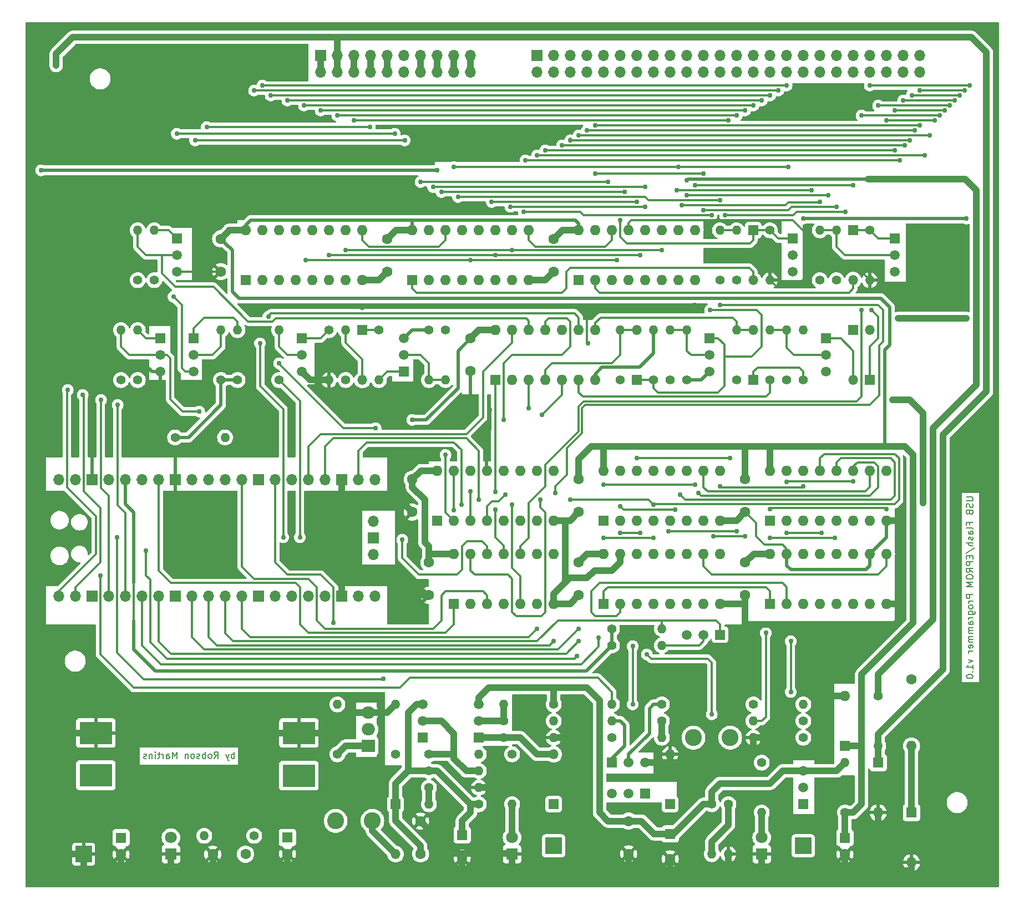
<source format=gbl>
G04 #@! TF.GenerationSoftware,KiCad,Pcbnew,8.0.0*
G04 #@! TF.CreationDate,2024-03-08T17:43:01-03:00*
G04 #@! TF.ProjectId,usbflashprog,75736266-6c61-4736-9870-726f672e6b69,v0.3.0 rev.A*
G04 #@! TF.SameCoordinates,Original*
G04 #@! TF.FileFunction,Copper,L2,Bot*
G04 #@! TF.FilePolarity,Positive*
%FSLAX46Y46*%
G04 Gerber Fmt 4.6, Leading zero omitted, Abs format (unit mm)*
G04 Created by KiCad (PCBNEW 8.0.0) date 2024-03-08 17:43:01*
%MOMM*%
%LPD*%
G01*
G04 APERTURE LIST*
%ADD10C,0.187500*%
G04 #@! TA.AperFunction,NonConductor*
%ADD11C,0.187500*%
G04 #@! TD*
G04 #@! TA.AperFunction,ComponentPad*
%ADD12R,2.500000X2.500000*%
G04 #@! TD*
G04 #@! TA.AperFunction,ComponentPad*
%ADD13R,1.500000X1.500000*%
G04 #@! TD*
G04 #@! TA.AperFunction,ComponentPad*
%ADD14O,1.500000X1.500000*%
G04 #@! TD*
G04 #@! TA.AperFunction,ComponentPad*
%ADD15R,1.600000X1.600000*%
G04 #@! TD*
G04 #@! TA.AperFunction,ComponentPad*
%ADD16O,1.600000X1.600000*%
G04 #@! TD*
G04 #@! TA.AperFunction,ComponentPad*
%ADD17C,1.400000*%
G04 #@! TD*
G04 #@! TA.AperFunction,ComponentPad*
%ADD18O,1.400000X1.400000*%
G04 #@! TD*
G04 #@! TA.AperFunction,ComponentPad*
%ADD19C,1.600000*%
G04 #@! TD*
G04 #@! TA.AperFunction,ComponentPad*
%ADD20R,1.800000X1.800000*%
G04 #@! TD*
G04 #@! TA.AperFunction,ComponentPad*
%ADD21C,1.800000*%
G04 #@! TD*
G04 #@! TA.AperFunction,ComponentPad*
%ADD22C,1.500000*%
G04 #@! TD*
G04 #@! TA.AperFunction,ComponentPad*
%ADD23R,2.000000X1.905000*%
G04 #@! TD*
G04 #@! TA.AperFunction,ComponentPad*
%ADD24O,2.000000X1.905000*%
G04 #@! TD*
G04 #@! TA.AperFunction,ComponentPad*
%ADD25O,1.700000X1.700000*%
G04 #@! TD*
G04 #@! TA.AperFunction,ComponentPad*
%ADD26R,1.700000X1.700000*%
G04 #@! TD*
G04 #@! TA.AperFunction,ComponentPad*
%ADD27C,2.600000*%
G04 #@! TD*
G04 #@! TA.AperFunction,ComponentPad*
%ADD28R,5.000000X3.500000*%
G04 #@! TD*
G04 #@! TA.AperFunction,ViaPad*
%ADD29C,0.762000*%
G04 #@! TD*
G04 #@! TA.AperFunction,Conductor*
%ADD30C,0.508000*%
G04 #@! TD*
G04 #@! TA.AperFunction,Conductor*
%ADD31C,0.304800*%
G04 #@! TD*
G04 #@! TA.AperFunction,Conductor*
%ADD32C,1.016000*%
G04 #@! TD*
G04 APERTURE END LIST*
D10*
D11*
X96662740Y-136771910D02*
X96662740Y-135755910D01*
X96662740Y-136142958D02*
X96565978Y-136094577D01*
X96565978Y-136094577D02*
X96372454Y-136094577D01*
X96372454Y-136094577D02*
X96275692Y-136142958D01*
X96275692Y-136142958D02*
X96227311Y-136191339D01*
X96227311Y-136191339D02*
X96178930Y-136288101D01*
X96178930Y-136288101D02*
X96178930Y-136578387D01*
X96178930Y-136578387D02*
X96227311Y-136675149D01*
X96227311Y-136675149D02*
X96275692Y-136723530D01*
X96275692Y-136723530D02*
X96372454Y-136771910D01*
X96372454Y-136771910D02*
X96565978Y-136771910D01*
X96565978Y-136771910D02*
X96662740Y-136723530D01*
X95840264Y-136094577D02*
X95598359Y-136771910D01*
X95356454Y-136094577D02*
X95598359Y-136771910D01*
X95598359Y-136771910D02*
X95695121Y-137013815D01*
X95695121Y-137013815D02*
X95743502Y-137062196D01*
X95743502Y-137062196D02*
X95840264Y-137110577D01*
X93614740Y-136771910D02*
X93953407Y-136288101D01*
X94195312Y-136771910D02*
X94195312Y-135755910D01*
X94195312Y-135755910D02*
X93808264Y-135755910D01*
X93808264Y-135755910D02*
X93711502Y-135804291D01*
X93711502Y-135804291D02*
X93663121Y-135852672D01*
X93663121Y-135852672D02*
X93614740Y-135949434D01*
X93614740Y-135949434D02*
X93614740Y-136094577D01*
X93614740Y-136094577D02*
X93663121Y-136191339D01*
X93663121Y-136191339D02*
X93711502Y-136239720D01*
X93711502Y-136239720D02*
X93808264Y-136288101D01*
X93808264Y-136288101D02*
X94195312Y-136288101D01*
X93034169Y-136771910D02*
X93130931Y-136723530D01*
X93130931Y-136723530D02*
X93179312Y-136675149D01*
X93179312Y-136675149D02*
X93227693Y-136578387D01*
X93227693Y-136578387D02*
X93227693Y-136288101D01*
X93227693Y-136288101D02*
X93179312Y-136191339D01*
X93179312Y-136191339D02*
X93130931Y-136142958D01*
X93130931Y-136142958D02*
X93034169Y-136094577D01*
X93034169Y-136094577D02*
X92889026Y-136094577D01*
X92889026Y-136094577D02*
X92792264Y-136142958D01*
X92792264Y-136142958D02*
X92743883Y-136191339D01*
X92743883Y-136191339D02*
X92695502Y-136288101D01*
X92695502Y-136288101D02*
X92695502Y-136578387D01*
X92695502Y-136578387D02*
X92743883Y-136675149D01*
X92743883Y-136675149D02*
X92792264Y-136723530D01*
X92792264Y-136723530D02*
X92889026Y-136771910D01*
X92889026Y-136771910D02*
X93034169Y-136771910D01*
X92260074Y-136771910D02*
X92260074Y-135755910D01*
X92260074Y-136142958D02*
X92163312Y-136094577D01*
X92163312Y-136094577D02*
X91969788Y-136094577D01*
X91969788Y-136094577D02*
X91873026Y-136142958D01*
X91873026Y-136142958D02*
X91824645Y-136191339D01*
X91824645Y-136191339D02*
X91776264Y-136288101D01*
X91776264Y-136288101D02*
X91776264Y-136578387D01*
X91776264Y-136578387D02*
X91824645Y-136675149D01*
X91824645Y-136675149D02*
X91873026Y-136723530D01*
X91873026Y-136723530D02*
X91969788Y-136771910D01*
X91969788Y-136771910D02*
X92163312Y-136771910D01*
X92163312Y-136771910D02*
X92260074Y-136723530D01*
X91389217Y-136723530D02*
X91292455Y-136771910D01*
X91292455Y-136771910D02*
X91098931Y-136771910D01*
X91098931Y-136771910D02*
X91002169Y-136723530D01*
X91002169Y-136723530D02*
X90953788Y-136626768D01*
X90953788Y-136626768D02*
X90953788Y-136578387D01*
X90953788Y-136578387D02*
X91002169Y-136481625D01*
X91002169Y-136481625D02*
X91098931Y-136433244D01*
X91098931Y-136433244D02*
X91244074Y-136433244D01*
X91244074Y-136433244D02*
X91340836Y-136384863D01*
X91340836Y-136384863D02*
X91389217Y-136288101D01*
X91389217Y-136288101D02*
X91389217Y-136239720D01*
X91389217Y-136239720D02*
X91340836Y-136142958D01*
X91340836Y-136142958D02*
X91244074Y-136094577D01*
X91244074Y-136094577D02*
X91098931Y-136094577D01*
X91098931Y-136094577D02*
X91002169Y-136142958D01*
X90373217Y-136771910D02*
X90469979Y-136723530D01*
X90469979Y-136723530D02*
X90518360Y-136675149D01*
X90518360Y-136675149D02*
X90566741Y-136578387D01*
X90566741Y-136578387D02*
X90566741Y-136288101D01*
X90566741Y-136288101D02*
X90518360Y-136191339D01*
X90518360Y-136191339D02*
X90469979Y-136142958D01*
X90469979Y-136142958D02*
X90373217Y-136094577D01*
X90373217Y-136094577D02*
X90228074Y-136094577D01*
X90228074Y-136094577D02*
X90131312Y-136142958D01*
X90131312Y-136142958D02*
X90082931Y-136191339D01*
X90082931Y-136191339D02*
X90034550Y-136288101D01*
X90034550Y-136288101D02*
X90034550Y-136578387D01*
X90034550Y-136578387D02*
X90082931Y-136675149D01*
X90082931Y-136675149D02*
X90131312Y-136723530D01*
X90131312Y-136723530D02*
X90228074Y-136771910D01*
X90228074Y-136771910D02*
X90373217Y-136771910D01*
X89599122Y-136094577D02*
X89599122Y-136771910D01*
X89599122Y-136191339D02*
X89550741Y-136142958D01*
X89550741Y-136142958D02*
X89453979Y-136094577D01*
X89453979Y-136094577D02*
X89308836Y-136094577D01*
X89308836Y-136094577D02*
X89212074Y-136142958D01*
X89212074Y-136142958D02*
X89163693Y-136239720D01*
X89163693Y-136239720D02*
X89163693Y-136771910D01*
X87905789Y-136771910D02*
X87905789Y-135755910D01*
X87905789Y-135755910D02*
X87567122Y-136481625D01*
X87567122Y-136481625D02*
X87228455Y-135755910D01*
X87228455Y-135755910D02*
X87228455Y-136771910D01*
X86309217Y-136771910D02*
X86309217Y-136239720D01*
X86309217Y-136239720D02*
X86357598Y-136142958D01*
X86357598Y-136142958D02*
X86454360Y-136094577D01*
X86454360Y-136094577D02*
X86647884Y-136094577D01*
X86647884Y-136094577D02*
X86744646Y-136142958D01*
X86309217Y-136723530D02*
X86405979Y-136771910D01*
X86405979Y-136771910D02*
X86647884Y-136771910D01*
X86647884Y-136771910D02*
X86744646Y-136723530D01*
X86744646Y-136723530D02*
X86793027Y-136626768D01*
X86793027Y-136626768D02*
X86793027Y-136530006D01*
X86793027Y-136530006D02*
X86744646Y-136433244D01*
X86744646Y-136433244D02*
X86647884Y-136384863D01*
X86647884Y-136384863D02*
X86405979Y-136384863D01*
X86405979Y-136384863D02*
X86309217Y-136336482D01*
X85825408Y-136771910D02*
X85825408Y-136094577D01*
X85825408Y-136288101D02*
X85777027Y-136191339D01*
X85777027Y-136191339D02*
X85728646Y-136142958D01*
X85728646Y-136142958D02*
X85631884Y-136094577D01*
X85631884Y-136094577D02*
X85535122Y-136094577D01*
X85341599Y-136094577D02*
X84954551Y-136094577D01*
X85196456Y-135755910D02*
X85196456Y-136626768D01*
X85196456Y-136626768D02*
X85148075Y-136723530D01*
X85148075Y-136723530D02*
X85051313Y-136771910D01*
X85051313Y-136771910D02*
X84954551Y-136771910D01*
X84615885Y-136771910D02*
X84615885Y-136094577D01*
X84615885Y-135755910D02*
X84664266Y-135804291D01*
X84664266Y-135804291D02*
X84615885Y-135852672D01*
X84615885Y-135852672D02*
X84567504Y-135804291D01*
X84567504Y-135804291D02*
X84615885Y-135755910D01*
X84615885Y-135755910D02*
X84615885Y-135852672D01*
X84132075Y-136094577D02*
X84132075Y-136771910D01*
X84132075Y-136191339D02*
X84083694Y-136142958D01*
X84083694Y-136142958D02*
X83986932Y-136094577D01*
X83986932Y-136094577D02*
X83841789Y-136094577D01*
X83841789Y-136094577D02*
X83745027Y-136142958D01*
X83745027Y-136142958D02*
X83696646Y-136239720D01*
X83696646Y-136239720D02*
X83696646Y-136771910D01*
X83261218Y-136723530D02*
X83164456Y-136771910D01*
X83164456Y-136771910D02*
X82970932Y-136771910D01*
X82970932Y-136771910D02*
X82874170Y-136723530D01*
X82874170Y-136723530D02*
X82825789Y-136626768D01*
X82825789Y-136626768D02*
X82825789Y-136578387D01*
X82825789Y-136578387D02*
X82874170Y-136481625D01*
X82874170Y-136481625D02*
X82970932Y-136433244D01*
X82970932Y-136433244D02*
X83116075Y-136433244D01*
X83116075Y-136433244D02*
X83212837Y-136384863D01*
X83212837Y-136384863D02*
X83261218Y-136288101D01*
X83261218Y-136288101D02*
X83261218Y-136239720D01*
X83261218Y-136239720D02*
X83212837Y-136142958D01*
X83212837Y-136142958D02*
X83116075Y-136094577D01*
X83116075Y-136094577D02*
X82970932Y-136094577D01*
X82970932Y-136094577D02*
X82874170Y-136142958D01*
D10*
D11*
X208399910Y-96885259D02*
X209222387Y-96885259D01*
X209222387Y-96885259D02*
X209319149Y-96933640D01*
X209319149Y-96933640D02*
X209367530Y-96982021D01*
X209367530Y-96982021D02*
X209415910Y-97078783D01*
X209415910Y-97078783D02*
X209415910Y-97272307D01*
X209415910Y-97272307D02*
X209367530Y-97369069D01*
X209367530Y-97369069D02*
X209319149Y-97417450D01*
X209319149Y-97417450D02*
X209222387Y-97465831D01*
X209222387Y-97465831D02*
X208399910Y-97465831D01*
X209367530Y-97901259D02*
X209415910Y-98046402D01*
X209415910Y-98046402D02*
X209415910Y-98288307D01*
X209415910Y-98288307D02*
X209367530Y-98385069D01*
X209367530Y-98385069D02*
X209319149Y-98433450D01*
X209319149Y-98433450D02*
X209222387Y-98481831D01*
X209222387Y-98481831D02*
X209125625Y-98481831D01*
X209125625Y-98481831D02*
X209028863Y-98433450D01*
X209028863Y-98433450D02*
X208980482Y-98385069D01*
X208980482Y-98385069D02*
X208932101Y-98288307D01*
X208932101Y-98288307D02*
X208883720Y-98094783D01*
X208883720Y-98094783D02*
X208835339Y-97998021D01*
X208835339Y-97998021D02*
X208786958Y-97949640D01*
X208786958Y-97949640D02*
X208690196Y-97901259D01*
X208690196Y-97901259D02*
X208593434Y-97901259D01*
X208593434Y-97901259D02*
X208496672Y-97949640D01*
X208496672Y-97949640D02*
X208448291Y-97998021D01*
X208448291Y-97998021D02*
X208399910Y-98094783D01*
X208399910Y-98094783D02*
X208399910Y-98336688D01*
X208399910Y-98336688D02*
X208448291Y-98481831D01*
X208883720Y-99255926D02*
X208932101Y-99401069D01*
X208932101Y-99401069D02*
X208980482Y-99449450D01*
X208980482Y-99449450D02*
X209077244Y-99497831D01*
X209077244Y-99497831D02*
X209222387Y-99497831D01*
X209222387Y-99497831D02*
X209319149Y-99449450D01*
X209319149Y-99449450D02*
X209367530Y-99401069D01*
X209367530Y-99401069D02*
X209415910Y-99304307D01*
X209415910Y-99304307D02*
X209415910Y-98917259D01*
X209415910Y-98917259D02*
X208399910Y-98917259D01*
X208399910Y-98917259D02*
X208399910Y-99255926D01*
X208399910Y-99255926D02*
X208448291Y-99352688D01*
X208448291Y-99352688D02*
X208496672Y-99401069D01*
X208496672Y-99401069D02*
X208593434Y-99449450D01*
X208593434Y-99449450D02*
X208690196Y-99449450D01*
X208690196Y-99449450D02*
X208786958Y-99401069D01*
X208786958Y-99401069D02*
X208835339Y-99352688D01*
X208835339Y-99352688D02*
X208883720Y-99255926D01*
X208883720Y-99255926D02*
X208883720Y-98917259D01*
X208883720Y-101046021D02*
X208883720Y-100707354D01*
X209415910Y-100707354D02*
X208399910Y-100707354D01*
X208399910Y-100707354D02*
X208399910Y-101191164D01*
X209415910Y-101723354D02*
X209367530Y-101626592D01*
X209367530Y-101626592D02*
X209270768Y-101578211D01*
X209270768Y-101578211D02*
X208399910Y-101578211D01*
X209415910Y-102545830D02*
X208883720Y-102545830D01*
X208883720Y-102545830D02*
X208786958Y-102497449D01*
X208786958Y-102497449D02*
X208738577Y-102400687D01*
X208738577Y-102400687D02*
X208738577Y-102207163D01*
X208738577Y-102207163D02*
X208786958Y-102110401D01*
X209367530Y-102545830D02*
X209415910Y-102449068D01*
X209415910Y-102449068D02*
X209415910Y-102207163D01*
X209415910Y-102207163D02*
X209367530Y-102110401D01*
X209367530Y-102110401D02*
X209270768Y-102062020D01*
X209270768Y-102062020D02*
X209174006Y-102062020D01*
X209174006Y-102062020D02*
X209077244Y-102110401D01*
X209077244Y-102110401D02*
X209028863Y-102207163D01*
X209028863Y-102207163D02*
X209028863Y-102449068D01*
X209028863Y-102449068D02*
X208980482Y-102545830D01*
X209367530Y-102981258D02*
X209415910Y-103078020D01*
X209415910Y-103078020D02*
X209415910Y-103271544D01*
X209415910Y-103271544D02*
X209367530Y-103368306D01*
X209367530Y-103368306D02*
X209270768Y-103416687D01*
X209270768Y-103416687D02*
X209222387Y-103416687D01*
X209222387Y-103416687D02*
X209125625Y-103368306D01*
X209125625Y-103368306D02*
X209077244Y-103271544D01*
X209077244Y-103271544D02*
X209077244Y-103126401D01*
X209077244Y-103126401D02*
X209028863Y-103029639D01*
X209028863Y-103029639D02*
X208932101Y-102981258D01*
X208932101Y-102981258D02*
X208883720Y-102981258D01*
X208883720Y-102981258D02*
X208786958Y-103029639D01*
X208786958Y-103029639D02*
X208738577Y-103126401D01*
X208738577Y-103126401D02*
X208738577Y-103271544D01*
X208738577Y-103271544D02*
X208786958Y-103368306D01*
X209415910Y-103852115D02*
X208399910Y-103852115D01*
X209415910Y-104287544D02*
X208883720Y-104287544D01*
X208883720Y-104287544D02*
X208786958Y-104239163D01*
X208786958Y-104239163D02*
X208738577Y-104142401D01*
X208738577Y-104142401D02*
X208738577Y-103997258D01*
X208738577Y-103997258D02*
X208786958Y-103900496D01*
X208786958Y-103900496D02*
X208835339Y-103852115D01*
X208351530Y-105497068D02*
X209657815Y-104626210D01*
X208883720Y-105835734D02*
X208883720Y-106174401D01*
X209415910Y-106319544D02*
X209415910Y-105835734D01*
X209415910Y-105835734D02*
X208399910Y-105835734D01*
X208399910Y-105835734D02*
X208399910Y-106319544D01*
X209415910Y-106754972D02*
X208399910Y-106754972D01*
X208399910Y-106754972D02*
X208399910Y-107142020D01*
X208399910Y-107142020D02*
X208448291Y-107238782D01*
X208448291Y-107238782D02*
X208496672Y-107287163D01*
X208496672Y-107287163D02*
X208593434Y-107335544D01*
X208593434Y-107335544D02*
X208738577Y-107335544D01*
X208738577Y-107335544D02*
X208835339Y-107287163D01*
X208835339Y-107287163D02*
X208883720Y-107238782D01*
X208883720Y-107238782D02*
X208932101Y-107142020D01*
X208932101Y-107142020D02*
X208932101Y-106754972D01*
X209415910Y-108351544D02*
X208932101Y-108012877D01*
X209415910Y-107770972D02*
X208399910Y-107770972D01*
X208399910Y-107770972D02*
X208399910Y-108158020D01*
X208399910Y-108158020D02*
X208448291Y-108254782D01*
X208448291Y-108254782D02*
X208496672Y-108303163D01*
X208496672Y-108303163D02*
X208593434Y-108351544D01*
X208593434Y-108351544D02*
X208738577Y-108351544D01*
X208738577Y-108351544D02*
X208835339Y-108303163D01*
X208835339Y-108303163D02*
X208883720Y-108254782D01*
X208883720Y-108254782D02*
X208932101Y-108158020D01*
X208932101Y-108158020D02*
X208932101Y-107770972D01*
X208399910Y-108980496D02*
X208399910Y-109174020D01*
X208399910Y-109174020D02*
X208448291Y-109270782D01*
X208448291Y-109270782D02*
X208545053Y-109367544D01*
X208545053Y-109367544D02*
X208738577Y-109415925D01*
X208738577Y-109415925D02*
X209077244Y-109415925D01*
X209077244Y-109415925D02*
X209270768Y-109367544D01*
X209270768Y-109367544D02*
X209367530Y-109270782D01*
X209367530Y-109270782D02*
X209415910Y-109174020D01*
X209415910Y-109174020D02*
X209415910Y-108980496D01*
X209415910Y-108980496D02*
X209367530Y-108883734D01*
X209367530Y-108883734D02*
X209270768Y-108786972D01*
X209270768Y-108786972D02*
X209077244Y-108738591D01*
X209077244Y-108738591D02*
X208738577Y-108738591D01*
X208738577Y-108738591D02*
X208545053Y-108786972D01*
X208545053Y-108786972D02*
X208448291Y-108883734D01*
X208448291Y-108883734D02*
X208399910Y-108980496D01*
X209415910Y-109851353D02*
X208399910Y-109851353D01*
X208399910Y-109851353D02*
X209125625Y-110190020D01*
X209125625Y-110190020D02*
X208399910Y-110528687D01*
X208399910Y-110528687D02*
X209415910Y-110528687D01*
X209415910Y-111786591D02*
X208399910Y-111786591D01*
X208399910Y-111786591D02*
X208399910Y-112173639D01*
X208399910Y-112173639D02*
X208448291Y-112270401D01*
X208448291Y-112270401D02*
X208496672Y-112318782D01*
X208496672Y-112318782D02*
X208593434Y-112367163D01*
X208593434Y-112367163D02*
X208738577Y-112367163D01*
X208738577Y-112367163D02*
X208835339Y-112318782D01*
X208835339Y-112318782D02*
X208883720Y-112270401D01*
X208883720Y-112270401D02*
X208932101Y-112173639D01*
X208932101Y-112173639D02*
X208932101Y-111786591D01*
X209415910Y-112802591D02*
X208738577Y-112802591D01*
X208932101Y-112802591D02*
X208835339Y-112850972D01*
X208835339Y-112850972D02*
X208786958Y-112899353D01*
X208786958Y-112899353D02*
X208738577Y-112996115D01*
X208738577Y-112996115D02*
X208738577Y-113092877D01*
X209415910Y-113576686D02*
X209367530Y-113479924D01*
X209367530Y-113479924D02*
X209319149Y-113431543D01*
X209319149Y-113431543D02*
X209222387Y-113383162D01*
X209222387Y-113383162D02*
X208932101Y-113383162D01*
X208932101Y-113383162D02*
X208835339Y-113431543D01*
X208835339Y-113431543D02*
X208786958Y-113479924D01*
X208786958Y-113479924D02*
X208738577Y-113576686D01*
X208738577Y-113576686D02*
X208738577Y-113721829D01*
X208738577Y-113721829D02*
X208786958Y-113818591D01*
X208786958Y-113818591D02*
X208835339Y-113866972D01*
X208835339Y-113866972D02*
X208932101Y-113915353D01*
X208932101Y-113915353D02*
X209222387Y-113915353D01*
X209222387Y-113915353D02*
X209319149Y-113866972D01*
X209319149Y-113866972D02*
X209367530Y-113818591D01*
X209367530Y-113818591D02*
X209415910Y-113721829D01*
X209415910Y-113721829D02*
X209415910Y-113576686D01*
X208738577Y-114786210D02*
X209561053Y-114786210D01*
X209561053Y-114786210D02*
X209657815Y-114737829D01*
X209657815Y-114737829D02*
X209706196Y-114689448D01*
X209706196Y-114689448D02*
X209754577Y-114592686D01*
X209754577Y-114592686D02*
X209754577Y-114447543D01*
X209754577Y-114447543D02*
X209706196Y-114350781D01*
X209367530Y-114786210D02*
X209415910Y-114689448D01*
X209415910Y-114689448D02*
X209415910Y-114495924D01*
X209415910Y-114495924D02*
X209367530Y-114399162D01*
X209367530Y-114399162D02*
X209319149Y-114350781D01*
X209319149Y-114350781D02*
X209222387Y-114302400D01*
X209222387Y-114302400D02*
X208932101Y-114302400D01*
X208932101Y-114302400D02*
X208835339Y-114350781D01*
X208835339Y-114350781D02*
X208786958Y-114399162D01*
X208786958Y-114399162D02*
X208738577Y-114495924D01*
X208738577Y-114495924D02*
X208738577Y-114689448D01*
X208738577Y-114689448D02*
X208786958Y-114786210D01*
X209415910Y-115270019D02*
X208738577Y-115270019D01*
X208932101Y-115270019D02*
X208835339Y-115318400D01*
X208835339Y-115318400D02*
X208786958Y-115366781D01*
X208786958Y-115366781D02*
X208738577Y-115463543D01*
X208738577Y-115463543D02*
X208738577Y-115560305D01*
X209415910Y-116334400D02*
X208883720Y-116334400D01*
X208883720Y-116334400D02*
X208786958Y-116286019D01*
X208786958Y-116286019D02*
X208738577Y-116189257D01*
X208738577Y-116189257D02*
X208738577Y-115995733D01*
X208738577Y-115995733D02*
X208786958Y-115898971D01*
X209367530Y-116334400D02*
X209415910Y-116237638D01*
X209415910Y-116237638D02*
X209415910Y-115995733D01*
X209415910Y-115995733D02*
X209367530Y-115898971D01*
X209367530Y-115898971D02*
X209270768Y-115850590D01*
X209270768Y-115850590D02*
X209174006Y-115850590D01*
X209174006Y-115850590D02*
X209077244Y-115898971D01*
X209077244Y-115898971D02*
X209028863Y-115995733D01*
X209028863Y-115995733D02*
X209028863Y-116237638D01*
X209028863Y-116237638D02*
X208980482Y-116334400D01*
X209415910Y-116818209D02*
X208738577Y-116818209D01*
X208835339Y-116818209D02*
X208786958Y-116866590D01*
X208786958Y-116866590D02*
X208738577Y-116963352D01*
X208738577Y-116963352D02*
X208738577Y-117108495D01*
X208738577Y-117108495D02*
X208786958Y-117205257D01*
X208786958Y-117205257D02*
X208883720Y-117253638D01*
X208883720Y-117253638D02*
X209415910Y-117253638D01*
X208883720Y-117253638D02*
X208786958Y-117302019D01*
X208786958Y-117302019D02*
X208738577Y-117398781D01*
X208738577Y-117398781D02*
X208738577Y-117543924D01*
X208738577Y-117543924D02*
X208786958Y-117640685D01*
X208786958Y-117640685D02*
X208883720Y-117689066D01*
X208883720Y-117689066D02*
X209415910Y-117689066D01*
X209415910Y-118172876D02*
X208738577Y-118172876D01*
X208835339Y-118172876D02*
X208786958Y-118221257D01*
X208786958Y-118221257D02*
X208738577Y-118318019D01*
X208738577Y-118318019D02*
X208738577Y-118463162D01*
X208738577Y-118463162D02*
X208786958Y-118559924D01*
X208786958Y-118559924D02*
X208883720Y-118608305D01*
X208883720Y-118608305D02*
X209415910Y-118608305D01*
X208883720Y-118608305D02*
X208786958Y-118656686D01*
X208786958Y-118656686D02*
X208738577Y-118753448D01*
X208738577Y-118753448D02*
X208738577Y-118898591D01*
X208738577Y-118898591D02*
X208786958Y-118995352D01*
X208786958Y-118995352D02*
X208883720Y-119043733D01*
X208883720Y-119043733D02*
X209415910Y-119043733D01*
X209367530Y-119914591D02*
X209415910Y-119817829D01*
X209415910Y-119817829D02*
X209415910Y-119624305D01*
X209415910Y-119624305D02*
X209367530Y-119527543D01*
X209367530Y-119527543D02*
X209270768Y-119479162D01*
X209270768Y-119479162D02*
X208883720Y-119479162D01*
X208883720Y-119479162D02*
X208786958Y-119527543D01*
X208786958Y-119527543D02*
X208738577Y-119624305D01*
X208738577Y-119624305D02*
X208738577Y-119817829D01*
X208738577Y-119817829D02*
X208786958Y-119914591D01*
X208786958Y-119914591D02*
X208883720Y-119962972D01*
X208883720Y-119962972D02*
X208980482Y-119962972D01*
X208980482Y-119962972D02*
X209077244Y-119479162D01*
X209415910Y-120398400D02*
X208738577Y-120398400D01*
X208932101Y-120398400D02*
X208835339Y-120446781D01*
X208835339Y-120446781D02*
X208786958Y-120495162D01*
X208786958Y-120495162D02*
X208738577Y-120591924D01*
X208738577Y-120591924D02*
X208738577Y-120688686D01*
X208738577Y-121704685D02*
X209415910Y-121946590D01*
X209415910Y-121946590D02*
X208738577Y-122188495D01*
X209415910Y-123107733D02*
X209415910Y-122527161D01*
X209415910Y-122817447D02*
X208399910Y-122817447D01*
X208399910Y-122817447D02*
X208545053Y-122720685D01*
X208545053Y-122720685D02*
X208641815Y-122623923D01*
X208641815Y-122623923D02*
X208690196Y-122527161D01*
X209319149Y-123543161D02*
X209367530Y-123591542D01*
X209367530Y-123591542D02*
X209415910Y-123543161D01*
X209415910Y-123543161D02*
X209367530Y-123494780D01*
X209367530Y-123494780D02*
X209319149Y-123543161D01*
X209319149Y-123543161D02*
X209415910Y-123543161D01*
X208399910Y-124220495D02*
X208399910Y-124317257D01*
X208399910Y-124317257D02*
X208448291Y-124414019D01*
X208448291Y-124414019D02*
X208496672Y-124462400D01*
X208496672Y-124462400D02*
X208593434Y-124510781D01*
X208593434Y-124510781D02*
X208786958Y-124559162D01*
X208786958Y-124559162D02*
X209028863Y-124559162D01*
X209028863Y-124559162D02*
X209222387Y-124510781D01*
X209222387Y-124510781D02*
X209319149Y-124462400D01*
X209319149Y-124462400D02*
X209367530Y-124414019D01*
X209367530Y-124414019D02*
X209415910Y-124317257D01*
X209415910Y-124317257D02*
X209415910Y-124220495D01*
X209415910Y-124220495D02*
X209367530Y-124123733D01*
X209367530Y-124123733D02*
X209319149Y-124075352D01*
X209319149Y-124075352D02*
X209222387Y-124026971D01*
X209222387Y-124026971D02*
X209028863Y-123978590D01*
X209028863Y-123978590D02*
X208786958Y-123978590D01*
X208786958Y-123978590D02*
X208593434Y-124026971D01*
X208593434Y-124026971D02*
X208496672Y-124075352D01*
X208496672Y-124075352D02*
X208448291Y-124123733D01*
X208448291Y-124123733D02*
X208399910Y-124220495D01*
D12*
X145420000Y-150124000D03*
D13*
X193680000Y-79009000D03*
D14*
X193680000Y-71389000D03*
D15*
X178455000Y-100469000D03*
D16*
X180995000Y-100469000D03*
X183535000Y-100469000D03*
X186075000Y-100469000D03*
X188615000Y-100469000D03*
X191155000Y-100469000D03*
X193695000Y-100469000D03*
X196235000Y-100469000D03*
X196235000Y-92849000D03*
X193695000Y-92849000D03*
X191155000Y-92849000D03*
X188615000Y-92849000D03*
X186075000Y-92849000D03*
X183535000Y-92849000D03*
X180995000Y-92849000D03*
X178455000Y-92849000D03*
D13*
X191140000Y-71379000D03*
D14*
X191140000Y-78999000D03*
D17*
X161930000Y-128534000D03*
D18*
X154310000Y-128534000D03*
D17*
X154310000Y-133614000D03*
D18*
X161930000Y-133614000D03*
D15*
X189870000Y-148894000D03*
D19*
X189870000Y-151394000D03*
D20*
X177170000Y-151394000D03*
D21*
X177170000Y-148854000D03*
D17*
X126370000Y-141234000D03*
D18*
X133990000Y-141234000D03*
D12*
X73665000Y-151394000D03*
D17*
X183520000Y-79004000D03*
D18*
X183520000Y-71384000D03*
D17*
X126370000Y-136154000D03*
D18*
X133990000Y-136154000D03*
D19*
X126370000Y-106869000D03*
X126370000Y-111869000D03*
D17*
X137800000Y-131074000D03*
D18*
X145420000Y-131074000D03*
D13*
X122560000Y-77734000D03*
D22*
X122560000Y-75194000D03*
X122560000Y-72654000D03*
D23*
X117155000Y-134884000D03*
D24*
X117155000Y-132344000D03*
X117155000Y-129804000D03*
D19*
X200030000Y-124724000D03*
D16*
X200030000Y-134884000D03*
D17*
X87632991Y-87779000D03*
D18*
X95252991Y-87779000D03*
D17*
X133990000Y-143774000D03*
D18*
X126370000Y-143774000D03*
D19*
X120000000Y-57494000D03*
X120000000Y-62494000D03*
D17*
X99700000Y-148590000D03*
D18*
X92080000Y-148590000D03*
D13*
X181870000Y-57414000D03*
D22*
X181870000Y-59954000D03*
X181870000Y-62494000D03*
D13*
X116210000Y-71379000D03*
D14*
X116210000Y-78999000D03*
D13*
X169190000Y-72654000D03*
D22*
X169190000Y-75194000D03*
X169190000Y-77734000D03*
D17*
X118750000Y-71384000D03*
D18*
X118750000Y-79004000D03*
D15*
X178440000Y-113179000D03*
D16*
X180980000Y-113179000D03*
X183520000Y-113179000D03*
X186060000Y-113179000D03*
X188600000Y-113179000D03*
X191140000Y-113179000D03*
X193680000Y-113179000D03*
X196220000Y-113179000D03*
X196220000Y-105559000D03*
X193680000Y-105559000D03*
X191140000Y-105559000D03*
X188600000Y-105559000D03*
X186060000Y-105559000D03*
X183520000Y-105559000D03*
X180980000Y-105559000D03*
X178440000Y-105559000D03*
D17*
X81925000Y-79014000D03*
D18*
X81925000Y-71394000D03*
D19*
X156850000Y-146354000D03*
X156850000Y-151354000D03*
D15*
X136525000Y-78994000D03*
D16*
X139065000Y-78994000D03*
X141605000Y-78994000D03*
X144145000Y-78994000D03*
X146685000Y-78994000D03*
X149225000Y-78994000D03*
X151765000Y-78994000D03*
X151765000Y-71374000D03*
X149225000Y-71374000D03*
X146685000Y-71374000D03*
X144145000Y-71374000D03*
X141605000Y-71374000D03*
X139065000Y-71374000D03*
X136525000Y-71374000D03*
D17*
X189870000Y-145044000D03*
D18*
X189870000Y-137424000D03*
D15*
X153055000Y-100469000D03*
D16*
X155595000Y-100469000D03*
X158135000Y-100469000D03*
X160675000Y-100469000D03*
X163215000Y-100469000D03*
X165755000Y-100469000D03*
X168295000Y-100469000D03*
X170835000Y-100469000D03*
X170835000Y-92849000D03*
X168295000Y-92849000D03*
X165755000Y-92849000D03*
X163215000Y-92849000D03*
X160675000Y-92849000D03*
X158135000Y-92849000D03*
X155595000Y-92849000D03*
X153055000Y-92849000D03*
D13*
X125460000Y-133614000D03*
D22*
X125460000Y-131074000D03*
X125460000Y-128534000D03*
D13*
X191120000Y-56139000D03*
D14*
X191120000Y-63759000D03*
D15*
X104780000Y-148854000D03*
D19*
X104780000Y-151354000D03*
D17*
X175900000Y-128534000D03*
D18*
X183520000Y-128534000D03*
D17*
X84455000Y-63754000D03*
D18*
X84455000Y-56134000D03*
D17*
X193660000Y-56144000D03*
D18*
X193660000Y-63764000D03*
D15*
X127640000Y-100479000D03*
D16*
X130180000Y-100479000D03*
X132720000Y-100479000D03*
X135260000Y-100479000D03*
X137800000Y-100479000D03*
X140340000Y-100479000D03*
X142880000Y-100479000D03*
X145420000Y-100479000D03*
X145420000Y-92859000D03*
X142880000Y-92859000D03*
X140340000Y-92859000D03*
X137800000Y-92859000D03*
X135260000Y-92859000D03*
X132720000Y-92859000D03*
X130180000Y-92859000D03*
X127640000Y-92859000D03*
D17*
X183520000Y-131074000D03*
D18*
X175900000Y-131074000D03*
D17*
X103510000Y-79004000D03*
D18*
X103510000Y-71384000D03*
D15*
X98410000Y-63764000D03*
D16*
X100950000Y-63764000D03*
X103490000Y-63764000D03*
X106030000Y-63764000D03*
X108570000Y-63764000D03*
X111110000Y-63764000D03*
X113650000Y-63764000D03*
X116190000Y-63764000D03*
X116190000Y-56144000D03*
X113650000Y-56144000D03*
X111110000Y-56144000D03*
X108570000Y-56144000D03*
X106030000Y-56144000D03*
X103490000Y-56144000D03*
X100950000Y-56144000D03*
X98410000Y-56144000D03*
D13*
X133990000Y-133614000D03*
D22*
X133990000Y-131074000D03*
X133990000Y-128534000D03*
D15*
X130175000Y-113169000D03*
D16*
X132715000Y-113169000D03*
X135255000Y-113169000D03*
X137795000Y-113169000D03*
X140335000Y-113169000D03*
X142875000Y-113169000D03*
X145415000Y-113169000D03*
X145415000Y-105549000D03*
X142875000Y-105549000D03*
X140335000Y-105549000D03*
X137795000Y-105549000D03*
X135255000Y-105549000D03*
X132715000Y-105549000D03*
X130175000Y-105549000D03*
D17*
X188580000Y-63764000D03*
D18*
X188580000Y-56144000D03*
D17*
X79385000Y-79014000D03*
D18*
X79385000Y-71394000D03*
D13*
X159390000Y-142144000D03*
D22*
X156850000Y-142144000D03*
X154310000Y-142144000D03*
D17*
X137800000Y-133614000D03*
D18*
X145420000Y-133614000D03*
D15*
X194950000Y-137424000D03*
D16*
X194950000Y-145044000D03*
D13*
X87905000Y-57404000D03*
D22*
X87905000Y-59944000D03*
X87905000Y-62484000D03*
D17*
X155580000Y-79004000D03*
D18*
X155580000Y-71384000D03*
D17*
X177170000Y-137424000D03*
D18*
X177170000Y-145044000D03*
D13*
X154310000Y-137424000D03*
D22*
X156850000Y-137424000D03*
X159390000Y-137424000D03*
D17*
X186040000Y-63764000D03*
D18*
X186040000Y-56144000D03*
D19*
X94600000Y-57454000D03*
X94600000Y-62454000D03*
D15*
X149225000Y-63754000D03*
D16*
X151765000Y-63754000D03*
X154305000Y-63754000D03*
X156845000Y-63754000D03*
X159385000Y-63754000D03*
X161925000Y-63754000D03*
X164465000Y-63754000D03*
X167005000Y-63754000D03*
X167005000Y-56134000D03*
X164465000Y-56134000D03*
X161925000Y-56134000D03*
X159385000Y-56134000D03*
X156845000Y-56134000D03*
X154305000Y-56134000D03*
X151765000Y-56134000D03*
X149225000Y-56134000D03*
D17*
X94620000Y-79004000D03*
D18*
X94620000Y-71384000D03*
D17*
X145420000Y-128534000D03*
D18*
X137800000Y-128534000D03*
D13*
X85375000Y-72664000D03*
D22*
X85375000Y-75204000D03*
X85375000Y-77744000D03*
D13*
X145420000Y-143779000D03*
D14*
X145420000Y-136159000D03*
D17*
X165740000Y-79004000D03*
D18*
X165740000Y-71384000D03*
D13*
X197470000Y-57414000D03*
D22*
X197470000Y-59954000D03*
X197470000Y-62494000D03*
D17*
X163200000Y-79004000D03*
D18*
X163200000Y-71384000D03*
D17*
X126370000Y-138694000D03*
D18*
X133990000Y-138694000D03*
D13*
X183520000Y-143774000D03*
D22*
X183520000Y-141234000D03*
X183520000Y-138694000D03*
D13*
X163200000Y-143779000D03*
D14*
X163200000Y-136159000D03*
D25*
X69870000Y-112024000D03*
X72410000Y-112024000D03*
D26*
X74950000Y-112024000D03*
D25*
X77490000Y-112024000D03*
X80030000Y-112024000D03*
X82570000Y-112024000D03*
X85110000Y-112024000D03*
D26*
X87650000Y-112024000D03*
D25*
X90190000Y-112024000D03*
X92730000Y-112024000D03*
X95270000Y-112024000D03*
X97810000Y-112024000D03*
D26*
X100350000Y-112024000D03*
D25*
X102890000Y-112024000D03*
X105430000Y-112024000D03*
X107970000Y-112024000D03*
X110510000Y-112024000D03*
D26*
X113050000Y-112024000D03*
D25*
X115590000Y-112024000D03*
X118130000Y-112024000D03*
X118130000Y-94244000D03*
X115590000Y-94244000D03*
D26*
X113050000Y-94244000D03*
D25*
X110510000Y-94244000D03*
X107970000Y-94244000D03*
X105430000Y-94244000D03*
X102890000Y-94244000D03*
D26*
X100350000Y-94244000D03*
D25*
X97810000Y-94244000D03*
X95270000Y-94244000D03*
X92730000Y-94244000D03*
X90190000Y-94244000D03*
D26*
X87650000Y-94244000D03*
D25*
X85110000Y-94244000D03*
X82570000Y-94244000D03*
X80030000Y-94244000D03*
X77490000Y-94244000D03*
D26*
X74950000Y-94244000D03*
D25*
X72410000Y-94244000D03*
X69870000Y-94244000D03*
X117900000Y-105674000D03*
D26*
X117900000Y-103134000D03*
D25*
X117900000Y-100594000D03*
D17*
X126370000Y-71384000D03*
D18*
X126370000Y-79004000D03*
D17*
X128910000Y-71384000D03*
D18*
X128910000Y-79004000D03*
D26*
X109860000Y-29474000D03*
D25*
X109860000Y-32014000D03*
X112400000Y-29474000D03*
X112400000Y-32014000D03*
X114940000Y-29474000D03*
X114940000Y-32014000D03*
X117480000Y-29474000D03*
X117480000Y-32014000D03*
X120020000Y-29474000D03*
X120020000Y-32014000D03*
X122560000Y-29474000D03*
X122560000Y-32014000D03*
X125100000Y-29474000D03*
X125100000Y-32014000D03*
X127640000Y-29474000D03*
X127640000Y-32014000D03*
X130180000Y-29474000D03*
X130180000Y-32014000D03*
X132720000Y-29474000D03*
X132720000Y-32014000D03*
D13*
X175880000Y-56139000D03*
D14*
X175880000Y-63759000D03*
D17*
X170800000Y-63764000D03*
D18*
X170800000Y-56144000D03*
D17*
X183520000Y-133614000D03*
D18*
X175900000Y-133614000D03*
D17*
X154310000Y-119529000D03*
D18*
X161930000Y-119529000D03*
D15*
X131450000Y-148471349D03*
D19*
X131450000Y-151971349D03*
X125100000Y-151354000D03*
X125100000Y-146354000D03*
X145400000Y-57494000D03*
X145400000Y-62494000D03*
D15*
X163200000Y-148321349D03*
D19*
X163200000Y-152121349D03*
D17*
X160660000Y-79004000D03*
D18*
X160660000Y-71384000D03*
D17*
X178440000Y-79004000D03*
D18*
X178440000Y-71384000D03*
D13*
X106960000Y-72654000D03*
D22*
X106960000Y-75194000D03*
X106960000Y-77734000D03*
D13*
X158120000Y-79009000D03*
D14*
X158120000Y-71389000D03*
D17*
X172090000Y-143774000D03*
D18*
X172090000Y-151394000D03*
D19*
X98390000Y-151394000D03*
X93390000Y-151394000D03*
D17*
X173360000Y-79004000D03*
D18*
X173360000Y-71384000D03*
D19*
X149230000Y-94169000D03*
X149230000Y-99169000D03*
D13*
X175900000Y-79009000D03*
D14*
X175900000Y-71389000D03*
D26*
X142875000Y-29474000D03*
D25*
X142875000Y-32014000D03*
X145415000Y-29474000D03*
X145415000Y-32014000D03*
X147955000Y-29474000D03*
X147955000Y-32014000D03*
X150495000Y-29474000D03*
X150495000Y-32014000D03*
X153035000Y-29474000D03*
X153035000Y-32014000D03*
X155575000Y-29474000D03*
X155575000Y-32014000D03*
X158115000Y-29474000D03*
X158115000Y-32014000D03*
X160655000Y-29474000D03*
X160655000Y-32014000D03*
X163195000Y-29474000D03*
X163195000Y-32014000D03*
X165735000Y-29474000D03*
X165735000Y-32014000D03*
X168275000Y-29474000D03*
X168275000Y-32014000D03*
X170815000Y-29474000D03*
X170815000Y-32014000D03*
X173355000Y-29474000D03*
X173355000Y-32014000D03*
X175895000Y-29474000D03*
X175895000Y-32014000D03*
X178435000Y-29474000D03*
X178435000Y-32014000D03*
X180975000Y-29474000D03*
X180975000Y-32014000D03*
X183515000Y-29474000D03*
X183515000Y-32014000D03*
X186055000Y-29474000D03*
X186055000Y-32014000D03*
X188595000Y-29474000D03*
X188595000Y-32014000D03*
X191135000Y-29474000D03*
X191135000Y-32014000D03*
X193675000Y-29474000D03*
X193675000Y-32014000D03*
X196215000Y-29474000D03*
X196215000Y-32014000D03*
X198755000Y-29474000D03*
X198755000Y-32014000D03*
X201295000Y-29474000D03*
X201295000Y-32014000D03*
D17*
X111130000Y-71384000D03*
D18*
X111130000Y-79004000D03*
D17*
X97160000Y-79004000D03*
D18*
X97160000Y-71384000D03*
D19*
X174630000Y-106869000D03*
X174630000Y-111869000D03*
D17*
X161930000Y-131074000D03*
D18*
X154310000Y-131074000D03*
D19*
X174630000Y-94169000D03*
X174630000Y-99169000D03*
D17*
X169550000Y-143774000D03*
D18*
X169550000Y-151394000D03*
D13*
X90450000Y-72654000D03*
D22*
X90450000Y-75194000D03*
X90450000Y-77734000D03*
D20*
X139070000Y-151394000D03*
D21*
X139070000Y-148854000D03*
D15*
X123825000Y-63754000D03*
D16*
X126365000Y-63754000D03*
X128905000Y-63754000D03*
X131445000Y-63754000D03*
X133985000Y-63754000D03*
X136525000Y-63754000D03*
X139065000Y-63754000D03*
X141605000Y-63754000D03*
X141605000Y-56134000D03*
X139065000Y-56134000D03*
X136525000Y-56134000D03*
X133985000Y-56134000D03*
X131445000Y-56134000D03*
X128905000Y-56134000D03*
X126365000Y-56134000D03*
X123825000Y-56134000D03*
D13*
X121290000Y-143769000D03*
D14*
X121290000Y-151389000D03*
D27*
X112140000Y-146314000D03*
X117740000Y-146314000D03*
D17*
X113670000Y-79004000D03*
D18*
X113670000Y-71384000D03*
D13*
X186970000Y-72654000D03*
D22*
X186970000Y-75194000D03*
X186970000Y-77734000D03*
D15*
X200030000Y-145044000D03*
D16*
X200030000Y-152664000D03*
D17*
X180980000Y-79004000D03*
D18*
X180980000Y-71384000D03*
D19*
X123830000Y-94169000D03*
X123830000Y-99169000D03*
D17*
X173340000Y-63764000D03*
D18*
X173340000Y-56144000D03*
D27*
X166750000Y-133614000D03*
X172350000Y-133614000D03*
D19*
X149230000Y-106869000D03*
X149230000Y-111869000D03*
D28*
X75540000Y-139354000D03*
X75540000Y-132904000D03*
X106540000Y-132904000D03*
X106540000Y-139404000D03*
D17*
X194950000Y-127264000D03*
D18*
X194950000Y-134884000D03*
D17*
X112400000Y-136154000D03*
D18*
X112400000Y-128534000D03*
D13*
X170820000Y-117899000D03*
D22*
X168280000Y-117899000D03*
X165740000Y-117899000D03*
D15*
X189870000Y-134884000D03*
D16*
X189870000Y-127264000D03*
D17*
X154310000Y-116989000D03*
D18*
X161930000Y-116989000D03*
D19*
X132720000Y-72654000D03*
X132720000Y-77654000D03*
D17*
X121290000Y-136154000D03*
D18*
X121290000Y-128534000D03*
D15*
X153040000Y-113179000D03*
D16*
X155580000Y-113179000D03*
X158120000Y-113179000D03*
X160660000Y-113179000D03*
X163200000Y-113179000D03*
X165740000Y-113179000D03*
X168280000Y-113179000D03*
X170820000Y-113179000D03*
X170820000Y-105559000D03*
X168280000Y-105559000D03*
X165740000Y-105559000D03*
X163200000Y-105559000D03*
X160660000Y-105559000D03*
X158120000Y-105559000D03*
X155580000Y-105559000D03*
X153040000Y-105559000D03*
D17*
X139070000Y-136154000D03*
D18*
X139070000Y-143774000D03*
D17*
X178420000Y-56144000D03*
D18*
X178420000Y-63764000D03*
D17*
X81915000Y-63754000D03*
D18*
X81915000Y-56134000D03*
D20*
X87000000Y-151394000D03*
D21*
X87000000Y-148854000D03*
D15*
X79380000Y-148894000D03*
D19*
X79380000Y-151394000D03*
D12*
X183520000Y-150124000D03*
D29*
X166878000Y-67564000D03*
X118745000Y-44450000D03*
X132715000Y-44450000D03*
X116205000Y-67945000D03*
X150622000Y-73406000D03*
X106045000Y-52705000D03*
X207010000Y-132080000D03*
X76200000Y-43180000D03*
X182245000Y-36195000D03*
X81280000Y-50800000D03*
X81280000Y-43180000D03*
X125095000Y-44450000D03*
X135636000Y-83566000D03*
X113030000Y-102870000D03*
X178435000Y-61595000D03*
X132842000Y-83566000D03*
X191135000Y-36195000D03*
X132715000Y-52705000D03*
X207010000Y-135890000D03*
X118110000Y-52705000D03*
X95885000Y-102870000D03*
X76200000Y-50800000D03*
X197172500Y-82052000D03*
X201808000Y-97800000D03*
X123825000Y-85100000D03*
X67183000Y-46990000D03*
X127635000Y-46990000D03*
X197998000Y-69606000D03*
X208412000Y-69606000D03*
X208412000Y-54356000D03*
X183515000Y-54356000D03*
X155580000Y-54612500D03*
X167010000Y-49286000D03*
X191120000Y-49286000D03*
X169291000Y-68326000D03*
X130180000Y-46492000D03*
X193934000Y-68336000D03*
X164470000Y-46492000D03*
X181234000Y-46492000D03*
X69474000Y-30998000D03*
X141102000Y-45476000D03*
X155595000Y-98308000D03*
X163962000Y-98816000D03*
X198252000Y-45476000D03*
X153040000Y-103134000D03*
X142880000Y-44714000D03*
X167010000Y-95006000D03*
X202062000Y-44714000D03*
X153040000Y-95006000D03*
X160660000Y-103134000D03*
X158628000Y-102372000D03*
X155580000Y-102372000D03*
X197490000Y-43952000D03*
X144150000Y-43952000D03*
X199014000Y-43190000D03*
X146690000Y-43190000D03*
X147960000Y-42428000D03*
X199776000Y-42428000D03*
X149230000Y-41666000D03*
X202824000Y-41640600D03*
X162946000Y-102118000D03*
X173360000Y-102118000D03*
X200538000Y-40904000D03*
X150500000Y-40904000D03*
X201300000Y-40142000D03*
X151770000Y-40142000D03*
X153670000Y-48768000D03*
X125095000Y-48768000D03*
X128270000Y-50292000D03*
X156210000Y-50292000D03*
X159372145Y-49517145D03*
X127000000Y-49530000D03*
X158115000Y-51816000D03*
X135953500Y-51816000D03*
X138811000Y-52552600D03*
X159385000Y-52578000D03*
X165735000Y-48524000D03*
X168280000Y-47508000D03*
X151765000Y-47498000D03*
X169532145Y-53835145D03*
X140843000Y-53340000D03*
X170815000Y-51587400D03*
X130810000Y-51054000D03*
X114940000Y-39390000D03*
X172090000Y-39390000D03*
X173360000Y-38628000D03*
X112400000Y-38628000D03*
X174630000Y-37866000D03*
X109860000Y-37866000D03*
X175900000Y-37104000D03*
X107320000Y-37104000D03*
X177170000Y-36342000D03*
X104780000Y-36342000D03*
X178440000Y-35580000D03*
X102240000Y-35580000D03*
X99700000Y-34818000D03*
X179710000Y-34818000D03*
X180980000Y-34056000D03*
X100970000Y-34056000D03*
X164211000Y-50038000D03*
X184785000Y-50063400D03*
X164973000Y-52324000D03*
X186055000Y-51841400D03*
X187325000Y-50800000D03*
X165735000Y-50800000D03*
X188595000Y-52603400D03*
X168275000Y-53086000D03*
X189929400Y-53340000D03*
X171577000Y-53873400D03*
X192410000Y-38628000D03*
X191140000Y-94498000D03*
X180980000Y-94523400D03*
X204348000Y-38628000D03*
X178440000Y-98675600D03*
X193680000Y-34056000D03*
X208920000Y-34056000D03*
X188346000Y-103134000D03*
X178440000Y-103134000D03*
X196220000Y-98675600D03*
X186314000Y-102372000D03*
X180980000Y-102372000D03*
X205872000Y-37104000D03*
X194950000Y-37104000D03*
X196220000Y-39390000D03*
X203586000Y-39390000D03*
X205110000Y-37866000D03*
X197490000Y-37866000D03*
X198760000Y-36342000D03*
X206634000Y-36342000D03*
X207396000Y-35580000D03*
X200089400Y-35520600D03*
X208158000Y-34818000D03*
X201300000Y-34818000D03*
X92456000Y-40386000D03*
X117348000Y-40386000D03*
X121158000Y-41402000D03*
X87884000Y-41402000D03*
X122682000Y-42418000D03*
X87376000Y-66294000D03*
X90678000Y-42418000D03*
X103510000Y-76464000D03*
X118242000Y-86370000D03*
X91318000Y-83830000D03*
X122306000Y-103388000D03*
X181615000Y-118894000D03*
X181615000Y-126629000D03*
X76205000Y-108849000D03*
X177805000Y-117624000D03*
X83190000Y-105039000D03*
X169550000Y-130058000D03*
X159644000Y-120914000D03*
X148976000Y-121168000D03*
X157485000Y-119644000D03*
X157485000Y-128534000D03*
X111765000Y-116100000D03*
X78745000Y-103019000D03*
X119385000Y-124622400D03*
X170820000Y-67574000D03*
X145674000Y-96276000D03*
X192410000Y-68336000D03*
X106685000Y-103019000D03*
X131335600Y-98054000D03*
X139070000Y-98040600D03*
X136530000Y-98790600D03*
X130129355Y-98866645D03*
X133990000Y-97304000D03*
X143388000Y-97292000D03*
X128910000Y-90434000D03*
X137800000Y-85100000D03*
X132720000Y-96022000D03*
X136530000Y-96056210D03*
X138054000Y-96530000D03*
X143642000Y-84338000D03*
X161930000Y-59192000D03*
X78872000Y-82814000D03*
X139070000Y-59192000D03*
X113670000Y-59192000D03*
X76332000Y-82052000D03*
X136530000Y-59954000D03*
X111130000Y-59954000D03*
X158628000Y-59954000D03*
X73538000Y-81290000D03*
X155072000Y-60716000D03*
X107574000Y-60716000D03*
X132720000Y-60716000D03*
X71252000Y-80528000D03*
X160660000Y-98040600D03*
X141610000Y-83322000D03*
X147960000Y-97292000D03*
X142880000Y-116989000D03*
X100584000Y-73406000D03*
X104145000Y-103019000D03*
X101854000Y-69342000D03*
X145420000Y-118894000D03*
X149230000Y-116989000D03*
X167518000Y-96276000D03*
X174630000Y-102880000D03*
X169804000Y-102880000D03*
X149230000Y-118894000D03*
X164724000Y-96530000D03*
X172344000Y-90942000D03*
X152307045Y-118356955D03*
X158120000Y-90942000D03*
X170820000Y-95260000D03*
X183520000Y-95260000D03*
D30*
X116205000Y-67945000D02*
X116586000Y-67564000D01*
D31*
X176276000Y-102870000D02*
X176276000Y-100815000D01*
D30*
X83185000Y-52705000D02*
X81280000Y-50800000D01*
D32*
X135895000Y-151278698D02*
X138954698Y-151278698D01*
X200030000Y-153934000D02*
X194950000Y-153934000D01*
X163200000Y-153934000D02*
X172090000Y-153934000D01*
D30*
X191135000Y-36195000D02*
X182245000Y-36195000D01*
D32*
X121965000Y-97304000D02*
X113050000Y-97304000D01*
X102240000Y-153934000D02*
X93350000Y-153934000D01*
D31*
X182372000Y-64770000D02*
X187198000Y-59944000D01*
D30*
X135128000Y-87122000D02*
X135128000Y-92727000D01*
D32*
X87000000Y-153934000D02*
X79380000Y-153934000D01*
X149230000Y-153934000D02*
X150500000Y-153934000D01*
X163200000Y-152121349D02*
X163200000Y-153934000D01*
D30*
X76200000Y-43180000D02*
X81280000Y-43180000D01*
D32*
X198760000Y-100479000D02*
X198750000Y-100469000D01*
X145400000Y-62494000D02*
X144130000Y-63764000D01*
X113050000Y-108734000D02*
X113050000Y-112024000D01*
X73665000Y-153934000D02*
X79380000Y-153934000D01*
X177170000Y-153934000D02*
X189870000Y-153934000D01*
D30*
X193680000Y-107310000D02*
X193040000Y-107950000D01*
D32*
X174630000Y-111869000D02*
X174630000Y-113179000D01*
X70490000Y-151394000D02*
X70490000Y-153934000D01*
D30*
X116586000Y-67564000D02*
X151511000Y-67564000D01*
D32*
X133990000Y-141234000D02*
X146690000Y-141234000D01*
X121290000Y-128534000D02*
X120020000Y-129804000D01*
D31*
X188468000Y-61214000D02*
X187198000Y-59944000D01*
D30*
X151765000Y-78994000D02*
X151765000Y-78105000D01*
D31*
X111130000Y-79004000D02*
X111130000Y-80650000D01*
X130048000Y-86360000D02*
X132842000Y-83566000D01*
D32*
X156850000Y-151354000D02*
X156850000Y-153934000D01*
X113050000Y-94244000D02*
X113050000Y-97304000D01*
X108590000Y-153934000D02*
X133990000Y-153934000D01*
X126370000Y-111869000D02*
X125060000Y-111869000D01*
X177805000Y-133614000D02*
X180345000Y-136154000D01*
X113050000Y-102850000D02*
X113030000Y-102870000D01*
X147198000Y-100479000D02*
X147198000Y-109837000D01*
D31*
X94570000Y-62484000D02*
X94600000Y-62454000D01*
D32*
X111840000Y-132904000D02*
X114940000Y-129804000D01*
X194950000Y-153934000D02*
X194950000Y-145044000D01*
D30*
X106045000Y-52705000D02*
X83185000Y-52705000D01*
X158521400Y-77063600D02*
X160660000Y-74925000D01*
D32*
X184790000Y-136154000D02*
X186060000Y-134884000D01*
X174630000Y-111869000D02*
X174630000Y-116354000D01*
D30*
X87650000Y-94244000D02*
X87650000Y-90698000D01*
D32*
X198760000Y-113179000D02*
X198760000Y-100479000D01*
X159390000Y-137424000D02*
X161935000Y-137424000D01*
D30*
X150495000Y-68580000D02*
X150495000Y-69215000D01*
X85344000Y-88392000D02*
X85375000Y-88361000D01*
D32*
X93390000Y-151394000D02*
X93390000Y-153894000D01*
D30*
X132720000Y-77654000D02*
X132720000Y-83444000D01*
D32*
X170845000Y-100479000D02*
X170835000Y-100469000D01*
D30*
X135636000Y-83566000D02*
X135636000Y-86614000D01*
D32*
X132715000Y-29474000D02*
X132715000Y-32014000D01*
X172090000Y-151394000D02*
X172090000Y-153934000D01*
D31*
X177546000Y-104140000D02*
X176276000Y-102870000D01*
D32*
X79380000Y-151394000D02*
X79380000Y-153934000D01*
D31*
X156845000Y-54991000D02*
X156845000Y-56134000D01*
D32*
X75540000Y-132904000D02*
X70565000Y-132904000D01*
D31*
X180980000Y-105559000D02*
X180980000Y-104780000D01*
D32*
X163200000Y-137424000D02*
X161935000Y-137424000D01*
D30*
X84094000Y-77744000D02*
X85375000Y-77744000D01*
D32*
X130024698Y-151278698D02*
X125100000Y-146354000D01*
X189870000Y-153934000D02*
X194950000Y-153934000D01*
D30*
X88900000Y-102870000D02*
X95885000Y-102870000D01*
D32*
X147930000Y-113169000D02*
X145415000Y-113169000D01*
D30*
X81280000Y-50800000D02*
X76200000Y-50800000D01*
D32*
X120000000Y-62494000D02*
X118730000Y-63764000D01*
D30*
X87650000Y-90698000D02*
X85344000Y-88392000D01*
D32*
X131450000Y-153934000D02*
X139070000Y-153934000D01*
D30*
X196235000Y-100469000D02*
X196235000Y-103004000D01*
D32*
X139070000Y-153934000D02*
X139070000Y-151394000D01*
X187330000Y-127264000D02*
X189870000Y-127264000D01*
X149230000Y-141234000D02*
X149230000Y-134249000D01*
D31*
X191110000Y-61214000D02*
X188468000Y-61214000D01*
D32*
X196220000Y-113179000D02*
X198760000Y-113179000D01*
D31*
X87905000Y-62484000D02*
X94570000Y-62484000D01*
D30*
X125095000Y-44450000D02*
X118745000Y-44450000D01*
D32*
X151631000Y-108099000D02*
X150510000Y-109220000D01*
D30*
X83566000Y-77216000D02*
X84094000Y-77744000D01*
D32*
X154310000Y-153934000D02*
X156850000Y-153934000D01*
X200030000Y-152664000D02*
X200030000Y-153934000D01*
X149230000Y-153934000D02*
X149230000Y-141234000D01*
X131450000Y-151278698D02*
X131450000Y-153934000D01*
X138954698Y-151278698D02*
X139070000Y-151394000D01*
X135895000Y-141234000D02*
X135895000Y-151278698D01*
X70490000Y-153934000D02*
X73665000Y-153934000D01*
X123830000Y-99169000D02*
X121965000Y-97304000D01*
D30*
X196235000Y-103004000D02*
X193680000Y-105559000D01*
X152806400Y-77063600D02*
X158521400Y-77063600D01*
D32*
X197490000Y-116354000D02*
X198760000Y-115084000D01*
D30*
X125095000Y-44450000D02*
X132715000Y-44450000D01*
D32*
X108230000Y-79004000D02*
X111130000Y-79004000D01*
D30*
X87650000Y-94244000D02*
X87650000Y-101620000D01*
D32*
X173320000Y-100479000D02*
X170845000Y-100479000D01*
X104780000Y-153934000D02*
X104780000Y-151354000D01*
X120015000Y-29474000D02*
X120015000Y-32014000D01*
X154310000Y-108099000D02*
X151631000Y-108099000D01*
D31*
X157226000Y-54610000D02*
X156845000Y-54991000D01*
D32*
X175900000Y-133614000D02*
X175900000Y-134884000D01*
D30*
X160660000Y-74925000D02*
X160660000Y-71384000D01*
D32*
X174630000Y-99169000D02*
X173320000Y-100479000D01*
X149230000Y-111869000D02*
X147930000Y-113169000D01*
D30*
X87650000Y-101620000D02*
X88900000Y-102870000D01*
D32*
X118730000Y-63764000D02*
X116190000Y-63764000D01*
D31*
X119126000Y-83312000D02*
X122174000Y-86360000D01*
D30*
X151511000Y-67564000D02*
X150495000Y-68580000D01*
X193040000Y-107950000D02*
X181610000Y-107950000D01*
X135128000Y-92727000D02*
X135260000Y-92859000D01*
D31*
X150495000Y-73279000D02*
X150495000Y-69215000D01*
D32*
X87000000Y-151394000D02*
X87000000Y-153934000D01*
X174630000Y-113179000D02*
X170820000Y-113179000D01*
X103510000Y-153934000D02*
X104780000Y-153934000D01*
X198760000Y-115084000D02*
X198760000Y-113179000D01*
D30*
X193680000Y-105559000D02*
X193680000Y-107310000D01*
D31*
X193660000Y-63764000D02*
X191110000Y-61214000D01*
X181864000Y-54610000D02*
X157226000Y-54610000D01*
D32*
X70490000Y-132979000D02*
X70490000Y-151394000D01*
D30*
X151765000Y-78105000D02*
X152806400Y-77063600D01*
D32*
X174630000Y-116354000D02*
X197490000Y-116354000D01*
D30*
X106045000Y-52705000D02*
X118110000Y-52705000D01*
D32*
X172090000Y-153934000D02*
X177170000Y-153934000D01*
X186060000Y-128534000D02*
X187330000Y-127264000D01*
X108590000Y-153934000D02*
X103510000Y-153934000D01*
X125060000Y-111869000D02*
X122560000Y-109369000D01*
X120020000Y-129804000D02*
X117155000Y-129804000D01*
X150510000Y-109220000D02*
X147866000Y-109220000D01*
D31*
X179426000Y-64770000D02*
X182372000Y-64770000D01*
D32*
X146690000Y-133614000D02*
X145420000Y-133614000D01*
D31*
X113792000Y-83312000D02*
X119126000Y-83312000D01*
D32*
X125095000Y-29474000D02*
X125095000Y-32014000D01*
D31*
X122174000Y-86360000D02*
X130048000Y-86360000D01*
D30*
X166878000Y-67564000D02*
X151511000Y-67564000D01*
D32*
X150500000Y-153934000D02*
X154310000Y-153934000D01*
X134625000Y-141234000D02*
X135895000Y-141234000D01*
D31*
X111130000Y-80650000D02*
X113792000Y-83312000D01*
D30*
X181610000Y-107950000D02*
X180980000Y-107320000D01*
D32*
X175900000Y-134884000D02*
X173360000Y-137424000D01*
D31*
X180340000Y-104140000D02*
X177546000Y-104140000D01*
D32*
X156850000Y-153934000D02*
X163200000Y-153934000D01*
X113050000Y-102890000D02*
X113050000Y-108734000D01*
X102240000Y-132904000D02*
X102240000Y-153934000D01*
X106960000Y-77734000D02*
X108230000Y-79004000D01*
X106540000Y-132904000D02*
X102240000Y-132904000D01*
X114935000Y-29474000D02*
X114935000Y-32014000D01*
X106540000Y-132904000D02*
X111840000Y-132904000D01*
X189870000Y-153934000D02*
X189870000Y-151394000D01*
X70565000Y-132904000D02*
X70490000Y-132979000D01*
X147920000Y-100479000D02*
X149230000Y-99169000D01*
X139070000Y-153934000D02*
X149230000Y-153934000D01*
X145415000Y-111671000D02*
X145415000Y-113169000D01*
X145420000Y-100479000D02*
X147920000Y-100479000D01*
X163200000Y-136159000D02*
X163200000Y-137424000D01*
X93350000Y-153934000D02*
X87000000Y-153934000D01*
D31*
X180980000Y-104780000D02*
X180340000Y-104140000D01*
D32*
X155580000Y-106829000D02*
X154310000Y-108099000D01*
X146690000Y-141234000D02*
X149230000Y-141234000D01*
D31*
X150622000Y-73406000D02*
X150495000Y-73279000D01*
D30*
X74950000Y-78212000D02*
X75946000Y-77216000D01*
X85375000Y-88361000D02*
X85375000Y-77744000D01*
D32*
X173360000Y-137424000D02*
X163200000Y-137424000D01*
X113050000Y-102384000D02*
X113050000Y-102850000D01*
X141615000Y-63764000D02*
X144130000Y-63764000D01*
X175900000Y-133614000D02*
X177805000Y-133614000D01*
X73665000Y-151394000D02*
X70490000Y-151394000D01*
D31*
X176276000Y-100815000D02*
X174630000Y-99169000D01*
D32*
X148595000Y-133614000D02*
X146690000Y-133614000D01*
X103510000Y-153934000D02*
X102240000Y-153934000D01*
X177170000Y-151394000D02*
X177170000Y-153934000D01*
D31*
X178420000Y-63764000D02*
X179426000Y-64770000D01*
D30*
X74950000Y-94244000D02*
X74950000Y-78212000D01*
X135636000Y-86614000D02*
X135128000Y-87122000D01*
D32*
X113685000Y-109369000D02*
X113050000Y-108734000D01*
X131450000Y-151278698D02*
X135895000Y-151278698D01*
D30*
X118110000Y-52705000D02*
X132715000Y-52705000D01*
D32*
X141605000Y-63754000D02*
X141615000Y-63764000D01*
X122560000Y-109369000D02*
X113685000Y-109369000D01*
X147866000Y-109220000D02*
X145415000Y-111671000D01*
X73665000Y-151394000D02*
X73665000Y-153934000D01*
D30*
X75946000Y-77216000D02*
X83566000Y-77216000D01*
D32*
X113030000Y-102870000D02*
X113050000Y-102890000D01*
D30*
X180980000Y-107320000D02*
X180980000Y-105559000D01*
D32*
X155580000Y-105559000D02*
X155580000Y-106829000D01*
D30*
X132720000Y-83444000D02*
X132842000Y-83566000D01*
D32*
X93390000Y-153894000D02*
X93350000Y-153934000D01*
X149230000Y-134249000D02*
X148595000Y-133614000D01*
X131450000Y-151278698D02*
X130024698Y-151278698D01*
X198750000Y-100469000D02*
X196235000Y-100469000D01*
X114940000Y-129804000D02*
X117155000Y-129804000D01*
X186060000Y-134884000D02*
X186060000Y-128534000D01*
X180345000Y-136154000D02*
X184790000Y-136154000D01*
D31*
X187198000Y-59944000D02*
X181864000Y-54610000D01*
D32*
X113050000Y-97304000D02*
X113050000Y-102384000D01*
X152405000Y-145044000D02*
X153715000Y-146354000D01*
X163732651Y-148321349D02*
X168280000Y-143774000D01*
X158795000Y-146354000D02*
X160762349Y-148321349D01*
X183520000Y-138694000D02*
X188600000Y-138694000D01*
X135514000Y-125994000D02*
X150500000Y-125994000D01*
X145420000Y-125994000D02*
X145420000Y-128534000D01*
X133990000Y-128534000D02*
X133990000Y-127518000D01*
X170820000Y-140599000D02*
X169550000Y-141869000D01*
X199776000Y-82052000D02*
X197172500Y-82052000D01*
X168280000Y-143774000D02*
X169550000Y-143774000D01*
X201808000Y-84084000D02*
X199776000Y-82052000D01*
X201808000Y-97800000D02*
X201808000Y-84084000D01*
X156850000Y-146354000D02*
X158795000Y-146354000D01*
X152405000Y-127899000D02*
X152405000Y-145044000D01*
X150500000Y-125994000D02*
X152405000Y-127899000D01*
X180345000Y-138694000D02*
X178440000Y-140599000D01*
X178440000Y-140599000D02*
X170820000Y-140599000D01*
X188600000Y-138694000D02*
X189870000Y-137424000D01*
X160762349Y-148321349D02*
X163200000Y-148321349D01*
X133990000Y-127518000D02*
X135514000Y-125994000D01*
X183520000Y-138694000D02*
X180345000Y-138694000D01*
X169550000Y-141869000D02*
X169550000Y-143774000D01*
X153715000Y-146354000D02*
X156850000Y-146354000D01*
X163200000Y-148321349D02*
X163732651Y-148321349D01*
D30*
X195966000Y-88910000D02*
X195966000Y-74432000D01*
X124079000Y-54610000D02*
X148717000Y-54610000D01*
D32*
X174630000Y-89164000D02*
X174630000Y-94169000D01*
X175940000Y-105559000D02*
X178440000Y-105559000D01*
X192410000Y-123962000D02*
X192410000Y-143774000D01*
X95870000Y-56144000D02*
X98410000Y-56144000D01*
D30*
X95820000Y-58674000D02*
X94600000Y-57454000D01*
D32*
X174630000Y-89164000D02*
X178440000Y-89164000D01*
X149215000Y-56144000D02*
X149225000Y-56134000D01*
D30*
X95885000Y-58674000D02*
X95820000Y-58674000D01*
D32*
X151135000Y-89164000D02*
X174630000Y-89164000D01*
X150500000Y-105599000D02*
X150500000Y-105559000D01*
X149230000Y-106869000D02*
X150500000Y-105599000D01*
X178440000Y-89164000D02*
X196220000Y-89164000D01*
D30*
X148717000Y-54610000D02*
X149225000Y-55118000D01*
X96393000Y-59182000D02*
X95885000Y-58674000D01*
X96393000Y-65532000D02*
X96393000Y-59182000D01*
D32*
X149230000Y-91069000D02*
X151135000Y-89164000D01*
D30*
X195368394Y-66548000D02*
X97409000Y-66548000D01*
D32*
X94600000Y-57454000D02*
X95870000Y-56184000D01*
D30*
X98410000Y-56144000D02*
X98410000Y-55387000D01*
D32*
X192410000Y-143774000D02*
X191140000Y-145044000D01*
X174630000Y-106869000D02*
X175940000Y-105559000D01*
X121360000Y-56134000D02*
X123825000Y-56134000D01*
X191140000Y-145044000D02*
X189870000Y-145044000D01*
D30*
X196220000Y-89164000D02*
X195966000Y-88910000D01*
D32*
X189870000Y-134884000D02*
X192410000Y-134884000D01*
D30*
X98410000Y-55387000D02*
X99187000Y-54610000D01*
D32*
X120000000Y-57494000D02*
X121360000Y-56134000D01*
X196220000Y-89164000D02*
X199014000Y-89164000D01*
D30*
X196723000Y-67902606D02*
X195368394Y-66548000D01*
X97409000Y-66548000D02*
X96393000Y-65532000D01*
D32*
X178455000Y-92849000D02*
X178455000Y-89179000D01*
D30*
X196723000Y-73675000D02*
X196723000Y-67902606D01*
X149225000Y-55118000D02*
X149225000Y-56134000D01*
D32*
X95870000Y-56184000D02*
X95870000Y-56144000D01*
X153055000Y-89179000D02*
X153040000Y-89164000D01*
X145400000Y-57494000D02*
X146750000Y-56144000D01*
D30*
X123825000Y-56134000D02*
X123825000Y-54610000D01*
D32*
X199014000Y-89164000D02*
X200284000Y-90434000D01*
X150500000Y-105559000D02*
X153040000Y-105559000D01*
X189870000Y-148894000D02*
X189870000Y-145044000D01*
X178455000Y-89179000D02*
X178440000Y-89164000D01*
X146750000Y-56144000D02*
X149215000Y-56144000D01*
X153055000Y-92849000D02*
X153055000Y-89179000D01*
D30*
X99187000Y-54610000D02*
X124079000Y-54610000D01*
X195966000Y-74432000D02*
X196723000Y-73675000D01*
D32*
X200284000Y-116088000D02*
X192410000Y-123962000D01*
X149230000Y-94169000D02*
X149230000Y-91069000D01*
X200284000Y-90434000D02*
X200284000Y-116088000D01*
D30*
X127635000Y-29474000D02*
X127635000Y-32014000D01*
D32*
X126370000Y-105559000D02*
X130165000Y-105559000D01*
X125140000Y-92859000D02*
X127640000Y-92859000D01*
X123830000Y-94169000D02*
X125140000Y-92859000D01*
D30*
X130810000Y-80264000D02*
X130810000Y-74549000D01*
D32*
X123830000Y-94169000D02*
X123830000Y-95384500D01*
X130165000Y-105559000D02*
X130175000Y-105549000D01*
X126370000Y-104404000D02*
X126370000Y-106869000D01*
X126370000Y-106869000D02*
X126370000Y-105559000D01*
X125735000Y-97289500D02*
X125735000Y-103769000D01*
X127640000Y-32014000D02*
X127640000Y-29474000D01*
X123830000Y-95384500D02*
X125735000Y-97289500D01*
X125735000Y-103769000D02*
X126370000Y-104404000D01*
X134000000Y-71374000D02*
X136525000Y-71374000D01*
D30*
X123825000Y-85100000D02*
X125974000Y-85100000D01*
X125974000Y-85100000D02*
X130810000Y-80264000D01*
X130825000Y-74549000D02*
X132720000Y-72654000D01*
X127635000Y-46990000D02*
X67183000Y-46990000D01*
X130810000Y-74549000D02*
X130825000Y-74549000D01*
D32*
X132720000Y-72654000D02*
X134000000Y-71374000D01*
X132720000Y-145044000D02*
X132720000Y-143774000D01*
D30*
X169190000Y-77734000D02*
X167920000Y-79004000D01*
X167920000Y-79004000D02*
X165740000Y-79004000D01*
D32*
X124465000Y-128534000D02*
X123195000Y-129804000D01*
D30*
X123830000Y-71384000D02*
X126370000Y-71384000D01*
D32*
X208412000Y-69606000D02*
X197998000Y-69606000D01*
X123195000Y-129804000D02*
X123195000Y-138694000D01*
X121290000Y-140599000D02*
X121290000Y-143769000D01*
X132720000Y-143774000D02*
X133990000Y-143774000D01*
X125460000Y-128534000D02*
X124465000Y-128534000D01*
X126370000Y-138694000D02*
X123195000Y-138694000D01*
X125100000Y-150124000D02*
X121290000Y-146314000D01*
X121290000Y-146314000D02*
X121290000Y-143769000D01*
D30*
X122560000Y-72654000D02*
X123830000Y-71384000D01*
D32*
X131450000Y-147778698D02*
X131450000Y-146314000D01*
X123195000Y-138694000D02*
X121290000Y-140599000D01*
X126370000Y-138694000D02*
X127640000Y-138694000D01*
X125100000Y-151354000D02*
X125100000Y-150124000D01*
X127640000Y-138694000D02*
X132720000Y-143774000D01*
X131450000Y-146314000D02*
X132720000Y-145044000D01*
X177170000Y-148854000D02*
X177170000Y-145044000D01*
D30*
X208412000Y-54356000D02*
X183515000Y-54356000D01*
D32*
X133990000Y-133614000D02*
X137800000Y-133614000D01*
X142885000Y-136159000D02*
X145420000Y-136159000D01*
X140340000Y-133614000D02*
X142885000Y-136159000D01*
X137800000Y-133614000D02*
X140340000Y-133614000D01*
X139070000Y-148854000D02*
X139070000Y-143774000D01*
D31*
X179690000Y-57414000D02*
X181870000Y-57414000D01*
X155580000Y-54859000D02*
X155580000Y-57160000D01*
X156596000Y-58176000D02*
X175392000Y-58176000D01*
X175880000Y-56139000D02*
X178415000Y-56139000D01*
X175880000Y-57688000D02*
X175880000Y-56139000D01*
X178420000Y-56144000D02*
X179690000Y-57414000D01*
X178415000Y-56139000D02*
X178420000Y-56144000D01*
X175392000Y-58176000D02*
X175880000Y-57688000D01*
X155580000Y-57160000D02*
X156596000Y-58176000D01*
X147320000Y-62484000D02*
X147320000Y-65024000D01*
X123825000Y-65024000D02*
X123825000Y-63754000D01*
X147955000Y-61849000D02*
X147320000Y-62484000D01*
X146685000Y-65659000D02*
X124460000Y-65659000D01*
X124460000Y-65659000D02*
X123825000Y-65024000D01*
X175260000Y-61849000D02*
X147955000Y-61849000D01*
X175880000Y-62469000D02*
X175260000Y-61849000D01*
X175880000Y-63759000D02*
X175880000Y-62469000D01*
X147320000Y-65024000D02*
X146685000Y-65659000D01*
X193660000Y-56144000D02*
X193685000Y-56144000D01*
X193685000Y-56144000D02*
X194955000Y-57414000D01*
X191120000Y-56139000D02*
X193655000Y-56139000D01*
X193655000Y-56139000D02*
X193660000Y-56144000D01*
X194955000Y-57414000D02*
X197470000Y-57414000D01*
X191120000Y-49286000D02*
X167010000Y-49286000D01*
X191120000Y-65054000D02*
X191120000Y-63759000D01*
X151765000Y-63754000D02*
X151765000Y-65024000D01*
X190515000Y-65659000D02*
X191120000Y-65054000D01*
X152400000Y-65659000D02*
X190515000Y-65659000D01*
X151765000Y-65024000D02*
X152400000Y-65659000D01*
X170502500Y-72654000D02*
X171455000Y-73606500D01*
X161295000Y-80909000D02*
X160660000Y-80274000D01*
X176403000Y-68326000D02*
X177165000Y-69088000D01*
X169190000Y-72654000D02*
X170502500Y-72654000D01*
X177165000Y-73914000D02*
X175641000Y-75438000D01*
X171455000Y-75438000D02*
X171455000Y-79956500D01*
X160655000Y-79009000D02*
X160660000Y-79004000D01*
X171455000Y-79956500D02*
X170502500Y-80909000D01*
X170502500Y-80909000D02*
X161295000Y-80909000D01*
X175641000Y-75438000D02*
X171455000Y-75438000D01*
X169291000Y-68326000D02*
X176403000Y-68326000D01*
X160660000Y-80274000D02*
X160660000Y-79004000D01*
X177165000Y-69088000D02*
X177165000Y-73914000D01*
X171455000Y-73606500D02*
X171455000Y-75438000D01*
X158120000Y-79009000D02*
X160655000Y-79009000D01*
D32*
X117740000Y-146314000D02*
X117740000Y-147839000D01*
X117740000Y-147839000D02*
X121290000Y-151389000D01*
D31*
X176535000Y-77099000D02*
X175900000Y-77734000D01*
X194950000Y-69352000D02*
X194950000Y-72654000D01*
X175900000Y-77734000D02*
X175900000Y-79009000D01*
D32*
X130180000Y-32014000D02*
X130180000Y-29474000D01*
D31*
X193934000Y-68336000D02*
X194950000Y-69352000D01*
X183520000Y-77734000D02*
X182885000Y-77099000D01*
D30*
X130175000Y-29474000D02*
X130175000Y-32014000D01*
D31*
X194950000Y-72654000D02*
X193680000Y-73924000D01*
X183520000Y-79004000D02*
X183520000Y-77734000D01*
X130180000Y-46492000D02*
X181234000Y-46492000D01*
X182885000Y-77099000D02*
X176535000Y-77099000D01*
X193680000Y-73924000D02*
X193680000Y-79009000D01*
X155580000Y-71384000D02*
X158115000Y-71384000D01*
X145112500Y-76454000D02*
X144145000Y-77421500D01*
X154305000Y-76454000D02*
X145112500Y-76454000D01*
X158115000Y-71384000D02*
X158120000Y-71389000D01*
X155580000Y-75179000D02*
X154305000Y-76454000D01*
X144145000Y-77421500D02*
X144145000Y-78994000D01*
X155580000Y-71384000D02*
X155580000Y-75179000D01*
X172725000Y-69479000D02*
X173360000Y-70114000D01*
X152563750Y-69479000D02*
X172725000Y-69479000D01*
X151765000Y-71374000D02*
X151765000Y-70277750D01*
X151765000Y-70277750D02*
X152563750Y-69479000D01*
X173360000Y-71384000D02*
X175895000Y-71384000D01*
X175895000Y-71384000D02*
X175900000Y-71389000D01*
X173360000Y-70114000D02*
X173360000Y-71384000D01*
X106960000Y-72654000D02*
X109860000Y-72654000D01*
X118750000Y-71384000D02*
X116215000Y-71384000D01*
X109860000Y-72654000D02*
X111130000Y-71384000D01*
X116215000Y-71384000D02*
X116210000Y-71379000D01*
X189235000Y-72654000D02*
X186970000Y-72654000D01*
X191140000Y-74559000D02*
X189235000Y-72654000D01*
X191140000Y-78999000D02*
X191140000Y-74559000D01*
D32*
X194950000Y-137424000D02*
X194950000Y-134884000D01*
X209174000Y-26680000D02*
X211460000Y-28966000D01*
X113670000Y-26680000D02*
X209174000Y-26680000D01*
X112395000Y-26685000D02*
X112400000Y-26680000D01*
X204856000Y-123200000D02*
X194950000Y-133106000D01*
X211460000Y-80782000D02*
X204856000Y-87386000D01*
X204856000Y-87386000D02*
X204856000Y-123200000D01*
X72014000Y-26680000D02*
X113670000Y-26680000D01*
X112395000Y-32014000D02*
X112395000Y-26685000D01*
X194950000Y-133106000D02*
X194950000Y-134884000D01*
X69474000Y-30998000D02*
X69474000Y-29220000D01*
X211460000Y-28966000D02*
X211460000Y-80782000D01*
X112400000Y-26680000D02*
X113670000Y-26680000D01*
X69474000Y-29220000D02*
X72014000Y-26680000D01*
X109855000Y-29474000D02*
X109855000Y-32014000D01*
X200030000Y-145044000D02*
X200030000Y-134884000D01*
D31*
X141102000Y-45476000D02*
X198252000Y-45476000D01*
X156103000Y-98816000D02*
X163962000Y-98816000D01*
X155595000Y-98308000D02*
X156103000Y-98816000D01*
X142880000Y-44714000D02*
X202062000Y-44714000D01*
X160660000Y-103134000D02*
X153040000Y-103134000D01*
X153294000Y-95006000D02*
X153040000Y-95006000D01*
X167010000Y-95006000D02*
X153294000Y-95006000D01*
X155580000Y-102372000D02*
X158628000Y-102372000D01*
X144150000Y-43952000D02*
X197490000Y-43952000D01*
X146690000Y-43190000D02*
X199014000Y-43190000D01*
X199776000Y-42428000D02*
X148214000Y-42428000D01*
X148214000Y-42428000D02*
X147960000Y-42174000D01*
X149255400Y-41640600D02*
X202824000Y-41640600D01*
X162946000Y-102118000D02*
X173360000Y-102118000D01*
X149230000Y-41666000D02*
X149255400Y-41640600D01*
X150500000Y-40904000D02*
X200538000Y-40904000D01*
X151770000Y-40142000D02*
X201300000Y-40142000D01*
X125095000Y-48768000D02*
X153670000Y-48768000D01*
X128270000Y-50292000D02*
X156210000Y-50292000D01*
X159359290Y-49530000D02*
X159372145Y-49517145D01*
X127000000Y-49530000D02*
X159359290Y-49530000D01*
X135953500Y-51816000D02*
X158115000Y-51816000D01*
X159385000Y-52578000D02*
X138836400Y-52578000D01*
X138836400Y-52578000D02*
X138811000Y-52552600D01*
D30*
X165912800Y-48346200D02*
X193416000Y-48346200D01*
D32*
X194950000Y-123962000D02*
X194950000Y-127264000D01*
X203332000Y-86370000D02*
X203332000Y-115580000D01*
X203332000Y-115580000D02*
X194950000Y-123962000D01*
X209936000Y-50048000D02*
X209936000Y-79766000D01*
D30*
X165735000Y-48524000D02*
X165912800Y-48346200D01*
D32*
X208224200Y-48336200D02*
X209936000Y-50048000D01*
X193426000Y-48336200D02*
X208224200Y-48336200D01*
D30*
X193416000Y-48346200D02*
X193426000Y-48336200D01*
D32*
X209936000Y-79766000D02*
X203332000Y-86370000D01*
D31*
X151775000Y-47508000D02*
X151765000Y-47498000D01*
X168280000Y-47508000D02*
X151775000Y-47508000D01*
X140843000Y-53340000D02*
X149479000Y-53340000D01*
X169532145Y-53835145D02*
X149974145Y-53835145D01*
X149974145Y-53835145D02*
X149479000Y-53340000D01*
X159385000Y-51054000D02*
X130810000Y-51054000D01*
X159893000Y-51562000D02*
X159385000Y-51054000D01*
X170815000Y-51587400D02*
X170789600Y-51562000D01*
X170789600Y-51562000D02*
X159893000Y-51562000D01*
X114940000Y-39390000D02*
X172090000Y-39390000D01*
X112400000Y-38628000D02*
X173360000Y-38628000D01*
X109860000Y-37866000D02*
X174630000Y-37866000D01*
X107320000Y-37104000D02*
X175900000Y-37104000D01*
X104780000Y-36342000D02*
X177170000Y-36342000D01*
X102240000Y-35580000D02*
X178440000Y-35580000D01*
X99954000Y-34818000D02*
X179710000Y-34818000D01*
X99954000Y-34818000D02*
X99700000Y-34818000D01*
X100970000Y-34056000D02*
X180980000Y-34056000D01*
X184785000Y-50063400D02*
X184759600Y-50038000D01*
X184759600Y-50038000D02*
X164211000Y-50038000D01*
X180771800Y-52324000D02*
X181229000Y-51866800D01*
X164973000Y-52324000D02*
X180771800Y-52324000D01*
X181229000Y-51866800D02*
X186029600Y-51866800D01*
X186029600Y-51866800D02*
X186055000Y-51841400D01*
X187325000Y-50800000D02*
X165735000Y-50800000D01*
X181229000Y-53086000D02*
X181737000Y-52578000D01*
X181737000Y-52578000D02*
X188569600Y-52578000D01*
X188569600Y-52578000D02*
X188595000Y-52603400D01*
X168275000Y-53086000D02*
X181229000Y-53086000D01*
X181965600Y-53873400D02*
X182499000Y-53340000D01*
X171577000Y-53873400D02*
X181965600Y-53873400D01*
X189929400Y-53340000D02*
X182499000Y-53340000D01*
X204348000Y-38628000D02*
X192410000Y-38628000D01*
X180980000Y-94523400D02*
X181005400Y-94498000D01*
X181005400Y-94498000D02*
X191140000Y-94498000D01*
X178553600Y-98562000D02*
X178440000Y-98675600D01*
X196106400Y-98562000D02*
X178553600Y-98562000D01*
X208920000Y-34056000D02*
X193680000Y-34056000D01*
X188346000Y-103134000D02*
X178440000Y-103134000D01*
X196220000Y-98675600D02*
X196106400Y-98562000D01*
X205872000Y-37104000D02*
X194950000Y-37104000D01*
X186314000Y-102372000D02*
X180980000Y-102372000D01*
X196220000Y-39390000D02*
X203586000Y-39390000D01*
X197490000Y-37866000D02*
X205110000Y-37866000D01*
X206634000Y-36342000D02*
X198760000Y-36342000D01*
X200148800Y-35580000D02*
X200089400Y-35520600D01*
X207396000Y-35580000D02*
X200148800Y-35580000D01*
X208158000Y-34818000D02*
X201300000Y-34818000D01*
X117348000Y-40386000D02*
X92456000Y-40386000D01*
D32*
X117480000Y-32014000D02*
X117480000Y-29474000D01*
D31*
X81925000Y-71394000D02*
X83195000Y-72664000D01*
D30*
X117475000Y-29474000D02*
X117475000Y-32014000D01*
D31*
X83195000Y-72664000D02*
X85375000Y-72664000D01*
X84455000Y-56134000D02*
X86635000Y-56134000D01*
X121158000Y-41402000D02*
X87884000Y-41402000D01*
X86635000Y-56134000D02*
X87905000Y-57404000D01*
X89164000Y-77734000D02*
X88646000Y-77216000D01*
X88646000Y-67564000D02*
X87376000Y-66294000D01*
X90450000Y-77734000D02*
X89164000Y-77734000D01*
X122682000Y-42418000D02*
X90932000Y-42418000D01*
X88646000Y-77216000D02*
X88646000Y-67564000D01*
X116210000Y-75829000D02*
X116210000Y-78999000D01*
X113670000Y-71384000D02*
X113670000Y-73289000D01*
X113670000Y-73289000D02*
X116210000Y-75829000D01*
D30*
X156215000Y-131709000D02*
X156215000Y-134884000D01*
X154310000Y-131074000D02*
X155580000Y-131074000D01*
X156215000Y-134884000D02*
X154310000Y-136789000D01*
X155580000Y-131074000D02*
X156215000Y-131709000D01*
X154310000Y-136789000D02*
X154310000Y-137424000D01*
X160660000Y-128534000D02*
X161930000Y-128534000D01*
X160025000Y-132979000D02*
X160025000Y-129169000D01*
X156850000Y-137424000D02*
X156850000Y-136154000D01*
X160025000Y-129169000D02*
X160660000Y-128534000D01*
X156850000Y-136154000D02*
X160025000Y-132979000D01*
D32*
X161930000Y-133614000D02*
X161930000Y-131074000D01*
X133990000Y-131074000D02*
X137800000Y-131074000D01*
X137800000Y-131074000D02*
X137800000Y-128534000D01*
X113670000Y-134884000D02*
X112400000Y-136154000D01*
X117155000Y-134884000D02*
X113670000Y-134884000D01*
X125460000Y-131074000D02*
X128275000Y-131074000D01*
X128275000Y-131074000D02*
X130180000Y-132979000D01*
X130180000Y-132979000D02*
X130180000Y-136789000D01*
X130180000Y-136789000D02*
X132085000Y-138694000D01*
X126370000Y-136154000D02*
X130180000Y-136154000D01*
X132085000Y-138694000D02*
X133990000Y-138694000D01*
D31*
X173340000Y-56144000D02*
X170800000Y-56144000D01*
X197470000Y-59954000D02*
X189875000Y-59954000D01*
X188580000Y-56144000D02*
X186040000Y-56144000D01*
X188580000Y-58659000D02*
X188580000Y-56144000D01*
X189875000Y-59954000D02*
X188580000Y-58659000D01*
X166375000Y-75194000D02*
X165740000Y-74559000D01*
X165740000Y-74559000D02*
X165740000Y-71384000D01*
X169190000Y-75194000D02*
X166375000Y-75194000D01*
X165740000Y-71384000D02*
X163200000Y-71384000D01*
X180980000Y-74082750D02*
X182091250Y-75194000D01*
X180980000Y-71384000D02*
X180980000Y-74082750D01*
X178440000Y-71384000D02*
X180980000Y-71384000D01*
X182091250Y-75194000D02*
X186970000Y-75194000D01*
X122560000Y-77734000D02*
X120020000Y-77734000D01*
X120020000Y-77734000D02*
X118750000Y-79004000D01*
X122560000Y-75194000D02*
X125100000Y-75194000D01*
X128910000Y-79004000D02*
X126370000Y-79004000D01*
X126370000Y-76464000D02*
X126370000Y-79004000D01*
X125100000Y-75194000D02*
X126370000Y-76464000D01*
X96475000Y-118894000D02*
X95270000Y-117689000D01*
X170820000Y-116354000D02*
X170820000Y-117899000D01*
X95270000Y-117689000D02*
X95270000Y-112024000D01*
X170185000Y-115719000D02*
X170820000Y-116354000D01*
X161930000Y-115719000D02*
X146055000Y-115719000D01*
X161930000Y-116989000D02*
X161930000Y-115719000D01*
X146055000Y-115719000D02*
X142880000Y-118894000D01*
X142880000Y-118894000D02*
X96475000Y-118894000D01*
X161930000Y-115719000D02*
X170185000Y-115719000D01*
X103510000Y-73924000D02*
X104780000Y-75194000D01*
X103510000Y-71384000D02*
X103510000Y-73924000D01*
X104780000Y-75194000D02*
X106960000Y-75194000D01*
X167645000Y-119529000D02*
X161930000Y-119529000D01*
X168280000Y-118894000D02*
X167645000Y-119529000D01*
X168280000Y-117899000D02*
X168280000Y-118894000D01*
X103510000Y-76546790D02*
X113333210Y-86370000D01*
X97160000Y-70114000D02*
X97160000Y-71384000D01*
X90450000Y-72654000D02*
X90450000Y-71109000D01*
X103510000Y-76464000D02*
X103510000Y-76546790D01*
X92080000Y-69479000D02*
X96525000Y-69479000D01*
X113333210Y-86370000D02*
X118242000Y-86370000D01*
X90450000Y-71109000D02*
X92080000Y-69479000D01*
X96525000Y-69479000D02*
X97160000Y-70114000D01*
X93350000Y-75194000D02*
X90450000Y-75194000D01*
X94620000Y-73924000D02*
X93350000Y-75194000D01*
X94620000Y-71384000D02*
X94620000Y-73924000D01*
X85375000Y-75204000D02*
X80660000Y-75204000D01*
X80660000Y-75204000D02*
X79380000Y-73924000D01*
X122306000Y-106182000D02*
X124846000Y-108722000D01*
X131450000Y-104404000D02*
X132212000Y-103642000D01*
X79380000Y-73924000D02*
X79380000Y-72654000D01*
X79385000Y-72649000D02*
X79385000Y-71394000D01*
X79380000Y-72654000D02*
X79385000Y-72649000D01*
X86868000Y-81920000D02*
X86868000Y-75702000D01*
X122306000Y-103388000D02*
X122306000Y-106182000D01*
X86350000Y-75204000D02*
X85375000Y-75204000D01*
X135255000Y-104399000D02*
X135255000Y-105549000D01*
X130688000Y-108722000D02*
X131450000Y-107960000D01*
X124846000Y-108722000D02*
X130688000Y-108722000D01*
X91318000Y-83830000D02*
X88778000Y-83830000D01*
X86360000Y-75194000D02*
X86350000Y-75204000D01*
X131450000Y-107960000D02*
X131450000Y-104404000D01*
X88778000Y-83830000D02*
X86868000Y-81920000D01*
X132212000Y-103642000D02*
X134498000Y-103642000D01*
X134498000Y-103642000D02*
X135255000Y-104399000D01*
X86868000Y-75702000D02*
X86360000Y-75194000D01*
X128275000Y-115719000D02*
X128275000Y-111909000D01*
X134625000Y-111274000D02*
X135255000Y-111904000D01*
X127005000Y-116989000D02*
X128275000Y-115719000D01*
X181615000Y-126629000D02*
X181615000Y-118894000D01*
X99700000Y-109369000D02*
X107955000Y-109369000D01*
X97810000Y-107479000D02*
X99700000Y-109369000D01*
X128275000Y-111909000D02*
X128910000Y-111274000D01*
X110495000Y-116989000D02*
X127005000Y-116989000D01*
X97810000Y-94244000D02*
X97810000Y-107479000D01*
X135255000Y-111904000D02*
X135255000Y-113169000D01*
X109225000Y-115719000D02*
X110495000Y-116989000D01*
X107955000Y-109369000D02*
X109225000Y-110639000D01*
X128910000Y-111274000D02*
X134625000Y-111274000D01*
X109225000Y-110639000D02*
X109225000Y-115719000D01*
X81285000Y-125994000D02*
X121925000Y-125994000D01*
X123449000Y-124470000D02*
X152151000Y-124470000D01*
X76205000Y-108849000D02*
X76205000Y-120914000D01*
X154310000Y-126629000D02*
X154310000Y-128534000D01*
X152151000Y-124470000D02*
X154310000Y-126629000D01*
X121925000Y-125994000D02*
X123449000Y-124470000D01*
X76205000Y-120914000D02*
X81285000Y-125994000D01*
X177170000Y-131074000D02*
X177805000Y-130439000D01*
X177805000Y-130439000D02*
X177805000Y-117624000D01*
X175900000Y-131074000D02*
X177170000Y-131074000D01*
X86365000Y-121549000D02*
X148595000Y-121549000D01*
X168915000Y-121549000D02*
X160279000Y-121549000D01*
D32*
X172090000Y-146949000D02*
X172090000Y-143774000D01*
D31*
X160279000Y-121549000D02*
X159644000Y-120914000D01*
X148595000Y-121549000D02*
X148976000Y-121168000D01*
X83190000Y-105039000D02*
X83190000Y-108849000D01*
X169550000Y-122184000D02*
X168915000Y-121549000D01*
X83825000Y-109484000D02*
X83825000Y-119009000D01*
D32*
X169550000Y-151394000D02*
X169550000Y-149489000D01*
D31*
X83825000Y-119009000D02*
X86365000Y-121549000D01*
X83190000Y-108849000D02*
X83825000Y-109484000D01*
X169550000Y-130058000D02*
X169550000Y-122184000D01*
D32*
X169550000Y-149489000D02*
X172090000Y-146949000D01*
D31*
X157485000Y-128534000D02*
X157485000Y-119644000D01*
X85110000Y-108114000D02*
X87000000Y-110004000D01*
X130175000Y-116359000D02*
X130175000Y-113169000D01*
X128910000Y-117624000D02*
X130175000Y-116359000D01*
X106685000Y-110639000D02*
X106685000Y-116354000D01*
X106050000Y-110004000D02*
X106685000Y-110639000D01*
X85110000Y-94244000D02*
X85110000Y-108114000D01*
X107955000Y-117624000D02*
X128910000Y-117624000D01*
X106685000Y-116354000D02*
X107955000Y-117624000D01*
X87000000Y-110004000D02*
X106050000Y-110004000D01*
X111765000Y-110639000D02*
X111765000Y-116100000D01*
X102890000Y-106844000D02*
X104780000Y-108734000D01*
X102890000Y-94244000D02*
X102890000Y-106844000D01*
X104780000Y-108734000D02*
X109860000Y-108734000D01*
X109860000Y-108734000D02*
X111765000Y-110639000D01*
X119385000Y-124622400D02*
X119283400Y-124724000D01*
X119283400Y-124724000D02*
X82809000Y-124724000D01*
X78745000Y-120660000D02*
X78745000Y-103019000D01*
D32*
X126370000Y-143774000D02*
X126370000Y-141234000D01*
D31*
X82809000Y-124724000D02*
X78745000Y-120660000D01*
D30*
X97160000Y-79004000D02*
X94620000Y-79004000D01*
X81285000Y-120164000D02*
X84575000Y-123454000D01*
X81285000Y-99209000D02*
X81285000Y-110004000D01*
X80030000Y-94244000D02*
X80030000Y-97954000D01*
X150385000Y-123454000D02*
X154310000Y-119529000D01*
X89655000Y-87779000D02*
X94620000Y-82814000D01*
X94620000Y-82814000D02*
X94620000Y-79004000D01*
X81285000Y-115719000D02*
X81285000Y-120164000D01*
X84575000Y-123454000D02*
X150385000Y-123454000D01*
X154310000Y-116989000D02*
X154310000Y-119529000D01*
X87632991Y-87779000D02*
X89655000Y-87779000D01*
D31*
X81285000Y-115719000D02*
X81285000Y-110004000D01*
D30*
X80030000Y-97954000D02*
X81285000Y-99209000D01*
D31*
X87630000Y-64770000D02*
X85598000Y-62738000D01*
X85598000Y-59944000D02*
X85344000Y-59944000D01*
X102514400Y-70078600D02*
X98780600Y-70078600D01*
X102997000Y-69596000D02*
X102514400Y-70078600D01*
X93472000Y-64770000D02*
X87630000Y-64770000D01*
X98780600Y-70078600D02*
X93472000Y-64770000D01*
X85598000Y-62738000D02*
X85598000Y-59944000D01*
X141605000Y-71374000D02*
X141605000Y-69977000D01*
X83185000Y-59944000D02*
X81915000Y-58674000D01*
X141605000Y-69977000D02*
X141224000Y-69596000D01*
X85344000Y-59944000D02*
X83185000Y-59944000D01*
X141224000Y-69596000D02*
X102997000Y-69596000D01*
X81915000Y-58674000D02*
X81915000Y-56134000D01*
X87905000Y-59944000D02*
X85344000Y-59944000D01*
X147452000Y-89374420D02*
X149738000Y-87088420D01*
X145674000Y-95260000D02*
X147452000Y-93482000D01*
X195712000Y-73162000D02*
X195712000Y-68336000D01*
X145674000Y-96276000D02*
X145674000Y-95260000D01*
X147452000Y-93482000D02*
X147452000Y-89374420D01*
X194950000Y-67574000D02*
X170820000Y-67574000D01*
X149738000Y-87088420D02*
X149738000Y-83322000D01*
X195102400Y-81391600D02*
X195102400Y-73771600D01*
X150246000Y-82814000D02*
X193680000Y-82814000D01*
X195102400Y-73771600D02*
X195712000Y-73162000D01*
X193680000Y-82814000D02*
X195102400Y-81391600D01*
X149738000Y-83322000D02*
X150246000Y-82814000D01*
X195712000Y-68336000D02*
X194950000Y-67574000D01*
X149230000Y-83068000D02*
X149230000Y-86878000D01*
X144150000Y-95260000D02*
X141610000Y-97800000D01*
X149230000Y-86878000D02*
X144150000Y-91958000D01*
X141610000Y-103134000D02*
X140335000Y-104409000D01*
X140335000Y-104409000D02*
X140335000Y-105549000D01*
X192410000Y-81544000D02*
X191648000Y-82306000D01*
X149992000Y-82306000D02*
X149230000Y-83068000D01*
X144150000Y-91958000D02*
X144150000Y-95260000D01*
X141610000Y-97800000D02*
X141610000Y-103134000D01*
X192410000Y-68336000D02*
X192410000Y-81544000D01*
X191648000Y-82306000D02*
X149992000Y-82306000D01*
X177805000Y-81544000D02*
X149865000Y-81544000D01*
X149865000Y-81544000D02*
X149225000Y-80904000D01*
X178440000Y-80909000D02*
X177805000Y-81544000D01*
X178440000Y-79004000D02*
X178440000Y-80909000D01*
X149225000Y-80904000D02*
X149225000Y-78994000D01*
X106680000Y-99239000D02*
X106685000Y-99244000D01*
X106685000Y-99244000D02*
X106685000Y-103019000D01*
X103510000Y-79004000D02*
X106680000Y-82174000D01*
X106680000Y-82174000D02*
X106680000Y-99239000D01*
X116845000Y-88529000D02*
X115590000Y-89784000D01*
X115590000Y-89784000D02*
X115590000Y-94244000D01*
X131335600Y-98054000D02*
X131335600Y-89684600D01*
X130180000Y-88529000D02*
X116845000Y-88529000D01*
X131335600Y-89684600D02*
X130180000Y-88529000D01*
X140335000Y-108976000D02*
X140335000Y-113169000D01*
X139070000Y-107711000D02*
X140335000Y-108976000D01*
X139070000Y-98040600D02*
X139070000Y-107711000D01*
X130129355Y-98866645D02*
X130180000Y-98816000D01*
X137795000Y-104284000D02*
X137795000Y-105549000D01*
X130180000Y-98816000D02*
X130180000Y-92859000D01*
X136530000Y-98790600D02*
X136530000Y-103019000D01*
X136530000Y-103019000D02*
X137795000Y-104284000D01*
X110510000Y-89149000D02*
X110510000Y-94244000D01*
X139070000Y-114449000D02*
X139070000Y-109369000D01*
X143388000Y-98447000D02*
X144150000Y-99209000D01*
X144150000Y-99209000D02*
X144150000Y-114449000D01*
X133990000Y-89799000D02*
X132085000Y-87894000D01*
X139705000Y-115084000D02*
X139070000Y-114449000D01*
X144150000Y-114449000D02*
X143515000Y-115084000D01*
X138435000Y-108734000D02*
X133355000Y-108734000D01*
X133355000Y-108734000D02*
X132715000Y-108094000D01*
X143388000Y-97292000D02*
X143388000Y-98447000D01*
X111765000Y-87894000D02*
X110510000Y-89149000D01*
X132715000Y-108094000D02*
X132715000Y-105549000D01*
X133990000Y-97304000D02*
X133990000Y-89799000D01*
X143515000Y-115084000D02*
X139705000Y-115084000D01*
X139070000Y-109369000D02*
X138435000Y-108734000D01*
X132085000Y-87894000D02*
X111765000Y-87894000D01*
X137800000Y-76449000D02*
X139065000Y-75184000D01*
X128910000Y-99209000D02*
X128910000Y-90434000D01*
X147955000Y-70104000D02*
X147447000Y-69596000D01*
X147447000Y-69596000D02*
X144653000Y-69596000D01*
X139065000Y-75184000D02*
X146685000Y-75184000D01*
X130180000Y-100479000D02*
X128910000Y-99209000D01*
X144653000Y-69596000D02*
X144145000Y-70104000D01*
X146685000Y-75184000D02*
X147955000Y-73914000D01*
X137800000Y-85100000D02*
X137800000Y-76449000D01*
X147955000Y-73914000D02*
X147955000Y-70104000D01*
X144145000Y-70104000D02*
X144145000Y-71374000D01*
X132720000Y-100479000D02*
X132720000Y-96022000D01*
X136530000Y-82052000D02*
X136525000Y-82047000D01*
X136525000Y-82047000D02*
X136525000Y-78994000D01*
X136530000Y-96056210D02*
X136530000Y-82052000D01*
X146685000Y-81295000D02*
X146685000Y-78994000D01*
X136022000Y-97546000D02*
X137038000Y-97546000D01*
X143642000Y-84338000D02*
X146685000Y-81295000D01*
X135260000Y-100479000D02*
X135260000Y-98308000D01*
X137038000Y-97546000D02*
X138054000Y-96530000D01*
X135260000Y-98308000D02*
X136022000Y-97546000D01*
X161930000Y-59192000D02*
X139070000Y-59192000D01*
X80030000Y-99303400D02*
X80030000Y-112024000D01*
X78824400Y-82861600D02*
X78872000Y-82814000D01*
X78824400Y-98097800D02*
X80030000Y-99303400D01*
X113670000Y-59192000D02*
X139070000Y-59192000D01*
X78824400Y-82861600D02*
X78824400Y-98097800D01*
X136276000Y-59954000D02*
X136530000Y-59954000D01*
X77490000Y-112024000D02*
X77490000Y-96684000D01*
X111384000Y-59954000D02*
X136276000Y-59954000D01*
X76284400Y-95478400D02*
X76284400Y-82099600D01*
X76284400Y-82099600D02*
X76332000Y-82052000D01*
X136530000Y-59954000D02*
X158628000Y-59954000D01*
X77490000Y-96684000D02*
X76284400Y-95478400D01*
X76205000Y-106829000D02*
X76205000Y-98574000D01*
X72410000Y-112024000D02*
X72410000Y-110624000D01*
X72410000Y-110624000D02*
X76205000Y-106829000D01*
X132720000Y-60716000D02*
X155072000Y-60716000D01*
X107574000Y-60716000D02*
X107828000Y-60716000D01*
X107828000Y-60716000D02*
X132720000Y-60716000D01*
X73665000Y-81417000D02*
X73538000Y-81290000D01*
X76205000Y-98574000D02*
X73665000Y-96034000D01*
X73665000Y-96034000D02*
X73665000Y-81417000D01*
X69870000Y-112024000D02*
X69870000Y-111259000D01*
X69870000Y-111259000D02*
X75570000Y-105559000D01*
X71125000Y-95399000D02*
X71125000Y-80655000D01*
X75570000Y-99844000D02*
X71125000Y-95399000D01*
X71125000Y-80655000D02*
X71252000Y-80528000D01*
X75570000Y-105559000D02*
X75570000Y-99844000D01*
X186075000Y-90939000D02*
X186075000Y-92849000D01*
X147960000Y-97292000D02*
X159911400Y-97292000D01*
X197490000Y-90319000D02*
X186695000Y-90319000D01*
X159911400Y-97292000D02*
X160660000Y-98040600D01*
X141610000Y-83322000D02*
X141610000Y-82809000D01*
X160660000Y-98040600D02*
X160761600Y-97939000D01*
X141610000Y-118259000D02*
X142880000Y-116989000D01*
X97810000Y-112024000D02*
X97810000Y-117004000D01*
X198125000Y-97304000D02*
X198125000Y-90954000D01*
X99065000Y-118259000D02*
X141610000Y-118259000D01*
X186695000Y-90319000D02*
X186075000Y-90939000D01*
X141605000Y-82804000D02*
X141605000Y-78994000D01*
X198125000Y-90954000D02*
X197490000Y-90319000D01*
X141610000Y-82809000D02*
X141605000Y-82804000D01*
X197490000Y-97939000D02*
X198125000Y-97304000D01*
X97810000Y-117004000D02*
X99065000Y-118259000D01*
X160761600Y-97939000D02*
X197490000Y-97939000D01*
X149225000Y-69469000D02*
X148590000Y-68834000D01*
X101854000Y-69215000D02*
X101854000Y-69342000D01*
X148590000Y-68834000D02*
X102235000Y-68834000D01*
X100652500Y-79951500D02*
X104140000Y-83439000D01*
X100584000Y-73406000D02*
X100652500Y-73474500D01*
X104145000Y-87259000D02*
X104145000Y-103059000D01*
X100652500Y-73474500D02*
X100652500Y-79951500D01*
X102235000Y-68834000D02*
X101854000Y-69215000D01*
X149225000Y-71374000D02*
X149225000Y-69469000D01*
X104140000Y-83439000D02*
X104140000Y-87254000D01*
X104140000Y-87254000D02*
X104145000Y-87259000D01*
X109860000Y-87259000D02*
X107955000Y-89164000D01*
X107970000Y-89179000D02*
X107970000Y-94244000D01*
X134620000Y-77724000D02*
X134620000Y-84079000D01*
X134625000Y-84719000D02*
X132085000Y-87259000D01*
X132085000Y-87259000D02*
X109860000Y-87259000D01*
X134620000Y-84079000D02*
X134625000Y-84084000D01*
X139065000Y-73279000D02*
X134620000Y-77724000D01*
X107955000Y-89164000D02*
X107970000Y-89179000D01*
X139065000Y-71374000D02*
X139065000Y-73279000D01*
X134625000Y-84084000D02*
X134625000Y-84719000D01*
X193018000Y-96034000D02*
X168915000Y-96034000D01*
X153040000Y-113179000D02*
X153040000Y-111274000D01*
X193695000Y-95357000D02*
X193018000Y-96034000D01*
X177805000Y-110639000D02*
X178440000Y-111274000D01*
X153040000Y-111274000D02*
X153675000Y-110639000D01*
X93985000Y-119529000D02*
X144785000Y-119529000D01*
X168915000Y-96034000D02*
X168295000Y-95414000D01*
X178440000Y-111274000D02*
X178440000Y-113179000D01*
X153675000Y-110639000D02*
X177805000Y-110639000D01*
X144785000Y-119529000D02*
X145420000Y-118894000D01*
X168295000Y-95414000D02*
X168295000Y-92849000D01*
X92730000Y-118274000D02*
X93985000Y-119529000D01*
X193695000Y-92849000D02*
X193695000Y-95357000D01*
X92730000Y-112024000D02*
X92730000Y-118274000D01*
X154945000Y-115084000D02*
X155580000Y-114449000D01*
X155580000Y-114449000D02*
X155580000Y-113179000D01*
X191775000Y-91589000D02*
X191155000Y-92209000D01*
X90190000Y-112024000D02*
X90190000Y-118274000D01*
X194950000Y-95399000D02*
X194950000Y-92224000D01*
X146055000Y-120164000D02*
X149230000Y-116989000D01*
X194950000Y-92224000D02*
X194315000Y-91589000D01*
X180980000Y-110639000D02*
X180345000Y-110004000D01*
X180345000Y-110004000D02*
X152405000Y-110004000D01*
X191155000Y-92209000D02*
X191155000Y-92849000D01*
X194315000Y-91589000D02*
X191775000Y-91589000D01*
X151770000Y-115084000D02*
X154945000Y-115084000D01*
X92080000Y-120164000D02*
X146055000Y-120164000D01*
X152405000Y-110004000D02*
X151135000Y-111274000D01*
X167911000Y-96669000D02*
X193680000Y-96669000D01*
X193680000Y-96669000D02*
X194950000Y-95399000D01*
X170058000Y-102880000D02*
X169804000Y-102880000D01*
X151135000Y-114449000D02*
X151770000Y-115084000D01*
X151135000Y-111274000D02*
X151135000Y-114449000D01*
X167518000Y-96276000D02*
X167911000Y-96669000D01*
X174630000Y-102880000D02*
X170058000Y-102880000D01*
X180980000Y-113179000D02*
X180980000Y-110639000D01*
X90190000Y-118274000D02*
X92080000Y-120164000D01*
X165498000Y-97304000D02*
X196855000Y-97304000D01*
X189235000Y-90954000D02*
X188615000Y-91574000D01*
X149230000Y-118894000D02*
X147325000Y-120799000D01*
X196855000Y-90954000D02*
X189235000Y-90954000D01*
X87000000Y-120799000D02*
X85110000Y-118909000D01*
X188615000Y-91574000D02*
X188615000Y-92849000D01*
X85110000Y-118909000D02*
X85110000Y-112024000D01*
X197490000Y-96669000D02*
X197490000Y-91589000D01*
X197490000Y-91589000D02*
X196855000Y-90954000D01*
X147325000Y-120799000D02*
X87000000Y-120799000D01*
X164724000Y-96530000D02*
X165498000Y-97304000D01*
X196855000Y-97304000D02*
X197490000Y-96669000D01*
X82570000Y-119544000D02*
X85464000Y-122438000D01*
X172344000Y-90942000D02*
X158374000Y-90942000D01*
X82570000Y-112024000D02*
X82570000Y-119544000D01*
X152307045Y-119741955D02*
X152307045Y-118356955D01*
X85464000Y-122438000D02*
X149611000Y-122438000D01*
X149611000Y-122438000D02*
X152307045Y-119741955D01*
X117226000Y-58684000D02*
X127894000Y-58684000D01*
X116190000Y-57648000D02*
X117226000Y-58684000D01*
X128905000Y-57673000D02*
X128905000Y-56134000D01*
X127894000Y-58684000D02*
X128905000Y-57673000D01*
X116190000Y-56144000D02*
X116190000Y-57648000D01*
X141605000Y-57663000D02*
X142626000Y-58684000D01*
X154305000Y-57673000D02*
X154305000Y-56134000D01*
X141605000Y-56134000D02*
X141605000Y-57663000D01*
X153294000Y-58684000D02*
X154305000Y-57673000D01*
X142626000Y-58684000D02*
X153294000Y-58684000D01*
X183381000Y-95399000D02*
X170959000Y-95399000D01*
X170959000Y-95399000D02*
X170820000Y-95260000D01*
X183520000Y-95260000D02*
X183381000Y-95399000D01*
X196220000Y-107464000D02*
X196220000Y-105559000D01*
X168280000Y-105559000D02*
X168280000Y-107464000D01*
X169550000Y-108734000D02*
X194950000Y-108734000D01*
X168280000Y-107464000D02*
X169550000Y-108734000D01*
X194950000Y-108734000D02*
X196220000Y-107464000D01*
G04 #@! TA.AperFunction,Conductor*
G36*
X198908247Y-90495795D02*
G01*
X199231181Y-90818729D01*
X199264666Y-90880052D01*
X199267500Y-90906410D01*
X199267500Y-115615590D01*
X199247815Y-115682629D01*
X199231181Y-115703271D01*
X191762019Y-123172433D01*
X191691226Y-123243226D01*
X191620433Y-123314018D01*
X191509189Y-123480508D01*
X191432564Y-123665497D01*
X191432562Y-123665503D01*
X191393500Y-123861881D01*
X191393500Y-125288500D01*
X191373815Y-125355539D01*
X191321011Y-125401294D01*
X191269500Y-125412500D01*
X188277500Y-125412500D01*
X188277500Y-137527590D01*
X188257815Y-137594629D01*
X188241181Y-137615271D01*
X188215271Y-137641181D01*
X188153948Y-137674666D01*
X188127590Y-137677500D01*
X185290000Y-137677500D01*
X185222961Y-137657815D01*
X185177206Y-137605011D01*
X185166000Y-137553500D01*
X185166000Y-137033000D01*
X181991000Y-137033000D01*
X181991000Y-137553500D01*
X181971315Y-137620539D01*
X181918511Y-137666294D01*
X181867000Y-137677500D01*
X180244882Y-137677500D01*
X180048503Y-137716562D01*
X180048497Y-137716564D01*
X179863508Y-137793189D01*
X179697016Y-137904434D01*
X179697015Y-137904435D01*
X178055271Y-139546181D01*
X177993948Y-139579666D01*
X177967590Y-139582500D01*
X170719881Y-139582500D01*
X170523503Y-139621562D01*
X170523497Y-139621564D01*
X170338508Y-139698189D01*
X170172015Y-139809435D01*
X169182802Y-140798650D01*
X168902019Y-141079433D01*
X168831226Y-141150226D01*
X168760433Y-141221018D01*
X168649189Y-141387508D01*
X168572564Y-141572497D01*
X168572562Y-141572503D01*
X168533500Y-141768881D01*
X168533500Y-142633500D01*
X168513815Y-142700539D01*
X168461011Y-142746294D01*
X168409500Y-142757500D01*
X168179882Y-142757500D01*
X167983503Y-142796562D01*
X167983497Y-142796564D01*
X167798508Y-142873189D01*
X167632016Y-142984434D01*
X167632015Y-142984435D01*
X163639922Y-146976530D01*
X163578599Y-147010015D01*
X163552241Y-147012849D01*
X162351345Y-147012849D01*
X162290797Y-147019360D01*
X162290795Y-147019360D01*
X162153795Y-147070460D01*
X162056138Y-147143566D01*
X162036739Y-147158088D01*
X162002975Y-147203192D01*
X161964072Y-147255160D01*
X161908138Y-147297031D01*
X161864805Y-147304849D01*
X161234759Y-147304849D01*
X161167720Y-147285164D01*
X161147078Y-147268530D01*
X159442984Y-145564435D01*
X159442983Y-145564434D01*
X159285055Y-145458911D01*
X159276493Y-145453190D01*
X159254306Y-145444000D01*
X159091502Y-145376564D01*
X159091496Y-145376562D01*
X158895118Y-145337500D01*
X158895116Y-145337500D01*
X157718685Y-145337500D01*
X157651646Y-145317815D01*
X157647562Y-145315075D01*
X157506753Y-145216479D01*
X157506745Y-145216475D01*
X157299249Y-145119718D01*
X157299238Y-145119714D01*
X157078089Y-145060457D01*
X157078081Y-145060456D01*
X156850002Y-145040502D01*
X156849998Y-145040502D01*
X156621918Y-145060456D01*
X156621910Y-145060457D01*
X156400761Y-145119714D01*
X156400750Y-145119718D01*
X156193254Y-145216475D01*
X156193246Y-145216479D01*
X156052438Y-145315075D01*
X155986232Y-145337402D01*
X155981315Y-145337500D01*
X154187410Y-145337500D01*
X154120371Y-145317815D01*
X154099729Y-145301181D01*
X153457819Y-144659271D01*
X153424334Y-144597948D01*
X153421500Y-144571590D01*
X153421500Y-143634000D01*
X153441185Y-143566961D01*
X153493989Y-143521206D01*
X153545500Y-143510000D01*
X161817500Y-143510000D01*
X161884539Y-143529685D01*
X161930294Y-143582489D01*
X161941500Y-143634000D01*
X161941500Y-144577654D01*
X161948011Y-144638202D01*
X161948011Y-144638204D01*
X161982548Y-144730798D01*
X161999111Y-144775204D01*
X162086739Y-144892261D01*
X162203796Y-144979889D01*
X162340799Y-145030989D01*
X162368050Y-145033918D01*
X162401345Y-145037499D01*
X162401362Y-145037500D01*
X163998638Y-145037500D01*
X163998654Y-145037499D01*
X164025692Y-145034591D01*
X164059201Y-145030989D01*
X164196204Y-144979889D01*
X164313261Y-144892261D01*
X164400889Y-144775204D01*
X164451989Y-144638201D01*
X164456346Y-144597673D01*
X164458499Y-144577654D01*
X164458500Y-144577637D01*
X164458500Y-142980362D01*
X164458499Y-142980345D01*
X164455157Y-142949270D01*
X164451989Y-142919799D01*
X164448259Y-142909799D01*
X164406024Y-142796564D01*
X164400889Y-142782796D01*
X164313261Y-142665739D01*
X164299901Y-142655738D01*
X164260689Y-142626383D01*
X164218818Y-142570449D01*
X164211000Y-142527117D01*
X164211000Y-140335000D01*
X153545500Y-140335000D01*
X153478461Y-140315315D01*
X153432706Y-140262511D01*
X153421500Y-140211000D01*
X153421500Y-139189000D01*
X153441185Y-139121961D01*
X153493989Y-139076206D01*
X153545500Y-139065000D01*
X160655000Y-139065000D01*
X160655000Y-137424001D01*
X175956884Y-137424001D01*
X175975313Y-137634649D01*
X175975315Y-137634660D01*
X176030041Y-137838902D01*
X176030043Y-137838906D01*
X176030044Y-137838910D01*
X176060599Y-137904435D01*
X176119410Y-138030556D01*
X176119411Y-138030558D01*
X176240700Y-138203778D01*
X176390221Y-138353299D01*
X176390224Y-138353301D01*
X176563442Y-138474589D01*
X176755090Y-138563956D01*
X176959345Y-138618686D01*
X177109812Y-138631850D01*
X177169998Y-138637116D01*
X177170000Y-138637116D01*
X177170002Y-138637116D01*
X177222663Y-138632508D01*
X177380655Y-138618686D01*
X177584910Y-138563956D01*
X177776558Y-138474589D01*
X177949776Y-138353301D01*
X178099301Y-138203776D01*
X178220589Y-138030558D01*
X178309956Y-137838910D01*
X178364686Y-137634655D01*
X178383116Y-137424000D01*
X178378845Y-137375188D01*
X178376302Y-137346117D01*
X178364686Y-137213345D01*
X178309956Y-137009090D01*
X178220589Y-136817442D01*
X178099301Y-136644224D01*
X178099299Y-136644221D01*
X177949778Y-136494700D01*
X177776558Y-136373411D01*
X177776556Y-136373410D01*
X177682976Y-136329773D01*
X177584910Y-136284044D01*
X177584906Y-136284043D01*
X177584902Y-136284041D01*
X177380660Y-136229315D01*
X177380656Y-136229314D01*
X177380655Y-136229314D01*
X177380654Y-136229313D01*
X177380649Y-136229313D01*
X177170002Y-136210884D01*
X177169998Y-136210884D01*
X176959350Y-136229313D01*
X176959339Y-136229315D01*
X176755097Y-136284041D01*
X176755088Y-136284045D01*
X176563443Y-136373410D01*
X176563441Y-136373411D01*
X176390221Y-136494700D01*
X176240700Y-136644221D01*
X176119411Y-136817441D01*
X176119410Y-136817443D01*
X176030045Y-137009088D01*
X176030041Y-137009097D01*
X175975315Y-137213339D01*
X175975313Y-137213350D01*
X175956884Y-137423998D01*
X175956884Y-137424001D01*
X160655000Y-137424001D01*
X160655000Y-135908999D01*
X161972891Y-135908999D01*
X161972892Y-135909000D01*
X162919670Y-135909000D01*
X162899925Y-135928745D01*
X162850556Y-136014255D01*
X162825000Y-136109630D01*
X162825000Y-136208370D01*
X162850556Y-136303745D01*
X162899925Y-136389255D01*
X162919670Y-136409000D01*
X161972892Y-136409000D01*
X162020894Y-136588150D01*
X162020898Y-136588159D01*
X162113333Y-136786387D01*
X162238787Y-136965554D01*
X162393445Y-137120212D01*
X162572612Y-137245666D01*
X162770843Y-137338103D01*
X162950000Y-137386106D01*
X162950000Y-136439330D01*
X162969745Y-136459075D01*
X163055255Y-136508444D01*
X163150630Y-136534000D01*
X163249370Y-136534000D01*
X163344745Y-136508444D01*
X163430255Y-136459075D01*
X163450000Y-136439330D01*
X163450000Y-137386105D01*
X163629156Y-137338103D01*
X163629157Y-137338103D01*
X163827387Y-137245666D01*
X164006554Y-137120212D01*
X164161212Y-136965554D01*
X164286666Y-136786387D01*
X164379101Y-136588159D01*
X164379105Y-136588150D01*
X164427108Y-136409000D01*
X163480330Y-136409000D01*
X163500075Y-136389255D01*
X163549444Y-136303745D01*
X163575000Y-136208370D01*
X163575000Y-136109630D01*
X163549444Y-136014255D01*
X163500075Y-135928745D01*
X163480330Y-135909000D01*
X164427108Y-135909000D01*
X164427108Y-135908999D01*
X164379105Y-135729849D01*
X164379101Y-135729840D01*
X164286666Y-135531612D01*
X164286664Y-135531608D01*
X164161216Y-135352450D01*
X164161211Y-135352444D01*
X164006554Y-135197787D01*
X163827387Y-135072333D01*
X163629159Y-134979898D01*
X163629150Y-134979894D01*
X163450000Y-134931891D01*
X163450000Y-135878670D01*
X163430255Y-135858925D01*
X163344745Y-135809556D01*
X163249370Y-135784000D01*
X163150630Y-135784000D01*
X163055255Y-135809556D01*
X162969745Y-135858925D01*
X162950000Y-135878670D01*
X162950000Y-134931892D01*
X162949999Y-134931891D01*
X162770849Y-134979894D01*
X162770840Y-134979898D01*
X162572612Y-135072333D01*
X162572608Y-135072335D01*
X162393450Y-135197783D01*
X162393444Y-135197788D01*
X162238788Y-135352444D01*
X162238783Y-135352450D01*
X162113335Y-135531608D01*
X162113333Y-135531612D01*
X162020898Y-135729840D01*
X162020894Y-135729849D01*
X161972891Y-135908999D01*
X160655000Y-135908999D01*
X160655000Y-135890000D01*
X158491700Y-135890000D01*
X158424661Y-135870315D01*
X158378906Y-135817511D01*
X158368962Y-135748353D01*
X158397987Y-135684797D01*
X158404019Y-135678319D01*
X160508855Y-133573483D01*
X160570178Y-133539998D01*
X160639870Y-133544982D01*
X160695803Y-133586854D01*
X160720064Y-133650356D01*
X160735313Y-133824650D01*
X160735315Y-133824660D01*
X160790041Y-134028902D01*
X160790043Y-134028906D01*
X160790044Y-134028910D01*
X160845831Y-134148545D01*
X160879410Y-134220556D01*
X160879411Y-134220558D01*
X161000700Y-134393778D01*
X161150221Y-134543299D01*
X161150224Y-134543301D01*
X161323442Y-134664589D01*
X161515090Y-134753956D01*
X161515096Y-134753957D01*
X161515097Y-134753958D01*
X161564255Y-134767129D01*
X161719345Y-134808686D01*
X161869812Y-134821850D01*
X161929998Y-134827116D01*
X161930000Y-134827116D01*
X161930002Y-134827116D01*
X161982663Y-134822508D01*
X162140655Y-134808686D01*
X162344910Y-134753956D01*
X162536558Y-134664589D01*
X162709776Y-134543301D01*
X162859301Y-134393776D01*
X162980589Y-134220558D01*
X163069956Y-134028910D01*
X163124686Y-133824655D01*
X163143116Y-133614004D01*
X164936429Y-133614004D01*
X164956683Y-133884289D01*
X164956684Y-133884294D01*
X165016997Y-134148545D01*
X165016999Y-134148554D01*
X165017001Y-134148559D01*
X165116029Y-134400879D01*
X165251557Y-134635621D01*
X165420558Y-134847542D01*
X165619257Y-135031907D01*
X165843215Y-135184599D01*
X166087428Y-135302206D01*
X166346442Y-135382101D01*
X166346443Y-135382101D01*
X166346446Y-135382102D01*
X166614464Y-135422499D01*
X166614469Y-135422499D01*
X166614472Y-135422500D01*
X166614473Y-135422500D01*
X166885527Y-135422500D01*
X166885528Y-135422500D01*
X166885535Y-135422499D01*
X167153553Y-135382102D01*
X167153554Y-135382101D01*
X167153558Y-135382101D01*
X167412572Y-135302206D01*
X167656786Y-135184599D01*
X167880743Y-135031907D01*
X168079442Y-134847542D01*
X168248443Y-134635621D01*
X168383971Y-134400879D01*
X168482999Y-134148559D01*
X168543315Y-133884299D01*
X168547466Y-133828905D01*
X168563571Y-133614004D01*
X170536429Y-133614004D01*
X170556683Y-133884289D01*
X170556684Y-133884294D01*
X170616997Y-134148545D01*
X170616999Y-134148554D01*
X170617001Y-134148559D01*
X170716029Y-134400879D01*
X170851557Y-134635621D01*
X171020558Y-134847542D01*
X171219257Y-135031907D01*
X171443215Y-135184599D01*
X171687428Y-135302206D01*
X171946442Y-135382101D01*
X171946443Y-135382101D01*
X171946446Y-135382102D01*
X172214464Y-135422499D01*
X172214469Y-135422499D01*
X172214472Y-135422500D01*
X172214473Y-135422500D01*
X172485527Y-135422500D01*
X172485528Y-135422500D01*
X172485535Y-135422499D01*
X172753553Y-135382102D01*
X172753554Y-135382101D01*
X172753558Y-135382101D01*
X173012572Y-135302206D01*
X173256786Y-135184599D01*
X173480743Y-135031907D01*
X173679442Y-134847542D01*
X173848443Y-134635621D01*
X173983971Y-134400879D01*
X174082999Y-134148559D01*
X174143315Y-133884299D01*
X174144836Y-133864000D01*
X174723505Y-133864000D01*
X174776239Y-134049349D01*
X174875368Y-134248425D01*
X175009391Y-134425900D01*
X175173738Y-134575721D01*
X175362820Y-134692797D01*
X175362822Y-134692798D01*
X175570195Y-134773135D01*
X175650000Y-134788052D01*
X175650000Y-133864000D01*
X174723505Y-133864000D01*
X174144836Y-133864000D01*
X174147466Y-133828905D01*
X174163571Y-133614004D01*
X174163571Y-133613995D01*
X174143316Y-133343710D01*
X174143315Y-133343705D01*
X174143315Y-133343701D01*
X174082999Y-133079441D01*
X173983971Y-132827121D01*
X173848443Y-132592379D01*
X173679442Y-132380458D01*
X173480743Y-132196093D01*
X173256786Y-132043401D01*
X173256780Y-132043398D01*
X173256779Y-132043397D01*
X173256778Y-132043396D01*
X173012574Y-131925795D01*
X173012576Y-131925795D01*
X172753559Y-131845899D01*
X172753553Y-131845897D01*
X172485535Y-131805500D01*
X172485528Y-131805500D01*
X172214472Y-131805500D01*
X172214464Y-131805500D01*
X171946446Y-131845897D01*
X171946440Y-131845899D01*
X171687427Y-131925794D01*
X171443219Y-132043398D01*
X171219256Y-132196093D01*
X171020560Y-132380456D01*
X171020558Y-132380458D01*
X170851557Y-132592379D01*
X170716029Y-132827120D01*
X170617003Y-133079435D01*
X170616997Y-133079454D01*
X170556684Y-133343705D01*
X170556683Y-133343710D01*
X170536429Y-133613995D01*
X170536429Y-133614004D01*
X168563571Y-133614004D01*
X168563571Y-133613995D01*
X168543316Y-133343710D01*
X168543315Y-133343705D01*
X168543315Y-133343701D01*
X168482999Y-133079441D01*
X168383971Y-132827121D01*
X168248443Y-132592379D01*
X168079442Y-132380458D01*
X167880743Y-132196093D01*
X167656786Y-132043401D01*
X167656780Y-132043398D01*
X167656779Y-132043397D01*
X167656778Y-132043396D01*
X167412574Y-131925795D01*
X167412576Y-131925795D01*
X167153559Y-131845899D01*
X167153553Y-131845897D01*
X166885535Y-131805500D01*
X166885528Y-131805500D01*
X166614472Y-131805500D01*
X166614464Y-131805500D01*
X166346446Y-131845897D01*
X166346440Y-131845899D01*
X166087427Y-131925794D01*
X165843219Y-132043398D01*
X165619256Y-132196093D01*
X165420560Y-132380456D01*
X165420558Y-132380458D01*
X165251557Y-132592379D01*
X165116029Y-132827120D01*
X165017003Y-133079435D01*
X165016997Y-133079454D01*
X164956684Y-133343705D01*
X164956683Y-133343710D01*
X164936429Y-133613995D01*
X164936429Y-133614004D01*
X163143116Y-133614004D01*
X163143116Y-133614000D01*
X163124686Y-133403345D01*
X163072500Y-133208584D01*
X163069958Y-133199097D01*
X163069957Y-133199096D01*
X163069956Y-133199090D01*
X162980589Y-133007442D01*
X162977488Y-133003013D01*
X162968925Y-132990783D01*
X162946598Y-132924577D01*
X162946500Y-132919660D01*
X162946500Y-131768339D01*
X162966185Y-131701300D01*
X162968926Y-131697215D01*
X162972749Y-131691753D01*
X162980589Y-131680558D01*
X163069956Y-131488910D01*
X163124686Y-131284655D01*
X163143116Y-131074001D01*
X174686884Y-131074001D01*
X174705313Y-131284649D01*
X174705315Y-131284660D01*
X174760041Y-131488902D01*
X174760043Y-131488906D01*
X174760044Y-131488910D01*
X174805950Y-131587355D01*
X174849410Y-131680556D01*
X174849411Y-131680558D01*
X174970700Y-131853778D01*
X175120221Y-132003299D01*
X175120224Y-132003301D01*
X175293442Y-132124589D01*
X175485090Y-132213956D01*
X175485096Y-132213957D01*
X175485097Y-132213958D01*
X175536293Y-132227676D01*
X175595954Y-132264041D01*
X175626483Y-132326888D01*
X175618188Y-132396263D01*
X175573703Y-132450141D01*
X175548994Y-132463077D01*
X175362831Y-132535197D01*
X175362820Y-132535202D01*
X175173738Y-132652278D01*
X175009391Y-132802099D01*
X174875368Y-132979574D01*
X174776239Y-133178650D01*
X174723505Y-133364000D01*
X175655025Y-133364000D01*
X175619930Y-133399095D01*
X175573852Y-133478905D01*
X175550000Y-133567922D01*
X175550000Y-133660078D01*
X175573852Y-133749095D01*
X175619930Y-133828905D01*
X175685095Y-133894070D01*
X175764905Y-133940148D01*
X175853922Y-133964000D01*
X175946078Y-133964000D01*
X176035095Y-133940148D01*
X176114905Y-133894070D01*
X176144975Y-133864000D01*
X176150000Y-133864000D01*
X176150000Y-134788052D01*
X176229804Y-134773135D01*
X176437177Y-134692798D01*
X176437179Y-134692797D01*
X176626261Y-134575721D01*
X176790608Y-134425900D01*
X176924631Y-134248425D01*
X177023760Y-134049349D01*
X177076495Y-133864000D01*
X176150000Y-133864000D01*
X176144975Y-133864000D01*
X176180070Y-133828905D01*
X176226148Y-133749095D01*
X176250000Y-133660078D01*
X176250000Y-133614001D01*
X182306884Y-133614001D01*
X182325313Y-133824649D01*
X182325315Y-133824660D01*
X182380041Y-134028902D01*
X182380043Y-134028906D01*
X182380044Y-134028910D01*
X182435831Y-134148545D01*
X182469410Y-134220556D01*
X182469411Y-134220558D01*
X182590700Y-134393778D01*
X182740221Y-134543299D01*
X182740224Y-134543301D01*
X182913442Y-134664589D01*
X183105090Y-134753956D01*
X183105096Y-134753957D01*
X183105097Y-134753958D01*
X183154255Y-134767129D01*
X183309345Y-134808686D01*
X183459812Y-134821850D01*
X183519998Y-134827116D01*
X183520000Y-134827116D01*
X183520002Y-134827116D01*
X183572663Y-134822508D01*
X183730655Y-134808686D01*
X183934910Y-134753956D01*
X184126558Y-134664589D01*
X184299776Y-134543301D01*
X184449301Y-134393776D01*
X184570589Y-134220558D01*
X184659956Y-134028910D01*
X184714686Y-133824655D01*
X184733116Y-133614000D01*
X184714686Y-133403345D01*
X184662500Y-133208584D01*
X184659958Y-133199097D01*
X184659957Y-133199096D01*
X184659956Y-133199090D01*
X184570589Y-133007442D01*
X184449301Y-132834224D01*
X184449299Y-132834221D01*
X184299778Y-132684700D01*
X184126558Y-132563411D01*
X184126556Y-132563410D01*
X184105071Y-132553391D01*
X183934910Y-132474044D01*
X183934906Y-132474043D01*
X183934902Y-132474041D01*
X183896586Y-132463775D01*
X183836925Y-132427410D01*
X183806396Y-132364564D01*
X183814690Y-132295188D01*
X183859175Y-132241310D01*
X183896586Y-132224225D01*
X183913040Y-132219816D01*
X183934910Y-132213956D01*
X184126558Y-132124589D01*
X184299776Y-132003301D01*
X184449301Y-131853776D01*
X184570589Y-131680558D01*
X184659956Y-131488910D01*
X184714686Y-131284655D01*
X184733116Y-131074000D01*
X184714686Y-130863345D01*
X184659956Y-130659090D01*
X184570589Y-130467442D01*
X184449301Y-130294224D01*
X184449299Y-130294221D01*
X184299778Y-130144700D01*
X184126558Y-130023411D01*
X184126556Y-130023410D01*
X184033347Y-129979946D01*
X183934910Y-129934044D01*
X183934906Y-129934043D01*
X183934902Y-129934041D01*
X183896586Y-129923775D01*
X183836925Y-129887410D01*
X183806396Y-129824564D01*
X183814690Y-129755188D01*
X183859175Y-129701310D01*
X183896586Y-129684225D01*
X183913040Y-129679816D01*
X183934910Y-129673956D01*
X184126558Y-129584589D01*
X184299776Y-129463301D01*
X184449301Y-129313776D01*
X184570589Y-129140558D01*
X184659956Y-128948910D01*
X184714686Y-128744655D01*
X184733116Y-128534000D01*
X184714686Y-128323345D01*
X184659956Y-128119090D01*
X184570589Y-127927442D01*
X184449301Y-127754224D01*
X184449299Y-127754221D01*
X184299778Y-127604700D01*
X184126558Y-127483411D01*
X184126556Y-127483410D01*
X184033347Y-127439946D01*
X183934910Y-127394044D01*
X183934906Y-127394043D01*
X183934902Y-127394041D01*
X183730660Y-127339315D01*
X183730656Y-127339314D01*
X183730655Y-127339314D01*
X183730654Y-127339313D01*
X183730649Y-127339313D01*
X183520002Y-127320884D01*
X183519998Y-127320884D01*
X183309350Y-127339313D01*
X183309339Y-127339315D01*
X183105097Y-127394041D01*
X183105088Y-127394045D01*
X182913443Y-127483410D01*
X182913441Y-127483411D01*
X182740221Y-127604700D01*
X182590700Y-127754221D01*
X182469411Y-127927441D01*
X182469410Y-127927443D01*
X182380045Y-128119088D01*
X182380041Y-128119097D01*
X182325315Y-128323339D01*
X182325313Y-128323350D01*
X182306884Y-128533998D01*
X182306884Y-128534001D01*
X182325313Y-128744649D01*
X182325315Y-128744660D01*
X182380041Y-128948902D01*
X182380043Y-128948906D01*
X182380044Y-128948910D01*
X182431713Y-129059715D01*
X182469410Y-129140556D01*
X182469411Y-129140558D01*
X182590700Y-129313778D01*
X182740221Y-129463299D01*
X182748593Y-129469161D01*
X182913442Y-129584589D01*
X183105090Y-129673956D01*
X183120182Y-129678000D01*
X183143414Y-129684225D01*
X183203074Y-129720590D01*
X183233603Y-129783437D01*
X183225308Y-129852813D01*
X183180823Y-129906691D01*
X183143414Y-129923775D01*
X183105094Y-129934042D01*
X183105088Y-129934045D01*
X182913443Y-130023410D01*
X182913441Y-130023411D01*
X182740221Y-130144700D01*
X182590700Y-130294221D01*
X182469411Y-130467441D01*
X182469410Y-130467443D01*
X182380045Y-130659088D01*
X182380041Y-130659097D01*
X182325315Y-130863339D01*
X182325313Y-130863350D01*
X182306884Y-131073998D01*
X182306884Y-131074001D01*
X182325313Y-131284649D01*
X182325315Y-131284660D01*
X182380041Y-131488902D01*
X182380043Y-131488906D01*
X182380044Y-131488910D01*
X182425950Y-131587355D01*
X182469410Y-131680556D01*
X182469411Y-131680558D01*
X182590700Y-131853778D01*
X182740221Y-132003299D01*
X182740224Y-132003301D01*
X182913442Y-132124589D01*
X183105090Y-132213956D01*
X183120389Y-132218055D01*
X183143414Y-132224225D01*
X183203074Y-132260590D01*
X183233603Y-132323437D01*
X183225308Y-132392813D01*
X183180823Y-132446691D01*
X183143414Y-132463775D01*
X183105094Y-132474042D01*
X183105088Y-132474045D01*
X182913443Y-132563410D01*
X182913441Y-132563411D01*
X182740221Y-132684700D01*
X182590700Y-132834221D01*
X182469411Y-133007441D01*
X182469410Y-133007443D01*
X182380045Y-133199088D01*
X182380041Y-133199097D01*
X182325315Y-133403339D01*
X182325313Y-133403350D01*
X182306884Y-133613998D01*
X182306884Y-133614001D01*
X176250000Y-133614001D01*
X176250000Y-133567922D01*
X176226148Y-133478905D01*
X176180070Y-133399095D01*
X176144975Y-133364000D01*
X177076495Y-133364000D01*
X177023760Y-133178650D01*
X176924631Y-132979574D01*
X176790608Y-132802099D01*
X176626261Y-132652278D01*
X176437179Y-132535202D01*
X176437177Y-132535201D01*
X176251005Y-132463078D01*
X176195603Y-132420505D01*
X176172013Y-132354738D01*
X176187724Y-132286658D01*
X176237748Y-132237879D01*
X176263706Y-132227676D01*
X176314910Y-132213956D01*
X176506558Y-132124589D01*
X176679776Y-132003301D01*
X176829301Y-131853776D01*
X176875514Y-131787777D01*
X176930091Y-131744152D01*
X176977089Y-131734900D01*
X177235095Y-131734900D01*
X177235096Y-131734899D01*
X177362777Y-131709502D01*
X177483054Y-131659682D01*
X177591299Y-131587355D01*
X178318355Y-130860299D01*
X178390682Y-130752054D01*
X178440503Y-130631777D01*
X178465900Y-130504093D01*
X178465900Y-130373906D01*
X178465900Y-126629000D01*
X180720600Y-126629000D01*
X180740145Y-126814958D01*
X180740146Y-126814960D01*
X180797925Y-126992786D01*
X180891413Y-127154713D01*
X181016530Y-127293669D01*
X181167795Y-127403570D01*
X181167796Y-127403570D01*
X181167800Y-127403573D01*
X181249495Y-127439946D01*
X181338609Y-127479623D01*
X181338615Y-127479625D01*
X181521510Y-127518500D01*
X181521511Y-127518500D01*
X181708489Y-127518500D01*
X181708490Y-127518500D01*
X181891385Y-127479625D01*
X181891387Y-127479623D01*
X181891390Y-127479623D01*
X181914501Y-127469332D01*
X182062200Y-127403573D01*
X182213470Y-127293669D01*
X182338585Y-127154715D01*
X182432075Y-126992785D01*
X182489855Y-126814956D01*
X182509400Y-126629000D01*
X182489855Y-126443044D01*
X182432075Y-126265215D01*
X182338585Y-126103285D01*
X182307750Y-126069039D01*
X182277520Y-126006047D01*
X182275900Y-125986067D01*
X182275900Y-119536932D01*
X182295585Y-119469893D01*
X182307751Y-119453959D01*
X182338585Y-119419715D01*
X182432075Y-119257785D01*
X182489855Y-119079956D01*
X182509400Y-118894000D01*
X182489855Y-118708044D01*
X182432075Y-118530215D01*
X182402166Y-118478411D01*
X182338586Y-118368286D01*
X182213469Y-118229330D01*
X182062204Y-118119429D01*
X182062201Y-118119427D01*
X182062200Y-118119427D01*
X182016698Y-118099168D01*
X181891390Y-118043376D01*
X181891384Y-118043374D01*
X181732150Y-118009529D01*
X181708490Y-118004500D01*
X181521510Y-118004500D01*
X181497850Y-118009529D01*
X181338615Y-118043374D01*
X181338609Y-118043376D01*
X181167800Y-118119427D01*
X181167795Y-118119429D01*
X181016530Y-118229330D01*
X180891413Y-118368286D01*
X180797925Y-118530213D01*
X180740146Y-118708039D01*
X180740145Y-118708041D01*
X180720600Y-118894000D01*
X180740145Y-119079958D01*
X180740146Y-119079960D01*
X180797925Y-119257786D01*
X180832889Y-119318345D01*
X180891415Y-119419715D01*
X180922249Y-119453959D01*
X180952479Y-119516950D01*
X180954100Y-119536932D01*
X180954100Y-125986067D01*
X180934415Y-126053106D01*
X180922250Y-126069039D01*
X180891414Y-126103286D01*
X180797925Y-126265213D01*
X180740146Y-126443039D01*
X180740145Y-126443041D01*
X180720600Y-126629000D01*
X178465900Y-126629000D01*
X178465900Y-118266932D01*
X178485585Y-118199893D01*
X178497751Y-118183959D01*
X178497997Y-118183686D01*
X178528585Y-118149715D01*
X178622075Y-117987785D01*
X178679855Y-117809956D01*
X178699400Y-117624000D01*
X178679855Y-117438044D01*
X178622075Y-117260215D01*
X178587111Y-117199655D01*
X178528586Y-117098286D01*
X178403469Y-116959330D01*
X178252204Y-116849429D01*
X178252201Y-116849427D01*
X178252200Y-116849427D01*
X178189370Y-116821453D01*
X178081390Y-116773376D01*
X178081384Y-116773374D01*
X177937364Y-116742762D01*
X177898490Y-116734500D01*
X177711510Y-116734500D01*
X177679450Y-116741314D01*
X177528615Y-116773374D01*
X177528609Y-116773376D01*
X177357800Y-116849427D01*
X177357795Y-116849429D01*
X177206530Y-116959330D01*
X177081413Y-117098286D01*
X176987925Y-117260213D01*
X176930146Y-117438039D01*
X176930145Y-117438041D01*
X176910600Y-117624000D01*
X176930145Y-117809958D01*
X176930146Y-117809960D01*
X176987925Y-117987786D01*
X177020020Y-118043376D01*
X177081415Y-118149715D01*
X177112003Y-118183686D01*
X177112249Y-118183959D01*
X177142479Y-118246950D01*
X177144100Y-118266932D01*
X177144100Y-127810526D01*
X177124415Y-127877565D01*
X177071611Y-127923320D01*
X177002453Y-127933264D01*
X176938897Y-127904239D01*
X176918525Y-127881649D01*
X176829300Y-127754222D01*
X176679778Y-127604700D01*
X176506558Y-127483411D01*
X176506556Y-127483410D01*
X176413347Y-127439946D01*
X176314910Y-127394044D01*
X176314906Y-127394043D01*
X176314902Y-127394041D01*
X176110660Y-127339315D01*
X176110656Y-127339314D01*
X176110655Y-127339314D01*
X176110654Y-127339313D01*
X176110649Y-127339313D01*
X175900002Y-127320884D01*
X175899998Y-127320884D01*
X175689350Y-127339313D01*
X175689339Y-127339315D01*
X175485097Y-127394041D01*
X175485088Y-127394045D01*
X175293443Y-127483410D01*
X175293441Y-127483411D01*
X175120221Y-127604700D01*
X174970700Y-127754221D01*
X174849411Y-127927441D01*
X174849410Y-127927443D01*
X174760045Y-128119088D01*
X174760041Y-128119097D01*
X174705315Y-128323339D01*
X174705313Y-128323350D01*
X174686884Y-128533998D01*
X174686884Y-128534001D01*
X174705313Y-128744649D01*
X174705315Y-128744660D01*
X174760041Y-128948902D01*
X174760043Y-128948906D01*
X174760044Y-128948910D01*
X174811713Y-129059715D01*
X174849410Y-129140556D01*
X174849411Y-129140558D01*
X174970700Y-129313778D01*
X175120221Y-129463299D01*
X175128593Y-129469161D01*
X175293442Y-129584589D01*
X175485090Y-129673956D01*
X175500182Y-129678000D01*
X175523414Y-129684225D01*
X175583074Y-129720590D01*
X175613603Y-129783437D01*
X175605308Y-129852813D01*
X175560823Y-129906691D01*
X175523414Y-129923775D01*
X175485094Y-129934042D01*
X175485088Y-129934045D01*
X175293443Y-130023410D01*
X175293441Y-130023411D01*
X175120221Y-130144700D01*
X174970700Y-130294221D01*
X174849411Y-130467441D01*
X174849410Y-130467443D01*
X174760045Y-130659088D01*
X174760041Y-130659097D01*
X174705315Y-130863339D01*
X174705313Y-130863350D01*
X174686884Y-131073998D01*
X174686884Y-131074001D01*
X163143116Y-131074001D01*
X163143116Y-131074000D01*
X163124686Y-130863345D01*
X163069956Y-130659090D01*
X162980589Y-130467442D01*
X162859301Y-130294224D01*
X162859299Y-130294221D01*
X162709778Y-130144700D01*
X162536558Y-130023411D01*
X162536556Y-130023410D01*
X162443347Y-129979946D01*
X162344910Y-129934044D01*
X162344906Y-129934043D01*
X162344902Y-129934041D01*
X162306586Y-129923775D01*
X162246925Y-129887410D01*
X162216396Y-129824564D01*
X162224690Y-129755188D01*
X162269175Y-129701310D01*
X162306586Y-129684225D01*
X162323040Y-129679816D01*
X162344910Y-129673956D01*
X162536558Y-129584589D01*
X162709776Y-129463301D01*
X162859301Y-129313776D01*
X162980589Y-129140558D01*
X163069956Y-128948910D01*
X163124686Y-128744655D01*
X163143116Y-128534000D01*
X163124686Y-128323345D01*
X163069956Y-128119090D01*
X162980589Y-127927442D01*
X162859301Y-127754224D01*
X162859299Y-127754221D01*
X162709778Y-127604700D01*
X162536558Y-127483411D01*
X162536556Y-127483410D01*
X162443347Y-127439946D01*
X162344910Y-127394044D01*
X162344906Y-127394043D01*
X162344902Y-127394041D01*
X162140660Y-127339315D01*
X162140656Y-127339314D01*
X162140655Y-127339314D01*
X162140654Y-127339313D01*
X162140649Y-127339313D01*
X161930002Y-127320884D01*
X161929998Y-127320884D01*
X161719350Y-127339313D01*
X161719339Y-127339315D01*
X161515097Y-127394041D01*
X161515088Y-127394045D01*
X161323443Y-127483410D01*
X161323441Y-127483411D01*
X161150225Y-127604697D01*
X161090923Y-127664000D01*
X161019740Y-127735182D01*
X160958420Y-127768666D01*
X160932061Y-127771500D01*
X160584898Y-127771500D01*
X160437592Y-127800801D01*
X160437582Y-127800804D01*
X160412336Y-127811262D01*
X160298828Y-127858277D01*
X160298810Y-127858287D01*
X160173939Y-127941723D01*
X160173931Y-127941729D01*
X159432728Y-128682932D01*
X159364920Y-128784416D01*
X159349282Y-128807819D01*
X159291803Y-128946586D01*
X159291801Y-128946592D01*
X159262500Y-129093897D01*
X159262500Y-132611800D01*
X159242815Y-132678839D01*
X159226181Y-132699481D01*
X157189181Y-134736481D01*
X157127858Y-134769966D01*
X157058166Y-134764982D01*
X157002233Y-134723110D01*
X156977816Y-134657646D01*
X156977500Y-134648800D01*
X156977500Y-131633897D01*
X156948198Y-131486592D01*
X156948197Y-131486591D01*
X156948197Y-131486587D01*
X156909110Y-131392222D01*
X156890719Y-131347821D01*
X156848516Y-131284660D01*
X156807276Y-131222939D01*
X156807270Y-131222931D01*
X156066069Y-130481730D01*
X156044687Y-130467443D01*
X155941179Y-130398282D01*
X155882330Y-130373906D01*
X155802413Y-130340803D01*
X155802407Y-130340801D01*
X155655102Y-130311500D01*
X155655100Y-130311500D01*
X155307939Y-130311500D01*
X155240900Y-130291815D01*
X155220262Y-130275185D01*
X155089776Y-130144699D01*
X155089775Y-130144698D01*
X155089774Y-130144697D01*
X154916558Y-130023411D01*
X154916556Y-130023410D01*
X154823347Y-129979946D01*
X154724910Y-129934044D01*
X154724906Y-129934043D01*
X154724902Y-129934041D01*
X154686586Y-129923775D01*
X154626925Y-129887410D01*
X154596396Y-129824564D01*
X154604690Y-129755188D01*
X154649175Y-129701310D01*
X154686586Y-129684225D01*
X154703040Y-129679816D01*
X154724910Y-129673956D01*
X154916558Y-129584589D01*
X155089776Y-129463301D01*
X155239301Y-129313776D01*
X155360589Y-129140558D01*
X155449956Y-128948910D01*
X155504686Y-128744655D01*
X155523116Y-128534000D01*
X156590600Y-128534000D01*
X156610145Y-128719958D01*
X156610146Y-128719960D01*
X156667925Y-128897786D01*
X156761413Y-129059713D01*
X156886530Y-129198669D01*
X157037795Y-129308570D01*
X157037796Y-129308570D01*
X157037800Y-129308573D01*
X157135085Y-129351887D01*
X157208609Y-129384623D01*
X157208615Y-129384625D01*
X157391510Y-129423500D01*
X157391511Y-129423500D01*
X157578489Y-129423500D01*
X157578490Y-129423500D01*
X157761385Y-129384625D01*
X157761387Y-129384623D01*
X157761390Y-129384623D01*
X157807956Y-129363890D01*
X157932200Y-129308573D01*
X158083470Y-129198669D01*
X158208585Y-129059715D01*
X158302075Y-128897785D01*
X158359855Y-128719956D01*
X158379400Y-128534000D01*
X158359855Y-128348044D01*
X158302075Y-128170215D01*
X158208585Y-128008285D01*
X158177750Y-127974039D01*
X158147520Y-127911047D01*
X158145900Y-127891067D01*
X158145900Y-120286932D01*
X158165585Y-120219893D01*
X158177751Y-120203959D01*
X158208585Y-120169715D01*
X158302075Y-120007785D01*
X158359855Y-119829956D01*
X158379400Y-119644000D01*
X158359855Y-119458044D01*
X158302075Y-119280215D01*
X158259836Y-119207054D01*
X158208586Y-119118286D01*
X158083469Y-118979330D01*
X157932204Y-118869429D01*
X157932201Y-118869427D01*
X157932200Y-118869427D01*
X157885006Y-118848415D01*
X157761390Y-118793376D01*
X157761384Y-118793374D01*
X157595916Y-118758204D01*
X157578490Y-118754500D01*
X157391510Y-118754500D01*
X157374084Y-118758204D01*
X157208615Y-118793374D01*
X157208609Y-118793376D01*
X157037800Y-118869427D01*
X157037795Y-118869429D01*
X156886530Y-118979330D01*
X156761413Y-119118286D01*
X156667925Y-119280213D01*
X156610146Y-119458039D01*
X156610145Y-119458041D01*
X156590600Y-119644000D01*
X156610145Y-119829958D01*
X156610146Y-119829960D01*
X156667925Y-120007786D01*
X156731797Y-120118415D01*
X156761415Y-120169715D01*
X156792249Y-120203959D01*
X156822479Y-120266950D01*
X156824100Y-120286932D01*
X156824100Y-127891067D01*
X156804415Y-127958106D01*
X156792250Y-127974039D01*
X156761414Y-128008286D01*
X156667925Y-128170213D01*
X156610146Y-128348039D01*
X156610145Y-128348041D01*
X156590600Y-128534000D01*
X155523116Y-128534000D01*
X155504686Y-128323345D01*
X155449956Y-128119090D01*
X155360589Y-127927442D01*
X155271916Y-127800803D01*
X155239302Y-127754225D01*
X155207037Y-127721960D01*
X155089776Y-127604699D01*
X155023776Y-127558485D01*
X155023775Y-127558484D01*
X154980151Y-127503906D01*
X154970900Y-127456910D01*
X154970900Y-126563904D01*
X154970899Y-126563902D01*
X154959650Y-126507352D01*
X154945502Y-126436223D01*
X154907847Y-126345315D01*
X154895685Y-126315952D01*
X154895678Y-126315939D01*
X154823356Y-126207702D01*
X154801442Y-126185788D01*
X154731299Y-126115645D01*
X153695443Y-125079789D01*
X152572302Y-123956647D01*
X152572298Y-123956644D01*
X152464060Y-123884321D01*
X152464047Y-123884314D01*
X152343781Y-123834499D01*
X152343769Y-123834496D01*
X152216096Y-123809100D01*
X152216093Y-123809100D01*
X151407600Y-123809100D01*
X151340561Y-123789415D01*
X151294806Y-123736611D01*
X151284862Y-123667453D01*
X151313887Y-123603897D01*
X151319919Y-123597419D01*
X151776545Y-123140793D01*
X154145178Y-120772157D01*
X154206499Y-120738674D01*
X154243665Y-120736312D01*
X154309999Y-120742116D01*
X154310000Y-120742116D01*
X154310002Y-120742116D01*
X154362663Y-120737508D01*
X154520655Y-120723686D01*
X154724910Y-120668956D01*
X154916558Y-120579589D01*
X155089776Y-120458301D01*
X155239301Y-120308776D01*
X155360589Y-120135558D01*
X155449956Y-119943910D01*
X155504686Y-119739655D01*
X155523116Y-119529000D01*
X155504686Y-119318345D01*
X155449956Y-119114090D01*
X155360589Y-118922442D01*
X155245589Y-118758204D01*
X155239299Y-118749221D01*
X155108819Y-118618741D01*
X155075334Y-118557418D01*
X155072500Y-118531060D01*
X155072500Y-117986939D01*
X155092185Y-117919900D01*
X155108814Y-117899262D01*
X155239301Y-117768776D01*
X155360589Y-117595558D01*
X155449956Y-117403910D01*
X155504686Y-117199655D01*
X155523116Y-116989000D01*
X155504686Y-116778345D01*
X155449956Y-116574090D01*
X155441662Y-116556303D01*
X155431171Y-116487225D01*
X155459692Y-116423442D01*
X155518169Y-116385203D01*
X155554045Y-116379900D01*
X160685955Y-116379900D01*
X160752994Y-116399585D01*
X160798749Y-116452389D01*
X160808693Y-116521547D01*
X160798338Y-116556303D01*
X160790045Y-116574087D01*
X160790041Y-116574097D01*
X160735315Y-116778339D01*
X160735313Y-116778350D01*
X160716884Y-116988998D01*
X160716884Y-116989001D01*
X160735313Y-117199649D01*
X160735315Y-117199660D01*
X160790041Y-117403902D01*
X160790043Y-117403906D01*
X160790044Y-117403910D01*
X160841713Y-117514715D01*
X160879410Y-117595556D01*
X160879411Y-117595558D01*
X161000700Y-117768778D01*
X161150221Y-117918299D01*
X161167499Y-117930397D01*
X161323442Y-118039589D01*
X161515090Y-118128956D01*
X161530389Y-118133055D01*
X161553414Y-118139225D01*
X161613074Y-118175590D01*
X161643603Y-118238437D01*
X161635308Y-118307813D01*
X161590823Y-118361691D01*
X161553414Y-118378775D01*
X161515094Y-118389042D01*
X161515088Y-118389045D01*
X161323443Y-118478410D01*
X161323441Y-118478411D01*
X161150221Y-118599700D01*
X161000700Y-118749221D01*
X160879411Y-118922441D01*
X160879410Y-118922443D01*
X160790045Y-119114088D01*
X160790041Y-119114097D01*
X160735315Y-119318339D01*
X160735313Y-119318350D01*
X160716884Y-119528998D01*
X160716884Y-119529001D01*
X160735313Y-119739649D01*
X160735315Y-119739660D01*
X160790041Y-119943902D01*
X160790043Y-119943906D01*
X160790044Y-119943910D01*
X160845752Y-120063376D01*
X160879410Y-120135556D01*
X160879411Y-120135558D01*
X161000700Y-120308778D01*
X161150221Y-120458299D01*
X161150224Y-120458301D01*
X161323442Y-120579589D01*
X161453521Y-120640246D01*
X161478123Y-120651718D01*
X161530562Y-120697890D01*
X161549714Y-120765084D01*
X161529498Y-120831965D01*
X161476333Y-120877300D01*
X161425718Y-120888100D01*
X160647328Y-120888100D01*
X160580289Y-120868415D01*
X160534534Y-120815611D01*
X160524007Y-120777063D01*
X160518855Y-120728044D01*
X160461075Y-120550215D01*
X160446621Y-120525179D01*
X160367586Y-120388286D01*
X160258334Y-120266950D01*
X160242470Y-120249331D01*
X160242469Y-120249330D01*
X160091204Y-120139429D01*
X160091201Y-120139427D01*
X160091200Y-120139427D01*
X160035613Y-120114678D01*
X159920390Y-120063376D01*
X159920384Y-120063374D01*
X159776364Y-120032762D01*
X159737490Y-120024500D01*
X159550510Y-120024500D01*
X159518450Y-120031314D01*
X159367615Y-120063374D01*
X159367609Y-120063376D01*
X159196800Y-120139427D01*
X159196795Y-120139429D01*
X159045530Y-120249330D01*
X158920413Y-120388286D01*
X158826925Y-120550213D01*
X158769146Y-120728039D01*
X158769145Y-120728041D01*
X158749600Y-120914000D01*
X158769145Y-121099958D01*
X158769146Y-121099960D01*
X158826925Y-121277786D01*
X158920413Y-121439713D01*
X159045530Y-121578669D01*
X159196795Y-121688570D01*
X159196796Y-121688570D01*
X159196800Y-121688573D01*
X159298996Y-121734073D01*
X159367609Y-121764623D01*
X159367615Y-121764625D01*
X159550510Y-121803500D01*
X159550511Y-121803500D01*
X159556978Y-121804180D01*
X159556763Y-121806224D01*
X159614523Y-121823185D01*
X159635165Y-121839819D01*
X159857697Y-122062352D01*
X159857701Y-122062355D01*
X159965939Y-122134678D01*
X159965943Y-122134680D01*
X159965946Y-122134682D01*
X160086223Y-122184503D01*
X160213902Y-122209899D01*
X160213906Y-122209900D01*
X160213907Y-122209900D01*
X160344094Y-122209900D01*
X168589884Y-122209900D01*
X168656923Y-122229585D01*
X168677565Y-122246219D01*
X168852781Y-122421435D01*
X168886266Y-122482758D01*
X168889100Y-122509116D01*
X168889100Y-129415067D01*
X168869415Y-129482106D01*
X168857250Y-129498039D01*
X168826414Y-129532286D01*
X168732925Y-129694213D01*
X168675146Y-129872039D01*
X168675145Y-129872041D01*
X168655600Y-130058000D01*
X168675145Y-130243958D01*
X168675146Y-130243960D01*
X168732925Y-130421786D01*
X168826413Y-130583713D01*
X168951530Y-130722669D01*
X169102795Y-130832570D01*
X169102796Y-130832570D01*
X169102800Y-130832573D01*
X169204996Y-130878073D01*
X169273609Y-130908623D01*
X169273615Y-130908625D01*
X169456510Y-130947500D01*
X169456511Y-130947500D01*
X169643489Y-130947500D01*
X169643490Y-130947500D01*
X169826385Y-130908625D01*
X169826387Y-130908623D01*
X169826390Y-130908623D01*
X169849501Y-130898332D01*
X169997200Y-130832573D01*
X170148470Y-130722669D01*
X170273585Y-130583715D01*
X170367075Y-130421785D01*
X170424855Y-130243956D01*
X170444400Y-130058000D01*
X170424855Y-129872044D01*
X170367075Y-129694215D01*
X170273585Y-129532285D01*
X170242750Y-129498039D01*
X170212520Y-129435047D01*
X170210900Y-129415067D01*
X170210900Y-122118906D01*
X170210899Y-122118902D01*
X170185503Y-121991223D01*
X170135682Y-121870946D01*
X170135680Y-121870943D01*
X170135678Y-121870939D01*
X170063355Y-121762701D01*
X170063352Y-121762697D01*
X169336302Y-121035647D01*
X169336298Y-121035644D01*
X169228060Y-120963321D01*
X169228047Y-120963314D01*
X169107781Y-120913499D01*
X169107769Y-120913496D01*
X168980096Y-120888100D01*
X168980093Y-120888100D01*
X162434282Y-120888100D01*
X162367243Y-120868415D01*
X162321488Y-120815611D01*
X162311544Y-120746453D01*
X162340569Y-120682897D01*
X162381877Y-120651718D01*
X162402106Y-120642285D01*
X162536558Y-120579589D01*
X162709776Y-120458301D01*
X162859301Y-120308776D01*
X162899360Y-120251565D01*
X162905514Y-120242777D01*
X162960091Y-120199152D01*
X163007089Y-120189900D01*
X167710095Y-120189900D01*
X167710096Y-120189899D01*
X167837777Y-120164502D01*
X167958054Y-120114682D01*
X168066299Y-120042355D01*
X168793355Y-119315299D01*
X168865682Y-119207054D01*
X168915503Y-119086777D01*
X168928071Y-119023586D01*
X168960454Y-118961677D01*
X168978555Y-118946209D01*
X169092038Y-118866749D01*
X169247749Y-118711038D01*
X169335927Y-118585107D01*
X169390502Y-118541485D01*
X169460001Y-118534292D01*
X169522355Y-118565814D01*
X169557769Y-118626044D01*
X169561500Y-118656233D01*
X169561500Y-118697654D01*
X169568011Y-118758202D01*
X169568011Y-118758204D01*
X169609497Y-118869429D01*
X169619111Y-118895204D01*
X169706739Y-119012261D01*
X169823796Y-119099889D01*
X169960799Y-119150989D01*
X169988050Y-119153918D01*
X170021345Y-119157499D01*
X170021362Y-119157500D01*
X171618638Y-119157500D01*
X171618654Y-119157499D01*
X171645692Y-119154591D01*
X171679201Y-119150989D01*
X171816204Y-119099889D01*
X171933261Y-119012261D01*
X172020889Y-118895204D01*
X172071989Y-118758201D01*
X172076746Y-118713954D01*
X172078499Y-118697654D01*
X172078500Y-118697637D01*
X172078500Y-117100362D01*
X172078499Y-117100345D01*
X172075138Y-117069093D01*
X172071989Y-117039799D01*
X172020889Y-116902796D01*
X171933261Y-116785739D01*
X171816204Y-116698111D01*
X171789750Y-116688244D01*
X171679203Y-116647011D01*
X171618654Y-116640500D01*
X171618638Y-116640500D01*
X171604900Y-116640500D01*
X171537861Y-116620815D01*
X171492106Y-116568011D01*
X171480900Y-116516500D01*
X171480900Y-116456000D01*
X171500585Y-116388961D01*
X171553389Y-116343206D01*
X171604900Y-116332000D01*
X197485000Y-116332000D01*
X197485000Y-113497097D01*
X197489225Y-113465003D01*
X197501259Y-113420091D01*
X197485430Y-113379144D01*
X197485000Y-113368828D01*
X197485000Y-112989170D01*
X197500683Y-112935759D01*
X197489225Y-112892995D01*
X197485000Y-112860903D01*
X197485000Y-105909936D01*
X197489225Y-105877843D01*
X197495057Y-105856074D01*
X197513543Y-105787087D01*
X197533498Y-105559000D01*
X197513543Y-105330913D01*
X197489225Y-105240156D01*
X197485000Y-105208063D01*
X197485000Y-100843077D01*
X197489225Y-100810983D01*
X197513872Y-100718999D01*
X197510624Y-100714766D01*
X197485430Y-100649597D01*
X197485000Y-100639280D01*
X197485000Y-100298718D01*
X197504685Y-100231679D01*
X197510624Y-100223231D01*
X197513871Y-100218998D01*
X197489225Y-100127015D01*
X197485000Y-100094922D01*
X197485000Y-98715606D01*
X197504685Y-98648567D01*
X197557489Y-98602812D01*
X197584808Y-98593989D01*
X197682777Y-98574502D01*
X197803054Y-98524682D01*
X197911299Y-98452355D01*
X198638355Y-97725299D01*
X198710682Y-97617054D01*
X198760503Y-97496777D01*
X198785900Y-97369093D01*
X198785900Y-97238906D01*
X198785900Y-90888907D01*
X198782916Y-90873907D01*
X198760503Y-90761223D01*
X198710682Y-90640946D01*
X198708351Y-90635318D01*
X198709713Y-90634753D01*
X198696966Y-90573527D01*
X198721966Y-90508283D01*
X198778270Y-90466912D01*
X198848004Y-90462550D01*
X198908247Y-90495795D01*
G37*
G04 #@! TD.AperFunction*
G04 #@! TA.AperFunction,Conductor*
G36*
X129221956Y-137190185D02*
G01*
X129267711Y-137242989D01*
X129269478Y-137247047D01*
X129279188Y-137270490D01*
X129390434Y-137436983D01*
X129390435Y-137436984D01*
X131295433Y-139341981D01*
X131437019Y-139483567D01*
X131603507Y-139594810D01*
X131788498Y-139671436D01*
X131788502Y-139671436D01*
X131788503Y-139671437D01*
X131984881Y-139710500D01*
X131984884Y-139710500D01*
X133295660Y-139710500D01*
X133362699Y-139730185D01*
X133366782Y-139732924D01*
X133383439Y-139744587D01*
X133383442Y-139744589D01*
X133575090Y-139833956D01*
X133575096Y-139833957D01*
X133575097Y-139833958D01*
X133626293Y-139847676D01*
X133685954Y-139884041D01*
X133716483Y-139946888D01*
X133708188Y-140016263D01*
X133663703Y-140070141D01*
X133638994Y-140083077D01*
X133452831Y-140155197D01*
X133452820Y-140155202D01*
X133263738Y-140272278D01*
X133099391Y-140422099D01*
X132965368Y-140599574D01*
X132866239Y-140798650D01*
X132813505Y-140984000D01*
X133745025Y-140984000D01*
X133709930Y-141019095D01*
X133663852Y-141098905D01*
X133640000Y-141187922D01*
X133640000Y-141280078D01*
X133663852Y-141369095D01*
X133709930Y-141448905D01*
X133745025Y-141484000D01*
X132813505Y-141484000D01*
X132866239Y-141669349D01*
X132965368Y-141868425D01*
X133099391Y-142045900D01*
X133263738Y-142195721D01*
X133452820Y-142312797D01*
X133452822Y-142312798D01*
X133638994Y-142384921D01*
X133694395Y-142427494D01*
X133717986Y-142493261D01*
X133702275Y-142561341D01*
X133652251Y-142610120D01*
X133626295Y-142620322D01*
X133575103Y-142634039D01*
X133575088Y-142634045D01*
X133383441Y-142723411D01*
X133383439Y-142723412D01*
X133366782Y-142735076D01*
X133300575Y-142757403D01*
X133295660Y-142757500D01*
X133192410Y-142757500D01*
X133125371Y-142737815D01*
X133104729Y-142721181D01*
X128287984Y-137904435D01*
X128287983Y-137904434D01*
X128189906Y-137838902D01*
X128121493Y-137793190D01*
X128052712Y-137764700D01*
X127936502Y-137716564D01*
X127936496Y-137716562D01*
X127740118Y-137677500D01*
X127740116Y-137677500D01*
X127064340Y-137677500D01*
X126997301Y-137657815D01*
X126993218Y-137655076D01*
X126976560Y-137643412D01*
X126976558Y-137643411D01*
X126927509Y-137620539D01*
X126784910Y-137554044D01*
X126784906Y-137554043D01*
X126784902Y-137554041D01*
X126746586Y-137543775D01*
X126686925Y-137507410D01*
X126656396Y-137444564D01*
X126664690Y-137375188D01*
X126709175Y-137321310D01*
X126746586Y-137304225D01*
X126763040Y-137299816D01*
X126784910Y-137293956D01*
X126976558Y-137204589D01*
X126986075Y-137197925D01*
X126993218Y-137192924D01*
X127059425Y-137170597D01*
X127064340Y-137170500D01*
X129154917Y-137170500D01*
X129221956Y-137190185D01*
G37*
G04 #@! TD.AperFunction*
G04 #@! TA.AperFunction,Conductor*
G36*
X144346539Y-127030185D02*
G01*
X144392294Y-127082989D01*
X144403500Y-127134500D01*
X144403500Y-127839660D01*
X144383815Y-127906699D01*
X144381075Y-127910783D01*
X144369413Y-127927438D01*
X144369411Y-127927441D01*
X144369411Y-127927442D01*
X144331713Y-128008285D01*
X144280045Y-128119088D01*
X144280041Y-128119097D01*
X144225315Y-128323339D01*
X144225313Y-128323350D01*
X144206884Y-128533998D01*
X144206884Y-128534001D01*
X144225313Y-128744649D01*
X144225315Y-128744660D01*
X144280041Y-128948902D01*
X144280043Y-128948906D01*
X144280044Y-128948910D01*
X144331713Y-129059715D01*
X144369410Y-129140556D01*
X144369411Y-129140558D01*
X144490700Y-129313778D01*
X144640221Y-129463299D01*
X144648593Y-129469161D01*
X144813442Y-129584589D01*
X145005090Y-129673956D01*
X145020182Y-129678000D01*
X145043414Y-129684225D01*
X145103074Y-129720590D01*
X145133603Y-129783437D01*
X145125308Y-129852813D01*
X145080823Y-129906691D01*
X145043414Y-129923775D01*
X145005094Y-129934042D01*
X145005088Y-129934045D01*
X144813443Y-130023410D01*
X144813441Y-130023411D01*
X144640221Y-130144700D01*
X144490700Y-130294221D01*
X144369411Y-130467441D01*
X144369410Y-130467443D01*
X144280045Y-130659088D01*
X144280041Y-130659097D01*
X144225315Y-130863339D01*
X144225313Y-130863350D01*
X144206884Y-131073998D01*
X144206884Y-131074001D01*
X144225313Y-131284649D01*
X144225315Y-131284660D01*
X144280041Y-131488902D01*
X144280043Y-131488906D01*
X144280044Y-131488910D01*
X144325950Y-131587355D01*
X144369410Y-131680556D01*
X144369411Y-131680558D01*
X144490700Y-131853778D01*
X144640221Y-132003299D01*
X144640224Y-132003301D01*
X144813442Y-132124589D01*
X145005090Y-132213956D01*
X145005096Y-132213957D01*
X145005097Y-132213958D01*
X145056293Y-132227676D01*
X145115954Y-132264041D01*
X145146483Y-132326888D01*
X145138188Y-132396263D01*
X145093703Y-132450141D01*
X145068994Y-132463077D01*
X144882831Y-132535197D01*
X144882820Y-132535202D01*
X144693738Y-132652278D01*
X144529391Y-132802099D01*
X144395368Y-132979574D01*
X144296239Y-133178650D01*
X144243505Y-133364000D01*
X145175025Y-133364000D01*
X145139930Y-133399095D01*
X145093852Y-133478905D01*
X145070000Y-133567922D01*
X145070000Y-133660078D01*
X145093852Y-133749095D01*
X145139930Y-133828905D01*
X145175025Y-133864000D01*
X144243505Y-133864000D01*
X144296239Y-134049349D01*
X144395368Y-134248425D01*
X144529391Y-134425900D01*
X144693738Y-134575721D01*
X144882820Y-134692797D01*
X144882822Y-134692798D01*
X144997639Y-134737278D01*
X145053040Y-134779851D01*
X145076631Y-134845618D01*
X145060920Y-134913698D01*
X145010896Y-134962477D01*
X144992841Y-134969576D01*
X144993007Y-134970030D01*
X144987926Y-134971878D01*
X144788346Y-135064944D01*
X144788342Y-135064946D01*
X144709611Y-135120075D01*
X144643405Y-135142402D01*
X144638488Y-135142500D01*
X143357410Y-135142500D01*
X143290371Y-135122815D01*
X143269729Y-135106181D01*
X140987984Y-132824435D01*
X140987983Y-132824434D01*
X140834220Y-132721694D01*
X140821493Y-132713190D01*
X140752712Y-132684700D01*
X140636502Y-132636564D01*
X140636496Y-132636562D01*
X140440118Y-132597500D01*
X140440116Y-132597500D01*
X139189000Y-132597500D01*
X139121961Y-132577815D01*
X139076206Y-132525011D01*
X139065000Y-132473500D01*
X139065000Y-127134500D01*
X139084685Y-127067461D01*
X139137489Y-127021706D01*
X139189000Y-127010500D01*
X144279500Y-127010500D01*
X144346539Y-127030185D01*
G37*
G04 #@! TD.AperFunction*
G04 #@! TA.AperFunction,Conductor*
G36*
X129921923Y-89209585D02*
G01*
X129942565Y-89226219D01*
X130638381Y-89922034D01*
X130671866Y-89983357D01*
X130674700Y-90009715D01*
X130674700Y-91316000D01*
X130655015Y-91383039D01*
X130602211Y-91428794D01*
X130550700Y-91440000D01*
X129694900Y-91440000D01*
X129627861Y-91420315D01*
X129582106Y-91367511D01*
X129570900Y-91316000D01*
X129570900Y-91076932D01*
X129590585Y-91009893D01*
X129602751Y-90993959D01*
X129612858Y-90982734D01*
X129633585Y-90959715D01*
X129727075Y-90797785D01*
X129784855Y-90619956D01*
X129804400Y-90434000D01*
X129784855Y-90248044D01*
X129727075Y-90070215D01*
X129698912Y-90021435D01*
X129633586Y-89908286D01*
X129508469Y-89769330D01*
X129357204Y-89659429D01*
X129357201Y-89659427D01*
X129357200Y-89659427D01*
X129267539Y-89619507D01*
X129186390Y-89583376D01*
X129186384Y-89583374D01*
X129042364Y-89552762D01*
X129003490Y-89544500D01*
X128816510Y-89544500D01*
X128784450Y-89551314D01*
X128633615Y-89583374D01*
X128633609Y-89583376D01*
X128462800Y-89659427D01*
X128462795Y-89659429D01*
X128311530Y-89769330D01*
X128186413Y-89908286D01*
X128092925Y-90070213D01*
X128035146Y-90248039D01*
X128035145Y-90248041D01*
X128015600Y-90434000D01*
X128035145Y-90619958D01*
X128035146Y-90619960D01*
X128092925Y-90797786D01*
X128136874Y-90873907D01*
X128186415Y-90959715D01*
X128204590Y-90979900D01*
X128217249Y-90993959D01*
X128247479Y-91056950D01*
X128249100Y-91076932D01*
X128249100Y-91316000D01*
X128229415Y-91383039D01*
X128176611Y-91428794D01*
X128125100Y-91440000D01*
X126365000Y-91440000D01*
X126365000Y-91718500D01*
X126345315Y-91785539D01*
X126292511Y-91831294D01*
X126241000Y-91842500D01*
X125039882Y-91842500D01*
X124843503Y-91881562D01*
X124843497Y-91881564D01*
X124658508Y-91958189D01*
X124492016Y-92069434D01*
X123725969Y-92835481D01*
X123664646Y-92868966D01*
X123649098Y-92871328D01*
X123601916Y-92875456D01*
X123601910Y-92875457D01*
X123380761Y-92934714D01*
X123380750Y-92934718D01*
X123173254Y-93031475D01*
X123173252Y-93031476D01*
X123173251Y-93031477D01*
X122985700Y-93162802D01*
X122985698Y-93162803D01*
X122985695Y-93162806D01*
X122823806Y-93324695D01*
X122692476Y-93512252D01*
X122692475Y-93512254D01*
X122595718Y-93719750D01*
X122595714Y-93719761D01*
X122536457Y-93940910D01*
X122536456Y-93940918D01*
X122516502Y-94168998D01*
X122516502Y-94169001D01*
X122536456Y-94397081D01*
X122536457Y-94397089D01*
X122595714Y-94618238D01*
X122595718Y-94618249D01*
X122659020Y-94754000D01*
X122692477Y-94825749D01*
X122791075Y-94966561D01*
X122813402Y-95032766D01*
X122813500Y-95037684D01*
X122813500Y-95284384D01*
X122813500Y-95484616D01*
X122813500Y-95484618D01*
X122813499Y-95484618D01*
X122852562Y-95680996D01*
X122852564Y-95681002D01*
X122929190Y-95865993D01*
X122979950Y-95941961D01*
X123040434Y-96032483D01*
X123040435Y-96032484D01*
X124682181Y-97674229D01*
X124715666Y-97735552D01*
X124718500Y-97761910D01*
X124718500Y-97965925D01*
X124698815Y-98032964D01*
X124646011Y-98078719D01*
X124576853Y-98088663D01*
X124523377Y-98067500D01*
X124482487Y-98038868D01*
X124482483Y-98038866D01*
X124276326Y-97942734D01*
X124276317Y-97942730D01*
X124056610Y-97883860D01*
X124056599Y-97883858D01*
X123830002Y-97864034D01*
X123829998Y-97864034D01*
X123603400Y-97883858D01*
X123603389Y-97883860D01*
X123383682Y-97942730D01*
X123383673Y-97942734D01*
X123177516Y-98038866D01*
X123177512Y-98038868D01*
X123104526Y-98089973D01*
X123104526Y-98089974D01*
X123783553Y-98769000D01*
X123777339Y-98769000D01*
X123675606Y-98796259D01*
X123584394Y-98848920D01*
X123509920Y-98923394D01*
X123457259Y-99014606D01*
X123430000Y-99116339D01*
X123430000Y-99122552D01*
X122750974Y-98443526D01*
X122750973Y-98443526D01*
X122699868Y-98516512D01*
X122699866Y-98516516D01*
X122603734Y-98722673D01*
X122603730Y-98722682D01*
X122544860Y-98942389D01*
X122544858Y-98942400D01*
X122525034Y-99168997D01*
X122525034Y-99169002D01*
X122544858Y-99395599D01*
X122544860Y-99395610D01*
X122603730Y-99615317D01*
X122603735Y-99615331D01*
X122699863Y-99821478D01*
X122750974Y-99894472D01*
X123430000Y-99215446D01*
X123430000Y-99221661D01*
X123457259Y-99323394D01*
X123509920Y-99414606D01*
X123584394Y-99489080D01*
X123675606Y-99541741D01*
X123777339Y-99569000D01*
X123783551Y-99569000D01*
X123104526Y-100248025D01*
X123177513Y-100299132D01*
X123177521Y-100299136D01*
X123383668Y-100395264D01*
X123383682Y-100395269D01*
X123603389Y-100454139D01*
X123603400Y-100454141D01*
X123829998Y-100473966D01*
X123830002Y-100473966D01*
X124056599Y-100454141D01*
X124056610Y-100454139D01*
X124276317Y-100395269D01*
X124276326Y-100395265D01*
X124482483Y-100299133D01*
X124523375Y-100270500D01*
X124589581Y-100248172D01*
X124657348Y-100265181D01*
X124705162Y-100316128D01*
X124718500Y-100372074D01*
X124718500Y-103668884D01*
X124718500Y-103869116D01*
X124718500Y-103869118D01*
X124718499Y-103869118D01*
X124757562Y-104065496D01*
X124757564Y-104065502D01*
X124834190Y-104250493D01*
X124877214Y-104314884D01*
X124945434Y-104416983D01*
X124945435Y-104416984D01*
X125317181Y-104788729D01*
X125350666Y-104850052D01*
X125353500Y-104876410D01*
X125353500Y-106000315D01*
X125333815Y-106067354D01*
X125331075Y-106071438D01*
X125232479Y-106212246D01*
X125232475Y-106212254D01*
X125135718Y-106419750D01*
X125135714Y-106419761D01*
X125076457Y-106640910D01*
X125076456Y-106640918D01*
X125056502Y-106868998D01*
X125056502Y-106869001D01*
X125076456Y-107097081D01*
X125076457Y-107097089D01*
X125135714Y-107318238D01*
X125135718Y-107318249D01*
X125187861Y-107430070D01*
X125232477Y-107525749D01*
X125363802Y-107713300D01*
X125363806Y-107713304D01*
X125499921Y-107849419D01*
X125533406Y-107910742D01*
X125528422Y-107980434D01*
X125486550Y-108036367D01*
X125421086Y-108060784D01*
X125412240Y-108061100D01*
X125171115Y-108061100D01*
X125104076Y-108041415D01*
X125083434Y-108024781D01*
X123003219Y-105944565D01*
X122969734Y-105883242D01*
X122966900Y-105856884D01*
X122966900Y-104030932D01*
X122986585Y-103963893D01*
X122998751Y-103947959D01*
X123029585Y-103913715D01*
X123123075Y-103751785D01*
X123180855Y-103573956D01*
X123200400Y-103388000D01*
X123180855Y-103202044D01*
X123123075Y-103024215D01*
X123029585Y-102862285D01*
X122904470Y-102723331D01*
X122904469Y-102723330D01*
X122753204Y-102613429D01*
X122753201Y-102613427D01*
X122753200Y-102613427D01*
X122707698Y-102593168D01*
X122582390Y-102537376D01*
X122582384Y-102537374D01*
X122438364Y-102506762D01*
X122399490Y-102498500D01*
X122212510Y-102498500D01*
X122180450Y-102505314D01*
X122029615Y-102537374D01*
X122029609Y-102537376D01*
X121858800Y-102613427D01*
X121858795Y-102613429D01*
X121707530Y-102723330D01*
X121582413Y-102862286D01*
X121488925Y-103024213D01*
X121431146Y-103202039D01*
X121431145Y-103202041D01*
X121411600Y-103388000D01*
X121431145Y-103573958D01*
X121431146Y-103573960D01*
X121488925Y-103751786D01*
X121556666Y-103869116D01*
X121582415Y-103913715D01*
X121587274Y-103919111D01*
X121613249Y-103947959D01*
X121643479Y-104010950D01*
X121645100Y-104030932D01*
X121645100Y-106247097D01*
X121670496Y-106374769D01*
X121670499Y-106374781D01*
X121720314Y-106495047D01*
X121720321Y-106495060D01*
X121792644Y-106603298D01*
X121792647Y-106603302D01*
X124328304Y-109138957D01*
X124328325Y-109138980D01*
X124424697Y-109235352D01*
X124424701Y-109235355D01*
X124532939Y-109307678D01*
X124532952Y-109307685D01*
X124617690Y-109342784D01*
X124653223Y-109357502D01*
X124653227Y-109357502D01*
X124653228Y-109357503D01*
X124780903Y-109382900D01*
X124780906Y-109382900D01*
X124780907Y-109382900D01*
X126241000Y-109382900D01*
X126308039Y-109402585D01*
X126353794Y-109455389D01*
X126365000Y-109506900D01*
X126365000Y-110450846D01*
X126345315Y-110517885D01*
X126292511Y-110563640D01*
X126251808Y-110574374D01*
X126143399Y-110583858D01*
X126143389Y-110583860D01*
X125923682Y-110642730D01*
X125923673Y-110642734D01*
X125717516Y-110738866D01*
X125717512Y-110738868D01*
X125644526Y-110789973D01*
X125644526Y-110789974D01*
X126323553Y-111469000D01*
X126317339Y-111469000D01*
X126215606Y-111496259D01*
X126124394Y-111548920D01*
X126049920Y-111623394D01*
X125997259Y-111714606D01*
X125970000Y-111816339D01*
X125970000Y-111822552D01*
X125290974Y-111143526D01*
X125290973Y-111143526D01*
X125239868Y-111216512D01*
X125239866Y-111216516D01*
X125143734Y-111422673D01*
X125143730Y-111422682D01*
X125084860Y-111642389D01*
X125084858Y-111642400D01*
X125065034Y-111868997D01*
X125065034Y-111869002D01*
X125084858Y-112095599D01*
X125084860Y-112095610D01*
X125143730Y-112315317D01*
X125143735Y-112315331D01*
X125239863Y-112521478D01*
X125290974Y-112594472D01*
X125970000Y-111915446D01*
X125970000Y-111921661D01*
X125997259Y-112023394D01*
X126049920Y-112114606D01*
X126124394Y-112189080D01*
X126215606Y-112241741D01*
X126317339Y-112269000D01*
X126323552Y-112269000D01*
X125644526Y-112948025D01*
X125717513Y-112999132D01*
X125717521Y-112999136D01*
X125923668Y-113095264D01*
X125923682Y-113095269D01*
X126143394Y-113154140D01*
X126251807Y-113163625D01*
X126316875Y-113189077D01*
X126357854Y-113245668D01*
X126365000Y-113287153D01*
X126365000Y-116204100D01*
X126345315Y-116271139D01*
X126292511Y-116316894D01*
X126241000Y-116328100D01*
X120139000Y-116328100D01*
X120071961Y-116308415D01*
X120026206Y-116255611D01*
X120015000Y-116204100D01*
X120015000Y-110490000D01*
X112501489Y-110490000D01*
X112434450Y-110470315D01*
X112388695Y-110417511D01*
X112386928Y-110413452D01*
X112350685Y-110325952D01*
X112350678Y-110325939D01*
X112278356Y-110217702D01*
X112263355Y-110202701D01*
X112186299Y-110125645D01*
X111253396Y-109192742D01*
X110281302Y-108220647D01*
X110281298Y-108220644D01*
X110173060Y-108148321D01*
X110173047Y-108148314D01*
X110052781Y-108098499D01*
X110052769Y-108098496D01*
X109925096Y-108073100D01*
X109925093Y-108073100D01*
X105105116Y-108073100D01*
X105038077Y-108053415D01*
X105017435Y-108036781D01*
X103587219Y-106606565D01*
X103553734Y-106545242D01*
X103550900Y-106518884D01*
X103550900Y-103919111D01*
X103570585Y-103852072D01*
X103623389Y-103806317D01*
X103692547Y-103796373D01*
X103725330Y-103805830D01*
X103805768Y-103841643D01*
X103868609Y-103869623D01*
X103868615Y-103869625D01*
X104051510Y-103908500D01*
X104051511Y-103908500D01*
X104238489Y-103908500D01*
X104238490Y-103908500D01*
X104421385Y-103869625D01*
X104421387Y-103869623D01*
X104421390Y-103869623D01*
X104444501Y-103859332D01*
X104592200Y-103793573D01*
X104743470Y-103683669D01*
X104868585Y-103544715D01*
X104962075Y-103382785D01*
X105019855Y-103204956D01*
X105039400Y-103019000D01*
X105019855Y-102833044D01*
X104962075Y-102655215D01*
X104868585Y-102493285D01*
X104837750Y-102459039D01*
X104807520Y-102396047D01*
X104805900Y-102376067D01*
X104805900Y-96009000D01*
X104825585Y-95941961D01*
X104878389Y-95896206D01*
X104929900Y-95885000D01*
X105895100Y-95885000D01*
X105962139Y-95904685D01*
X106007894Y-95957489D01*
X106019100Y-96009000D01*
X106019100Y-99304092D01*
X106021717Y-99317248D01*
X106024100Y-99341442D01*
X106024100Y-102376067D01*
X106004415Y-102443106D01*
X105992250Y-102459039D01*
X105961414Y-102493286D01*
X105867925Y-102655213D01*
X105810146Y-102833039D01*
X105810145Y-102833041D01*
X105790600Y-103019000D01*
X105810145Y-103204958D01*
X105810146Y-103204960D01*
X105867925Y-103382786D01*
X105961413Y-103544713D01*
X106086530Y-103683669D01*
X106237795Y-103793570D01*
X106237796Y-103793570D01*
X106237800Y-103793573D01*
X106339996Y-103839073D01*
X106408609Y-103869623D01*
X106408615Y-103869625D01*
X106591510Y-103908500D01*
X106591511Y-103908500D01*
X106778489Y-103908500D01*
X106778490Y-103908500D01*
X106961385Y-103869625D01*
X106961387Y-103869623D01*
X106961390Y-103869623D01*
X106984501Y-103859332D01*
X107132200Y-103793573D01*
X107283470Y-103683669D01*
X107408585Y-103544715D01*
X107502075Y-103382785D01*
X107559855Y-103204956D01*
X107579400Y-103019000D01*
X107559855Y-102833044D01*
X107502075Y-102655215D01*
X107408585Y-102493285D01*
X107377750Y-102459039D01*
X107347520Y-102396047D01*
X107345900Y-102376067D01*
X107345900Y-99178906D01*
X107345899Y-99178905D01*
X107343283Y-99165750D01*
X107340900Y-99141558D01*
X107340900Y-98933000D01*
X116205000Y-98933000D01*
X116205000Y-107188000D01*
X121158000Y-107188000D01*
X121158000Y-98933000D01*
X116205000Y-98933000D01*
X107340900Y-98933000D01*
X107340900Y-96009000D01*
X107360585Y-95941961D01*
X107413389Y-95896206D01*
X107464900Y-95885000D01*
X120015000Y-95885000D01*
X120015000Y-90805000D01*
X116374900Y-90805000D01*
X116307861Y-90785315D01*
X116262106Y-90732511D01*
X116250900Y-90681000D01*
X116250900Y-90109116D01*
X116270585Y-90042077D01*
X116287219Y-90021435D01*
X117082435Y-89226219D01*
X117143758Y-89192734D01*
X117170116Y-89189900D01*
X129854884Y-89189900D01*
X129921923Y-89209585D01*
G37*
G04 #@! TD.AperFunction*
G04 #@! TA.AperFunction,Conductor*
G36*
X97092139Y-95904685D02*
G01*
X97137894Y-95957489D01*
X97149100Y-96009000D01*
X97149100Y-107544097D01*
X97174496Y-107671769D01*
X97174499Y-107671781D01*
X97224314Y-107792047D01*
X97224321Y-107792060D01*
X97296644Y-107900298D01*
X97296647Y-107900302D01*
X98527765Y-109131419D01*
X98561250Y-109192742D01*
X98556266Y-109262434D01*
X98514394Y-109318367D01*
X98448930Y-109342784D01*
X98440084Y-109343100D01*
X87325116Y-109343100D01*
X87258077Y-109323415D01*
X87237435Y-109306781D01*
X85807219Y-107876565D01*
X85773734Y-107815242D01*
X85770900Y-107788884D01*
X85770900Y-96009000D01*
X85790585Y-95941961D01*
X85843389Y-95896206D01*
X85894900Y-95885000D01*
X97025100Y-95885000D01*
X97092139Y-95904685D01*
G37*
G04 #@! TD.AperFunction*
G04 #@! TA.AperFunction,Conductor*
G36*
X135807139Y-81172685D02*
G01*
X135852894Y-81225489D01*
X135864100Y-81277000D01*
X135864100Y-81981907D01*
X135864100Y-82112093D01*
X135864234Y-82112769D01*
X135866717Y-82125248D01*
X135869100Y-82149442D01*
X135869100Y-91316000D01*
X135849415Y-91383039D01*
X135796611Y-91428794D01*
X135745100Y-91440000D01*
X134774900Y-91440000D01*
X134707861Y-91420315D01*
X134662106Y-91367511D01*
X134650900Y-91316000D01*
X134650900Y-89733904D01*
X134650899Y-89733902D01*
X134628144Y-89619507D01*
X134625502Y-89606223D01*
X134599936Y-89544500D01*
X134575685Y-89485952D01*
X134575678Y-89485939D01*
X134503356Y-89377702D01*
X134488355Y-89362701D01*
X134411299Y-89285645D01*
X132789834Y-87664180D01*
X132756349Y-87602857D01*
X132761333Y-87533165D01*
X132789834Y-87488818D01*
X133908653Y-86369999D01*
X135046296Y-85232356D01*
X135046299Y-85232355D01*
X135138355Y-85140299D01*
X135210682Y-85032054D01*
X135260502Y-84911777D01*
X135267303Y-84877587D01*
X135285900Y-84784094D01*
X135285900Y-84653907D01*
X135285900Y-84018907D01*
X135283283Y-84005750D01*
X135280900Y-83981558D01*
X135280900Y-81277000D01*
X135300585Y-81209961D01*
X135353389Y-81164206D01*
X135404900Y-81153000D01*
X135740100Y-81153000D01*
X135807139Y-81172685D01*
G37*
G04 #@! TD.AperFunction*
G04 #@! TA.AperFunction,Conductor*
G36*
X112448812Y-71678690D02*
G01*
X112502690Y-71723175D01*
X112519775Y-71760586D01*
X112530041Y-71798902D01*
X112530043Y-71798906D01*
X112530044Y-71798910D01*
X112586794Y-71920611D01*
X112619410Y-71990556D01*
X112619411Y-71990558D01*
X112740700Y-72163778D01*
X112890220Y-72313298D01*
X112890223Y-72313300D01*
X112890224Y-72313301D01*
X112956223Y-72359513D01*
X112999848Y-72414089D01*
X113009100Y-72461088D01*
X113009100Y-73354097D01*
X113034496Y-73481769D01*
X113034499Y-73481781D01*
X113084314Y-73602047D01*
X113084321Y-73602060D01*
X113156644Y-73710298D01*
X113156647Y-73710302D01*
X115512781Y-76066434D01*
X115546266Y-76127757D01*
X115549100Y-76154115D01*
X115549100Y-77860871D01*
X115529415Y-77927910D01*
X115496225Y-77962445D01*
X115397964Y-78031249D01*
X115397958Y-78031254D01*
X115242252Y-78186960D01*
X115242247Y-78186967D01*
X115115946Y-78367342D01*
X115115944Y-78367347D01*
X115023631Y-78565311D01*
X114977458Y-78617750D01*
X114910265Y-78636902D01*
X114843384Y-78616686D01*
X114798868Y-78565312D01*
X114720589Y-78397442D01*
X114599301Y-78224224D01*
X114599299Y-78224221D01*
X114449778Y-78074700D01*
X114276558Y-77953411D01*
X114276556Y-77953410D01*
X114216535Y-77925422D01*
X114084910Y-77864044D01*
X114084906Y-77864043D01*
X114084902Y-77864041D01*
X113880660Y-77809315D01*
X113880656Y-77809314D01*
X113880655Y-77809314D01*
X113880654Y-77809313D01*
X113880649Y-77809313D01*
X113670002Y-77790884D01*
X113669998Y-77790884D01*
X113459350Y-77809313D01*
X113459339Y-77809315D01*
X113255097Y-77864041D01*
X113255088Y-77864045D01*
X113063443Y-77953410D01*
X113063441Y-77953411D01*
X112890221Y-78074700D01*
X112740700Y-78224221D01*
X112619411Y-78397441D01*
X112619410Y-78397443D01*
X112530045Y-78589088D01*
X112530039Y-78589103D01*
X112515054Y-78645027D01*
X112478689Y-78704687D01*
X112415841Y-78735215D01*
X112346466Y-78726920D01*
X112292589Y-78682434D01*
X112276013Y-78646864D01*
X112253761Y-78568652D01*
X112253760Y-78568651D01*
X112154631Y-78369574D01*
X112020608Y-78192099D01*
X111856261Y-78042278D01*
X111667179Y-77925202D01*
X111667177Y-77925201D01*
X111459799Y-77844864D01*
X111380000Y-77829946D01*
X111380000Y-78759025D01*
X111344905Y-78723930D01*
X111265095Y-78677852D01*
X111176078Y-78654000D01*
X111083922Y-78654000D01*
X110994905Y-78677852D01*
X110915095Y-78723930D01*
X110849930Y-78789095D01*
X110803852Y-78868905D01*
X110780000Y-78957922D01*
X110780000Y-79050078D01*
X110803852Y-79139095D01*
X110849930Y-79218905D01*
X110915095Y-79284070D01*
X110994905Y-79330148D01*
X111083922Y-79354000D01*
X111176078Y-79354000D01*
X111265095Y-79330148D01*
X111344905Y-79284070D01*
X111380000Y-79248975D01*
X111380000Y-80178052D01*
X111459804Y-80163135D01*
X111667177Y-80082798D01*
X111667179Y-80082797D01*
X111856261Y-79965721D01*
X112020608Y-79815900D01*
X112154631Y-79638425D01*
X112253760Y-79439348D01*
X112253761Y-79439347D01*
X112276013Y-79361135D01*
X112313291Y-79302041D01*
X112376600Y-79272482D01*
X112445840Y-79281843D01*
X112499027Y-79327152D01*
X112515054Y-79362972D01*
X112530039Y-79418896D01*
X112530042Y-79418905D01*
X112530044Y-79418910D01*
X112539575Y-79439349D01*
X112619410Y-79610556D01*
X112619411Y-79610558D01*
X112740700Y-79783778D01*
X112890221Y-79933299D01*
X112907499Y-79945397D01*
X113063442Y-80054589D01*
X113255090Y-80143956D01*
X113255096Y-80143957D01*
X113255097Y-80143958D01*
X113292403Y-80153954D01*
X113459345Y-80198686D01*
X113609812Y-80211850D01*
X113669998Y-80217116D01*
X113670000Y-80217116D01*
X113670002Y-80217116D01*
X113722663Y-80212508D01*
X113880655Y-80198686D01*
X114084910Y-80143956D01*
X114276558Y-80054589D01*
X114449776Y-79933301D01*
X114599301Y-79783776D01*
X114720589Y-79610558D01*
X114801200Y-79437686D01*
X114847371Y-79385249D01*
X114914565Y-79366097D01*
X114981446Y-79386313D01*
X115025963Y-79437688D01*
X115026737Y-79439347D01*
X115115944Y-79630654D01*
X115242251Y-79811038D01*
X115397962Y-79966749D01*
X115578346Y-80093056D01*
X115777924Y-80186120D01*
X115990629Y-80243115D01*
X116147322Y-80256823D01*
X116209998Y-80262307D01*
X116210000Y-80262307D01*
X116210002Y-80262307D01*
X116264842Y-80257509D01*
X116429371Y-80243115D01*
X116642076Y-80186120D01*
X116841654Y-80093056D01*
X117022038Y-79966749D01*
X117177749Y-79811038D01*
X117304056Y-79630654D01*
X117394036Y-79437688D01*
X117440208Y-79385249D01*
X117507401Y-79366097D01*
X117574282Y-79386312D01*
X117618800Y-79437688D01*
X117699410Y-79610556D01*
X117699411Y-79610558D01*
X117820700Y-79783778D01*
X117970221Y-79933299D01*
X117987499Y-79945397D01*
X118143442Y-80054589D01*
X118335090Y-80143956D01*
X118335096Y-80143957D01*
X118335097Y-80143958D01*
X118372403Y-80153954D01*
X118539345Y-80198686D01*
X118689812Y-80211850D01*
X118749998Y-80217116D01*
X118750000Y-80217116D01*
X118750002Y-80217116D01*
X118802663Y-80212508D01*
X118960655Y-80198686D01*
X119164910Y-80143956D01*
X119356558Y-80054589D01*
X119529776Y-79933301D01*
X119679301Y-79783776D01*
X119800589Y-79610558D01*
X119889956Y-79418910D01*
X119944686Y-79214655D01*
X119963116Y-79004000D01*
X119945752Y-78805538D01*
X119959518Y-78737042D01*
X119981596Y-78707056D01*
X120257434Y-78431219D01*
X120318757Y-78397734D01*
X120345115Y-78394900D01*
X120653000Y-78394900D01*
X120720039Y-78414585D01*
X120765794Y-78467389D01*
X120777000Y-78518900D01*
X120777000Y-79248000D01*
X123952000Y-79248000D01*
X123952000Y-75978900D01*
X123971685Y-75911861D01*
X124024489Y-75866106D01*
X124076000Y-75854900D01*
X124774884Y-75854900D01*
X124841923Y-75874585D01*
X124862565Y-75891219D01*
X125672781Y-76701434D01*
X125706266Y-76762757D01*
X125709100Y-76789115D01*
X125709100Y-77926910D01*
X125689415Y-77993949D01*
X125656225Y-78028484D01*
X125590224Y-78074699D01*
X125440697Y-78224225D01*
X125319411Y-78397441D01*
X125319410Y-78397443D01*
X125230045Y-78589088D01*
X125230041Y-78589097D01*
X125175315Y-78793339D01*
X125175313Y-78793350D01*
X125156884Y-79003998D01*
X125156884Y-79004001D01*
X125175313Y-79214649D01*
X125175315Y-79214660D01*
X125230041Y-79418902D01*
X125230043Y-79418906D01*
X125230044Y-79418910D01*
X125239575Y-79439349D01*
X125319410Y-79610556D01*
X125319411Y-79610558D01*
X125440700Y-79783778D01*
X125590221Y-79933299D01*
X125607499Y-79945397D01*
X125763442Y-80054589D01*
X125955090Y-80143956D01*
X125955096Y-80143957D01*
X125955097Y-80143958D01*
X125992403Y-80153954D01*
X126159345Y-80198686D01*
X126309812Y-80211850D01*
X126369998Y-80217116D01*
X126370000Y-80217116D01*
X126370002Y-80217116D01*
X126422663Y-80212508D01*
X126580655Y-80198686D01*
X126784910Y-80143956D01*
X126976558Y-80054589D01*
X127149776Y-79933301D01*
X127299301Y-79783776D01*
X127345514Y-79717777D01*
X127400091Y-79674152D01*
X127447089Y-79664900D01*
X127832911Y-79664900D01*
X127899950Y-79684585D01*
X127934486Y-79717777D01*
X127980700Y-79783778D01*
X128130221Y-79933299D01*
X128147499Y-79945397D01*
X128303442Y-80054589D01*
X128495090Y-80143956D01*
X128495096Y-80143957D01*
X128495097Y-80143958D01*
X128532403Y-80153954D01*
X128699345Y-80198686D01*
X128849812Y-80211850D01*
X128909998Y-80217116D01*
X128910000Y-80217116D01*
X128910002Y-80217116D01*
X128962663Y-80212508D01*
X129120655Y-80198686D01*
X129324910Y-80143956D01*
X129516558Y-80054589D01*
X129689776Y-79933301D01*
X129759747Y-79863330D01*
X129835819Y-79787259D01*
X129897142Y-79753774D01*
X129966834Y-79758758D01*
X130022767Y-79800630D01*
X130047184Y-79866094D01*
X130047500Y-79874940D01*
X130047500Y-79896800D01*
X130027815Y-79963839D01*
X130011181Y-79984481D01*
X125694481Y-84301181D01*
X125633158Y-84334666D01*
X125606800Y-84337500D01*
X124325672Y-84337500D01*
X124275236Y-84326779D01*
X124272200Y-84325427D01*
X124217743Y-84301181D01*
X124101390Y-84249376D01*
X124101384Y-84249374D01*
X123957364Y-84218762D01*
X123918490Y-84210500D01*
X123731510Y-84210500D01*
X123699450Y-84217314D01*
X123548615Y-84249374D01*
X123548609Y-84249376D01*
X123377800Y-84325427D01*
X123377795Y-84325429D01*
X123226530Y-84435330D01*
X123101413Y-84574286D01*
X123007925Y-84736213D01*
X122950146Y-84914039D01*
X122950145Y-84914041D01*
X122930600Y-85100000D01*
X122950145Y-85285958D01*
X122950146Y-85285960D01*
X123007925Y-85463786D01*
X123101413Y-85625713D01*
X123226530Y-85764669D01*
X123377795Y-85874570D01*
X123377796Y-85874570D01*
X123377800Y-85874573D01*
X123479996Y-85920073D01*
X123548609Y-85950623D01*
X123548615Y-85950625D01*
X123731510Y-85989500D01*
X123731511Y-85989500D01*
X123918489Y-85989500D01*
X123918490Y-85989500D01*
X124101385Y-85950625D01*
X124101387Y-85950623D01*
X124101390Y-85950623D01*
X124178904Y-85916111D01*
X124272200Y-85874573D01*
X124272200Y-85874572D01*
X124275236Y-85873221D01*
X124325672Y-85862500D01*
X126049102Y-85862500D01*
X126148204Y-85842786D01*
X126196413Y-85833197D01*
X126335179Y-85775718D01*
X126395367Y-85735502D01*
X126460065Y-85692273D01*
X131233319Y-80919019D01*
X131294642Y-80885534D01*
X131364334Y-80890518D01*
X131420267Y-80932390D01*
X131444684Y-80997854D01*
X131445000Y-81006700D01*
X131445000Y-81153000D01*
X133835100Y-81153000D01*
X133902139Y-81172685D01*
X133947894Y-81225489D01*
X133959100Y-81277000D01*
X133959100Y-84144092D01*
X133961717Y-84157248D01*
X133964100Y-84181442D01*
X133964100Y-84393884D01*
X133944415Y-84460923D01*
X133927781Y-84481565D01*
X131847565Y-86561781D01*
X131786242Y-86595266D01*
X131759884Y-86598100D01*
X119250141Y-86598100D01*
X119183102Y-86578415D01*
X119137347Y-86525611D01*
X119126820Y-86461141D01*
X119136400Y-86370000D01*
X119116855Y-86184044D01*
X119059075Y-86006215D01*
X119059074Y-86006213D01*
X118965586Y-85844286D01*
X118840469Y-85705330D01*
X118689204Y-85595429D01*
X118689201Y-85595427D01*
X118689200Y-85595427D01*
X118643698Y-85575168D01*
X118518390Y-85519376D01*
X118518384Y-85519374D01*
X118374364Y-85488762D01*
X118335490Y-85480500D01*
X118148510Y-85480500D01*
X118116450Y-85487314D01*
X117965615Y-85519374D01*
X117965609Y-85519376D01*
X117794800Y-85595426D01*
X117753112Y-85625715D01*
X117670936Y-85685418D01*
X117605132Y-85708898D01*
X117598053Y-85709100D01*
X113658326Y-85709100D01*
X113591287Y-85689415D01*
X113570645Y-85672781D01*
X107802045Y-79904181D01*
X107768560Y-79842858D01*
X107773544Y-79773166D01*
X107815416Y-79717233D01*
X107880880Y-79692816D01*
X107889726Y-79692500D01*
X108902500Y-79692500D01*
X108902500Y-79254000D01*
X109953505Y-79254000D01*
X110006239Y-79439349D01*
X110105368Y-79638425D01*
X110239391Y-79815900D01*
X110403738Y-79965721D01*
X110592820Y-80082797D01*
X110592822Y-80082798D01*
X110800195Y-80163135D01*
X110880000Y-80178052D01*
X110880000Y-79254000D01*
X109953505Y-79254000D01*
X108902500Y-79254000D01*
X108902500Y-78754000D01*
X109953505Y-78754000D01*
X110880000Y-78754000D01*
X110880000Y-77829946D01*
X110800200Y-77844864D01*
X110592822Y-77925201D01*
X110592820Y-77925202D01*
X110403738Y-78042278D01*
X110239391Y-78192099D01*
X110105368Y-78369574D01*
X110006239Y-78568650D01*
X109953505Y-78754000D01*
X108902500Y-78754000D01*
X108902500Y-73438900D01*
X108922185Y-73371861D01*
X108974989Y-73326106D01*
X109026500Y-73314900D01*
X109925095Y-73314900D01*
X109925096Y-73314899D01*
X110052777Y-73289502D01*
X110173054Y-73239682D01*
X110281299Y-73167355D01*
X110833055Y-72615597D01*
X110894376Y-72582114D01*
X110931534Y-72579752D01*
X111115421Y-72595840D01*
X111129999Y-72597116D01*
X111130000Y-72597116D01*
X111130002Y-72597116D01*
X111182663Y-72592508D01*
X111340655Y-72578686D01*
X111544910Y-72523956D01*
X111736558Y-72434589D01*
X111909776Y-72313301D01*
X112059301Y-72163776D01*
X112180589Y-71990558D01*
X112269956Y-71798910D01*
X112280225Y-71760586D01*
X112316590Y-71700925D01*
X112379436Y-71670396D01*
X112448812Y-71678690D01*
G37*
G04 #@! TD.AperFunction*
G04 #@! TA.AperFunction,Conductor*
G36*
X97252042Y-67294217D02*
G01*
X97333898Y-67310500D01*
X97333900Y-67310500D01*
X168801558Y-67310500D01*
X168868597Y-67330185D01*
X168914352Y-67382989D01*
X168924296Y-67452147D01*
X168895271Y-67515703D01*
X168851995Y-67547778D01*
X168845653Y-67550601D01*
X168843795Y-67551429D01*
X168692530Y-67661330D01*
X168567413Y-67800286D01*
X168473925Y-67962213D01*
X168416146Y-68140039D01*
X168416145Y-68140041D01*
X168396600Y-68326000D01*
X168416145Y-68511958D01*
X168416146Y-68511960D01*
X168443262Y-68595414D01*
X168454033Y-68628565D01*
X168462877Y-68655782D01*
X168464872Y-68725623D01*
X168428792Y-68785456D01*
X168366091Y-68816284D01*
X168344946Y-68818100D01*
X152498654Y-68818100D01*
X152370980Y-68843496D01*
X152370968Y-68843499D01*
X152250702Y-68893314D01*
X152250689Y-68893321D01*
X152142451Y-68965644D01*
X152142447Y-68965647D01*
X151343701Y-69764395D01*
X151294415Y-69813681D01*
X151233092Y-69847166D01*
X151206734Y-69850000D01*
X150009900Y-69850000D01*
X149942861Y-69830315D01*
X149897106Y-69777511D01*
X149885900Y-69726000D01*
X149885900Y-69403906D01*
X149883396Y-69391317D01*
X149883396Y-69391316D01*
X149871870Y-69333374D01*
X149860503Y-69276223D01*
X149810682Y-69155946D01*
X149810680Y-69155943D01*
X149810678Y-69155939D01*
X149738355Y-69047701D01*
X149738352Y-69047697D01*
X149011302Y-68320647D01*
X149011298Y-68320644D01*
X148903060Y-68248321D01*
X148903047Y-68248314D01*
X148782781Y-68198499D01*
X148782769Y-68198496D01*
X148655096Y-68173100D01*
X148655093Y-68173100D01*
X102300093Y-68173100D01*
X102169906Y-68173100D01*
X102169904Y-68173100D01*
X102042228Y-68198496D01*
X102042218Y-68198499D01*
X101921952Y-68248314D01*
X101921939Y-68248321D01*
X101813702Y-68320643D01*
X101788408Y-68345938D01*
X101721645Y-68412701D01*
X101721642Y-68412704D01*
X101686584Y-68447761D01*
X101625260Y-68481246D01*
X101624687Y-68481369D01*
X101577612Y-68491375D01*
X101577610Y-68491376D01*
X101406800Y-68567427D01*
X101406795Y-68567429D01*
X101255530Y-68677330D01*
X101130416Y-68816284D01*
X101130414Y-68816285D01*
X101036925Y-68978213D01*
X100979146Y-69156039D01*
X100979145Y-69156041D01*
X100979145Y-69156044D01*
X100963313Y-69306664D01*
X100936730Y-69371276D01*
X100879433Y-69411261D01*
X100839994Y-69417700D01*
X99105715Y-69417700D01*
X99038676Y-69398015D01*
X99018034Y-69381381D01*
X97140169Y-67503515D01*
X97106684Y-67442192D01*
X97111668Y-67372500D01*
X97153540Y-67316567D01*
X97219004Y-67292150D01*
X97252042Y-67294217D01*
G37*
G04 #@! TD.AperFunction*
G04 #@! TA.AperFunction,Conductor*
G36*
X185124099Y-55138185D02*
G01*
X185169854Y-55190989D01*
X185179798Y-55260147D01*
X185150773Y-55323703D01*
X185144741Y-55330181D01*
X185110700Y-55364221D01*
X184989411Y-55537441D01*
X184989410Y-55537443D01*
X184900045Y-55729088D01*
X184900041Y-55729097D01*
X184845315Y-55933339D01*
X184845313Y-55933350D01*
X184826884Y-56143998D01*
X184826884Y-56144001D01*
X184845313Y-56354649D01*
X184845315Y-56354660D01*
X184900041Y-56558902D01*
X184900043Y-56558906D01*
X184900044Y-56558910D01*
X184923728Y-56609700D01*
X184989410Y-56750556D01*
X184989411Y-56750558D01*
X185110700Y-56923778D01*
X185260221Y-57073299D01*
X185260224Y-57073301D01*
X185433442Y-57194589D01*
X185625090Y-57283956D01*
X185829345Y-57338686D01*
X185979812Y-57351850D01*
X186039998Y-57357116D01*
X186040000Y-57357116D01*
X186040002Y-57357116D01*
X186092663Y-57352508D01*
X186250655Y-57338686D01*
X186454910Y-57283956D01*
X186646558Y-57194589D01*
X186819776Y-57073301D01*
X186969301Y-56923776D01*
X186994814Y-56887338D01*
X187015514Y-56857777D01*
X187070091Y-56814152D01*
X187117089Y-56804900D01*
X187502911Y-56804900D01*
X187569950Y-56824585D01*
X187604486Y-56857777D01*
X187650700Y-56923778D01*
X187800220Y-57073298D01*
X187800223Y-57073300D01*
X187800224Y-57073301D01*
X187866223Y-57119513D01*
X187909848Y-57174089D01*
X187919100Y-57221088D01*
X187919100Y-58724097D01*
X187944496Y-58851769D01*
X187944499Y-58851781D01*
X187994314Y-58972047D01*
X187994321Y-58972060D01*
X188066644Y-59080298D01*
X188066647Y-59080302D01*
X189453697Y-60467352D01*
X189453701Y-60467355D01*
X189561939Y-60539678D01*
X189561943Y-60539680D01*
X189561946Y-60539682D01*
X189682223Y-60589503D01*
X189809902Y-60614899D01*
X189809906Y-60614900D01*
X189809907Y-60614900D01*
X189940094Y-60614900D01*
X195837000Y-60614900D01*
X195904039Y-60634585D01*
X195949794Y-60687389D01*
X195961000Y-60738900D01*
X195961000Y-64008000D01*
X199136000Y-64008000D01*
X199136000Y-55242500D01*
X199155685Y-55175461D01*
X199208489Y-55129706D01*
X199260000Y-55118500D01*
X207911328Y-55118500D01*
X207961764Y-55129221D01*
X207964799Y-55130572D01*
X207964800Y-55130573D01*
X207981897Y-55138185D01*
X208135609Y-55206623D01*
X208135615Y-55206625D01*
X208318510Y-55245500D01*
X208318511Y-55245500D01*
X208505489Y-55245500D01*
X208505490Y-55245500D01*
X208688385Y-55206625D01*
X208688387Y-55206623D01*
X208688390Y-55206623D01*
X208745064Y-55181390D01*
X208814314Y-55172105D01*
X208877590Y-55201733D01*
X208914804Y-55260867D01*
X208919500Y-55294669D01*
X208919500Y-68530383D01*
X208899815Y-68597422D01*
X208847011Y-68643177D01*
X208777853Y-68653121D01*
X208748048Y-68644944D01*
X208708506Y-68628565D01*
X208708496Y-68628562D01*
X208512118Y-68589500D01*
X208512116Y-68589500D01*
X197897884Y-68589500D01*
X197897882Y-68589500D01*
X197701503Y-68628562D01*
X197701493Y-68628565D01*
X197656952Y-68647015D01*
X197587483Y-68654484D01*
X197525004Y-68623208D01*
X197489352Y-68563119D01*
X197485500Y-68532454D01*
X197485500Y-67827503D01*
X197456198Y-67680198D01*
X197456197Y-67680197D01*
X197456197Y-67680193D01*
X197398718Y-67541427D01*
X197370307Y-67498907D01*
X197315273Y-67416541D01*
X197315271Y-67416539D01*
X197315269Y-67416536D01*
X195854463Y-65955730D01*
X195760848Y-65893179D01*
X195729573Y-65872282D01*
X195590807Y-65814803D01*
X195590801Y-65814801D01*
X195443496Y-65785500D01*
X195443494Y-65785500D01*
X191622516Y-65785500D01*
X191555477Y-65765815D01*
X191509722Y-65713011D01*
X191499778Y-65643853D01*
X191528803Y-65580297D01*
X191534835Y-65573818D01*
X191541297Y-65567355D01*
X191541299Y-65567355D01*
X191633355Y-65475299D01*
X191705682Y-65367054D01*
X191755502Y-65246777D01*
X191770611Y-65170821D01*
X191780900Y-65119094D01*
X191780900Y-64988907D01*
X191780900Y-64897127D01*
X191800585Y-64830088D01*
X191833777Y-64795552D01*
X191872164Y-64768673D01*
X191932038Y-64726749D01*
X192087749Y-64571038D01*
X192214056Y-64390654D01*
X192307120Y-64191076D01*
X192307120Y-64191074D01*
X192307586Y-64190076D01*
X192353758Y-64137636D01*
X192420951Y-64118484D01*
X192487832Y-64138699D01*
X192533167Y-64191864D01*
X192535592Y-64197679D01*
X192536237Y-64199345D01*
X192635368Y-64398425D01*
X192769391Y-64575900D01*
X192933738Y-64725721D01*
X193122820Y-64842797D01*
X193122822Y-64842798D01*
X193330195Y-64923135D01*
X193410000Y-64938052D01*
X193410000Y-64008975D01*
X193445095Y-64044070D01*
X193524905Y-64090148D01*
X193613922Y-64114000D01*
X193706078Y-64114000D01*
X193795095Y-64090148D01*
X193874905Y-64044070D01*
X193904975Y-64014000D01*
X193910000Y-64014000D01*
X193910000Y-64938052D01*
X193989804Y-64923135D01*
X194197177Y-64842798D01*
X194197179Y-64842797D01*
X194386261Y-64725721D01*
X194550608Y-64575900D01*
X194684631Y-64398425D01*
X194783760Y-64199349D01*
X194836495Y-64014000D01*
X193910000Y-64014000D01*
X193904975Y-64014000D01*
X193940070Y-63978905D01*
X193986148Y-63899095D01*
X194010000Y-63810078D01*
X194010000Y-63717922D01*
X193986148Y-63628905D01*
X193940070Y-63549095D01*
X193874905Y-63483930D01*
X193795095Y-63437852D01*
X193706078Y-63414000D01*
X193613922Y-63414000D01*
X193524905Y-63437852D01*
X193445095Y-63483930D01*
X193410000Y-63519025D01*
X193410000Y-62589946D01*
X193910000Y-62589946D01*
X193910000Y-63514000D01*
X194836495Y-63514000D01*
X194783760Y-63328650D01*
X194684631Y-63129574D01*
X194550608Y-62952099D01*
X194386261Y-62802278D01*
X194197179Y-62685202D01*
X194197177Y-62685201D01*
X193989799Y-62604864D01*
X193910000Y-62589946D01*
X193410000Y-62589946D01*
X193330200Y-62604864D01*
X193122822Y-62685201D01*
X193122820Y-62685202D01*
X192933738Y-62802278D01*
X192769391Y-62952099D01*
X192635368Y-63129574D01*
X192533683Y-63333785D01*
X192531661Y-63332778D01*
X192495076Y-63380359D01*
X192429303Y-63403931D01*
X192361227Y-63388200D01*
X192312462Y-63338163D01*
X192309608Y-63331737D01*
X192309408Y-63331831D01*
X192238362Y-63179472D01*
X192214056Y-63127347D01*
X192214054Y-63127344D01*
X192214053Y-63127342D01*
X192106836Y-62974221D01*
X192087749Y-62946962D01*
X191932038Y-62791251D01*
X191751654Y-62664944D01*
X191694717Y-62638394D01*
X191552081Y-62571882D01*
X191552079Y-62571881D01*
X191552076Y-62571880D01*
X191362588Y-62521106D01*
X191339372Y-62514885D01*
X191339365Y-62514884D01*
X191120002Y-62495693D01*
X191119998Y-62495693D01*
X190900634Y-62514884D01*
X190900627Y-62514885D01*
X190687920Y-62571881D01*
X190488346Y-62664944D01*
X190488342Y-62664946D01*
X190307967Y-62791247D01*
X190307960Y-62791252D01*
X190152252Y-62946960D01*
X190152247Y-62946967D01*
X190025946Y-63127342D01*
X190025944Y-63127347D01*
X189933631Y-63325311D01*
X189887458Y-63377750D01*
X189820265Y-63396902D01*
X189753384Y-63376686D01*
X189708868Y-63325312D01*
X189630589Y-63157442D01*
X189509301Y-62984224D01*
X189509299Y-62984221D01*
X189359778Y-62834700D01*
X189186558Y-62713411D01*
X189186556Y-62713410D01*
X189126535Y-62685422D01*
X188994910Y-62624044D01*
X188994906Y-62624043D01*
X188994902Y-62624041D01*
X188790660Y-62569315D01*
X188790656Y-62569314D01*
X188790655Y-62569314D01*
X188790654Y-62569313D01*
X188790649Y-62569313D01*
X188580002Y-62550884D01*
X188579998Y-62550884D01*
X188369350Y-62569313D01*
X188369339Y-62569315D01*
X188165097Y-62624041D01*
X188165088Y-62624045D01*
X187973443Y-62713410D01*
X187973441Y-62713411D01*
X187800221Y-62834700D01*
X187650700Y-62984221D01*
X187529411Y-63157441D01*
X187529410Y-63157443D01*
X187440045Y-63349088D01*
X187440042Y-63349094D01*
X187429775Y-63387414D01*
X187393410Y-63447074D01*
X187330563Y-63477603D01*
X187261187Y-63469308D01*
X187207309Y-63424823D01*
X187190225Y-63387414D01*
X187179957Y-63349094D01*
X187179956Y-63349090D01*
X187090589Y-63157442D01*
X186969301Y-62984224D01*
X186969299Y-62984221D01*
X186819778Y-62834700D01*
X186646558Y-62713411D01*
X186646556Y-62713410D01*
X186586535Y-62685422D01*
X186454910Y-62624044D01*
X186454906Y-62624043D01*
X186454902Y-62624041D01*
X186250660Y-62569315D01*
X186250656Y-62569314D01*
X186250655Y-62569314D01*
X186250654Y-62569313D01*
X186250649Y-62569313D01*
X186040002Y-62550884D01*
X186039998Y-62550884D01*
X185829350Y-62569313D01*
X185829339Y-62569315D01*
X185625097Y-62624041D01*
X185625088Y-62624045D01*
X185433443Y-62713410D01*
X185433441Y-62713411D01*
X185260221Y-62834700D01*
X185110700Y-62984221D01*
X184989411Y-63157441D01*
X184989410Y-63157443D01*
X184900045Y-63349088D01*
X184900041Y-63349097D01*
X184845315Y-63553339D01*
X184845313Y-63553350D01*
X184826884Y-63763998D01*
X184826884Y-63764001D01*
X184845313Y-63974649D01*
X184845315Y-63974660D01*
X184900041Y-64178902D01*
X184900043Y-64178906D01*
X184900044Y-64178910D01*
X184979391Y-64349071D01*
X184989410Y-64370556D01*
X184989411Y-64370558D01*
X185110700Y-64543778D01*
X185260221Y-64693299D01*
X185373368Y-64772525D01*
X185416993Y-64827102D01*
X185424187Y-64896600D01*
X185392664Y-64958955D01*
X185332435Y-64994369D01*
X185302245Y-64998100D01*
X179142172Y-64998100D01*
X179075133Y-64978415D01*
X179029378Y-64925611D01*
X179019434Y-64856453D01*
X179048459Y-64792897D01*
X179076894Y-64768673D01*
X179146261Y-64725721D01*
X179310608Y-64575900D01*
X179444631Y-64398425D01*
X179543760Y-64199349D01*
X179596495Y-64014000D01*
X178664975Y-64014000D01*
X178700070Y-63978905D01*
X178746148Y-63899095D01*
X178770000Y-63810078D01*
X178770000Y-63717922D01*
X178746148Y-63628905D01*
X178700070Y-63549095D01*
X178634905Y-63483930D01*
X178555095Y-63437852D01*
X178466078Y-63414000D01*
X178373922Y-63414000D01*
X178284905Y-63437852D01*
X178205095Y-63483930D01*
X178170000Y-63519025D01*
X178170000Y-62589946D01*
X178670000Y-62589946D01*
X178670000Y-63514000D01*
X179596495Y-63514000D01*
X179543760Y-63328650D01*
X179444631Y-63129574D01*
X179310608Y-62952099D01*
X179146261Y-62802278D01*
X178957179Y-62685202D01*
X178957177Y-62685201D01*
X178749799Y-62604864D01*
X178670000Y-62589946D01*
X178170000Y-62589946D01*
X178090200Y-62604864D01*
X177882822Y-62685201D01*
X177882820Y-62685202D01*
X177693738Y-62802278D01*
X177529391Y-62952099D01*
X177395368Y-63129574D01*
X177293683Y-63333785D01*
X177291661Y-63332778D01*
X177255076Y-63380359D01*
X177189303Y-63403931D01*
X177121227Y-63388200D01*
X177072462Y-63338163D01*
X177069608Y-63331737D01*
X177069408Y-63331831D01*
X176998362Y-63179472D01*
X176974056Y-63127347D01*
X176974054Y-63127344D01*
X176974053Y-63127342D01*
X176866836Y-62974221D01*
X176847749Y-62946962D01*
X176692038Y-62791251D01*
X176667516Y-62774080D01*
X176593775Y-62722445D01*
X176550151Y-62667868D01*
X176540900Y-62620871D01*
X176540900Y-62403904D01*
X176540899Y-62403902D01*
X176533423Y-62366318D01*
X176515502Y-62276223D01*
X176495279Y-62227400D01*
X176465685Y-62155952D01*
X176465678Y-62155939D01*
X176393355Y-62047701D01*
X176393352Y-62047697D01*
X176296980Y-61951325D01*
X176296957Y-61951304D01*
X175681302Y-61335647D01*
X175681298Y-61335644D01*
X175573060Y-61263321D01*
X175573047Y-61263314D01*
X175452781Y-61213499D01*
X175452769Y-61213496D01*
X175325096Y-61188100D01*
X175325093Y-61188100D01*
X168399000Y-61188100D01*
X168331961Y-61168415D01*
X168286206Y-61115611D01*
X168275000Y-61064100D01*
X168275000Y-58960900D01*
X168294685Y-58893861D01*
X168347489Y-58848106D01*
X168399000Y-58836900D01*
X175457095Y-58836900D01*
X175457096Y-58836899D01*
X175584777Y-58811502D01*
X175705054Y-58761682D01*
X175813299Y-58689355D01*
X176301296Y-58201356D01*
X176301299Y-58201355D01*
X176393355Y-58109299D01*
X176465682Y-58001054D01*
X176515502Y-57880777D01*
X176540900Y-57753093D01*
X176540900Y-57521500D01*
X176560585Y-57454461D01*
X176613389Y-57408706D01*
X176664900Y-57397500D01*
X176678638Y-57397500D01*
X176678654Y-57397499D01*
X176705692Y-57394591D01*
X176739201Y-57390989D01*
X176876204Y-57339889D01*
X176993261Y-57252261D01*
X177080889Y-57135204D01*
X177131989Y-56998201D01*
X177135591Y-56964692D01*
X177138499Y-56937654D01*
X177138500Y-56937637D01*
X177138500Y-56923900D01*
X177158185Y-56856861D01*
X177210989Y-56811106D01*
X177262500Y-56799900D01*
X177339409Y-56799900D01*
X177406448Y-56819585D01*
X177440984Y-56852776D01*
X177444486Y-56857777D01*
X177490699Y-56923776D01*
X177640224Y-57073301D01*
X177813442Y-57194589D01*
X178005090Y-57283956D01*
X178209345Y-57338686D01*
X178359812Y-57351850D01*
X178419998Y-57357116D01*
X178420000Y-57357116D01*
X178420001Y-57357116D01*
X178482326Y-57351663D01*
X178618457Y-57339753D01*
X178686957Y-57353520D01*
X178716946Y-57375600D01*
X179172304Y-57830957D01*
X179172325Y-57830980D01*
X179268697Y-57927352D01*
X179268705Y-57927358D01*
X179361979Y-57989682D01*
X179361980Y-57989682D01*
X179376946Y-57999682D01*
X179376948Y-57999682D01*
X179376952Y-57999685D01*
X179497218Y-58049500D01*
X179497223Y-58049502D01*
X179497227Y-58049502D01*
X179497228Y-58049503D01*
X179624903Y-58074900D01*
X179624906Y-58074900D01*
X179624907Y-58074900D01*
X180089000Y-58074900D01*
X180156039Y-58094585D01*
X180201794Y-58147389D01*
X180213000Y-58198900D01*
X180213000Y-63754000D01*
X181826788Y-63754000D01*
X181837594Y-63754471D01*
X181852933Y-63755813D01*
X181869999Y-63757307D01*
X181870000Y-63757307D01*
X181870001Y-63757307D01*
X181887066Y-63755813D01*
X181902405Y-63754471D01*
X181913212Y-63754000D01*
X183388000Y-63754000D01*
X183388000Y-55369500D01*
X183407685Y-55302461D01*
X183460489Y-55256706D01*
X183512000Y-55245500D01*
X183608489Y-55245500D01*
X183608490Y-55245500D01*
X183791385Y-55206625D01*
X183791387Y-55206623D01*
X183791390Y-55206623D01*
X183933765Y-55143233D01*
X183962200Y-55130573D01*
X183962200Y-55130572D01*
X183965236Y-55129221D01*
X184015672Y-55118500D01*
X185057060Y-55118500D01*
X185124099Y-55138185D01*
G37*
G04 #@! TD.AperFunction*
G04 #@! TA.AperFunction,Conductor*
G36*
X170625639Y-53766585D02*
G01*
X170671394Y-53819389D01*
X170681741Y-53866955D01*
X170681921Y-53866937D01*
X170682092Y-53868565D01*
X170682600Y-53870900D01*
X170682600Y-53873397D01*
X170702145Y-54059358D01*
X170702146Y-54059360D01*
X170759925Y-54237186D01*
X170853413Y-54399113D01*
X170978530Y-54538069D01*
X171129795Y-54647970D01*
X171129796Y-54647970D01*
X171129800Y-54647973D01*
X171231996Y-54693473D01*
X171300609Y-54724023D01*
X171300615Y-54724025D01*
X171483510Y-54762900D01*
X171483511Y-54762900D01*
X171670489Y-54762900D01*
X171670490Y-54762900D01*
X171853385Y-54724025D01*
X171853387Y-54724023D01*
X171853390Y-54724023D01*
X171939311Y-54685768D01*
X172024200Y-54647973D01*
X172148063Y-54557981D01*
X172213868Y-54534502D01*
X172220947Y-54534300D01*
X180089000Y-54534300D01*
X180156039Y-54553985D01*
X180201794Y-54606789D01*
X180213000Y-54658300D01*
X180213000Y-56629100D01*
X180193315Y-56696139D01*
X180140511Y-56741894D01*
X180089000Y-56753100D01*
X180015115Y-56753100D01*
X179948076Y-56733415D01*
X179927434Y-56716781D01*
X179651600Y-56440946D01*
X179618115Y-56379623D01*
X179615753Y-56342457D01*
X179626492Y-56219718D01*
X179633116Y-56144000D01*
X179614686Y-55933345D01*
X179559956Y-55729090D01*
X179470589Y-55537442D01*
X179349301Y-55364224D01*
X179349299Y-55364221D01*
X179199778Y-55214700D01*
X179026558Y-55093411D01*
X179026556Y-55093410D01*
X178977509Y-55070539D01*
X178834910Y-55004044D01*
X178834906Y-55004043D01*
X178834902Y-55004041D01*
X178630660Y-54949315D01*
X178630656Y-54949314D01*
X178630655Y-54949314D01*
X178630654Y-54949313D01*
X178630649Y-54949313D01*
X178420002Y-54930884D01*
X178419998Y-54930884D01*
X178209350Y-54949313D01*
X178209339Y-54949315D01*
X178005097Y-55004041D01*
X178005088Y-55004045D01*
X177813443Y-55093410D01*
X177813441Y-55093411D01*
X177640221Y-55214700D01*
X177490700Y-55364221D01*
X177447987Y-55425223D01*
X177393410Y-55468848D01*
X177346412Y-55478100D01*
X177262500Y-55478100D01*
X177195461Y-55458415D01*
X177149706Y-55405611D01*
X177138500Y-55354100D01*
X177138500Y-55340362D01*
X177138499Y-55340345D01*
X177134425Y-55302461D01*
X177131989Y-55279799D01*
X177127908Y-55268858D01*
X177103978Y-55204699D01*
X177080889Y-55142796D01*
X176993261Y-55025739D01*
X176876204Y-54938111D01*
X176856828Y-54930884D01*
X176739203Y-54887011D01*
X176678654Y-54880500D01*
X176678638Y-54880500D01*
X175081362Y-54880500D01*
X175081345Y-54880500D01*
X175020797Y-54887011D01*
X175020795Y-54887011D01*
X174883795Y-54938111D01*
X174766739Y-55025739D01*
X174679111Y-55142795D01*
X174628011Y-55279795D01*
X174628011Y-55279797D01*
X174621500Y-55340345D01*
X174621500Y-55474618D01*
X174601815Y-55541657D01*
X174549011Y-55587412D01*
X174479853Y-55597356D01*
X174416297Y-55568331D01*
X174394175Y-55541539D01*
X174393694Y-55541877D01*
X174383587Y-55527443D01*
X174269301Y-55364224D01*
X174269299Y-55364221D01*
X174119778Y-55214700D01*
X173946558Y-55093411D01*
X173946556Y-55093410D01*
X173897509Y-55070539D01*
X173754910Y-55004044D01*
X173754906Y-55004043D01*
X173754902Y-55004041D01*
X173550660Y-54949315D01*
X173550656Y-54949314D01*
X173550655Y-54949314D01*
X173550654Y-54949313D01*
X173550649Y-54949313D01*
X173340002Y-54930884D01*
X173339998Y-54930884D01*
X173129350Y-54949313D01*
X173129339Y-54949315D01*
X172925097Y-55004041D01*
X172925088Y-55004045D01*
X172733443Y-55093410D01*
X172733441Y-55093411D01*
X172560221Y-55214700D01*
X172410700Y-55364221D01*
X172364486Y-55430223D01*
X172309909Y-55473848D01*
X172262911Y-55483100D01*
X171877089Y-55483100D01*
X171810050Y-55463415D01*
X171775514Y-55430223D01*
X171729299Y-55364221D01*
X171579778Y-55214700D01*
X171406558Y-55093411D01*
X171406556Y-55093410D01*
X171357509Y-55070539D01*
X171214910Y-55004044D01*
X171214906Y-55004043D01*
X171214902Y-55004041D01*
X171010660Y-54949315D01*
X171010656Y-54949314D01*
X171010655Y-54949314D01*
X171010654Y-54949313D01*
X171010649Y-54949313D01*
X170800002Y-54930884D01*
X170799998Y-54930884D01*
X170589350Y-54949313D01*
X170589339Y-54949315D01*
X170385097Y-55004041D01*
X170385088Y-55004045D01*
X170193443Y-55093410D01*
X170193441Y-55093411D01*
X170020221Y-55214700D01*
X169870700Y-55364221D01*
X169749411Y-55537441D01*
X169749410Y-55537443D01*
X169660045Y-55729088D01*
X169660041Y-55729097D01*
X169605315Y-55933339D01*
X169605313Y-55933350D01*
X169586884Y-56143998D01*
X169586884Y-56144001D01*
X169605313Y-56354649D01*
X169605315Y-56354660D01*
X169660041Y-56558902D01*
X169660043Y-56558906D01*
X169660044Y-56558910D01*
X169683728Y-56609700D01*
X169749410Y-56750556D01*
X169749411Y-56750558D01*
X169870700Y-56923778D01*
X170020221Y-57073299D01*
X170020224Y-57073301D01*
X170193442Y-57194589D01*
X170317118Y-57252260D01*
X170373857Y-57278718D01*
X170426296Y-57324890D01*
X170445448Y-57392084D01*
X170425232Y-57458965D01*
X170372067Y-57504300D01*
X170321452Y-57515100D01*
X168399000Y-57515100D01*
X168331961Y-57495415D01*
X168286206Y-57442611D01*
X168275000Y-57391100D01*
X168275000Y-56466275D01*
X168279225Y-56434181D01*
X168298543Y-56362087D01*
X168318498Y-56134000D01*
X168298543Y-55905913D01*
X168279224Y-55833816D01*
X168275000Y-55801724D01*
X168275000Y-54620045D01*
X168294685Y-54553006D01*
X168347489Y-54507251D01*
X168399000Y-54496045D01*
X168888198Y-54496045D01*
X168955237Y-54515730D01*
X168961065Y-54519714D01*
X169084941Y-54609715D01*
X169084945Y-54609718D01*
X169255754Y-54685768D01*
X169255760Y-54685770D01*
X169438655Y-54724645D01*
X169438656Y-54724645D01*
X169625634Y-54724645D01*
X169625635Y-54724645D01*
X169808530Y-54685770D01*
X169808532Y-54685768D01*
X169808535Y-54685768D01*
X169870228Y-54658300D01*
X169979345Y-54609718D01*
X170130615Y-54499814D01*
X170255730Y-54360860D01*
X170349220Y-54198930D01*
X170407000Y-54021101D01*
X170424149Y-53857936D01*
X170450734Y-53793324D01*
X170508031Y-53753339D01*
X170547470Y-53746900D01*
X170558600Y-53746900D01*
X170625639Y-53766585D01*
G37*
G04 #@! TD.AperFunction*
G04 #@! TA.AperFunction,Conductor*
G36*
X192771385Y-33674685D02*
G01*
X192817140Y-33727489D01*
X192827084Y-33796647D01*
X192822278Y-33817311D01*
X192813697Y-33843722D01*
X192805145Y-33870042D01*
X192785600Y-34056000D01*
X192805145Y-34241958D01*
X192805146Y-34241960D01*
X192862925Y-34419786D01*
X192956413Y-34581713D01*
X193081530Y-34720669D01*
X193232795Y-34830570D01*
X193232796Y-34830570D01*
X193232800Y-34830573D01*
X193334996Y-34876073D01*
X193403609Y-34906623D01*
X193403615Y-34906625D01*
X193586510Y-34945500D01*
X193586511Y-34945500D01*
X193773489Y-34945500D01*
X193773490Y-34945500D01*
X193956385Y-34906625D01*
X193956387Y-34906623D01*
X193956390Y-34906623D01*
X194060064Y-34860464D01*
X194127200Y-34830573D01*
X194251063Y-34740581D01*
X194316868Y-34717102D01*
X194323947Y-34716900D01*
X199337606Y-34716900D01*
X199404645Y-34736585D01*
X199450400Y-34789389D01*
X199460344Y-34858547D01*
X199431319Y-34922103D01*
X199429826Y-34923793D01*
X199365815Y-34994885D01*
X199365813Y-34994886D01*
X199365812Y-34994889D01*
X199272325Y-35156813D01*
X199214546Y-35334639D01*
X199214546Y-35334640D01*
X199214545Y-35334644D01*
X199213592Y-35343713D01*
X199208684Y-35390409D01*
X199182099Y-35455023D01*
X199124801Y-35495007D01*
X199054982Y-35497667D01*
X199042575Y-35493373D01*
X199042572Y-35493385D01*
X199036384Y-35491374D01*
X198892364Y-35460762D01*
X198853490Y-35452500D01*
X198666510Y-35452500D01*
X198634450Y-35459314D01*
X198483615Y-35491374D01*
X198483609Y-35491376D01*
X198312800Y-35567427D01*
X198312795Y-35567429D01*
X198161530Y-35677330D01*
X198036413Y-35816286D01*
X197942925Y-35978213D01*
X197885146Y-36156039D01*
X197885145Y-36156041D01*
X197885145Y-36156044D01*
X197866922Y-36329429D01*
X197866645Y-36332062D01*
X197840060Y-36396676D01*
X197782763Y-36436661D01*
X197743324Y-36443100D01*
X195593947Y-36443100D01*
X195526908Y-36423415D01*
X195521079Y-36419430D01*
X195397200Y-36329427D01*
X195397199Y-36329426D01*
X195226390Y-36253376D01*
X195226384Y-36253374D01*
X195082364Y-36222762D01*
X195043490Y-36214500D01*
X194856510Y-36214500D01*
X194824450Y-36221314D01*
X194673615Y-36253374D01*
X194673609Y-36253376D01*
X194502800Y-36329427D01*
X194502795Y-36329429D01*
X194351530Y-36439330D01*
X194226413Y-36578286D01*
X194132925Y-36740213D01*
X194075146Y-36918039D01*
X194075145Y-36918041D01*
X194055600Y-37104000D01*
X194075145Y-37289958D01*
X194075146Y-37289960D01*
X194132925Y-37467786D01*
X194226413Y-37629713D01*
X194343840Y-37760128D01*
X194374070Y-37823119D01*
X194365445Y-37892454D01*
X194320704Y-37946120D01*
X194254051Y-37967078D01*
X194251690Y-37967100D01*
X193053947Y-37967100D01*
X192986908Y-37947415D01*
X192981079Y-37943430D01*
X192857200Y-37853427D01*
X192857199Y-37853426D01*
X192686390Y-37777376D01*
X192686384Y-37777374D01*
X192542364Y-37746762D01*
X192503490Y-37738500D01*
X192316510Y-37738500D01*
X192284450Y-37745314D01*
X192133615Y-37777374D01*
X192133609Y-37777376D01*
X191962800Y-37853427D01*
X191962795Y-37853429D01*
X191811530Y-37963330D01*
X191686413Y-38102286D01*
X191592925Y-38264213D01*
X191535146Y-38442039D01*
X191535145Y-38442041D01*
X191515600Y-38628000D01*
X191535145Y-38813958D01*
X191535146Y-38813960D01*
X191592925Y-38991786D01*
X191686413Y-39153713D01*
X191794836Y-39274128D01*
X191825066Y-39337119D01*
X191816441Y-39406454D01*
X191771700Y-39460120D01*
X191705047Y-39481078D01*
X191702686Y-39481100D01*
X174067314Y-39481100D01*
X174000275Y-39461415D01*
X173954520Y-39408611D01*
X173944576Y-39339453D01*
X173973601Y-39275897D01*
X173975164Y-39274128D01*
X174083585Y-39153715D01*
X174177075Y-38991785D01*
X174234855Y-38813956D01*
X174234855Y-38813954D01*
X174236863Y-38807775D01*
X174239118Y-38808507D01*
X174267165Y-38756517D01*
X174328317Y-38722721D01*
X174381072Y-38722461D01*
X174536510Y-38755500D01*
X174536511Y-38755500D01*
X174723489Y-38755500D01*
X174723490Y-38755500D01*
X174906385Y-38716625D01*
X174906387Y-38716623D01*
X174906390Y-38716623D01*
X174929501Y-38706332D01*
X175077200Y-38640573D01*
X175228470Y-38530669D01*
X175353585Y-38391715D01*
X175447075Y-38229785D01*
X175504855Y-38051956D01*
X175504855Y-38051954D01*
X175506863Y-38045775D01*
X175509118Y-38046507D01*
X175537165Y-37994517D01*
X175598317Y-37960721D01*
X175651072Y-37960461D01*
X175806510Y-37993500D01*
X175806511Y-37993500D01*
X175993489Y-37993500D01*
X175993490Y-37993500D01*
X176176385Y-37954625D01*
X176176387Y-37954623D01*
X176176390Y-37954623D01*
X176201556Y-37943418D01*
X176347200Y-37878573D01*
X176498470Y-37768669D01*
X176623585Y-37629715D01*
X176717075Y-37467785D01*
X176774855Y-37289956D01*
X176774855Y-37289954D01*
X176776863Y-37283775D01*
X176779118Y-37284507D01*
X176807165Y-37232517D01*
X176868317Y-37198721D01*
X176921072Y-37198461D01*
X177076510Y-37231500D01*
X177076511Y-37231500D01*
X177263489Y-37231500D01*
X177263490Y-37231500D01*
X177446385Y-37192625D01*
X177446387Y-37192623D01*
X177446390Y-37192623D01*
X177469501Y-37182332D01*
X177617200Y-37116573D01*
X177768470Y-37006669D01*
X177893585Y-36867715D01*
X177987075Y-36705785D01*
X178044855Y-36527956D01*
X178044855Y-36527954D01*
X178046863Y-36521775D01*
X178049118Y-36522507D01*
X178077165Y-36470517D01*
X178138317Y-36436721D01*
X178191072Y-36436461D01*
X178346510Y-36469500D01*
X178346511Y-36469500D01*
X178533489Y-36469500D01*
X178533490Y-36469500D01*
X178716385Y-36430625D01*
X178716387Y-36430623D01*
X178716390Y-36430623D01*
X178741556Y-36419418D01*
X178887200Y-36354573D01*
X179038470Y-36244669D01*
X179163585Y-36105715D01*
X179257075Y-35943785D01*
X179314855Y-35765956D01*
X179314855Y-35765954D01*
X179316863Y-35759775D01*
X179319118Y-35760507D01*
X179347165Y-35708517D01*
X179408317Y-35674721D01*
X179461072Y-35674461D01*
X179616510Y-35707500D01*
X179616511Y-35707500D01*
X179803489Y-35707500D01*
X179803490Y-35707500D01*
X179986385Y-35668625D01*
X179986387Y-35668623D01*
X179986390Y-35668623D01*
X180009501Y-35658332D01*
X180157200Y-35592573D01*
X180308470Y-35482669D01*
X180433585Y-35343715D01*
X180527075Y-35181785D01*
X180584855Y-35003956D01*
X180584855Y-35003954D01*
X180586863Y-34997775D01*
X180589118Y-34998507D01*
X180617165Y-34946517D01*
X180678317Y-34912721D01*
X180731072Y-34912461D01*
X180886510Y-34945500D01*
X180886511Y-34945500D01*
X181073489Y-34945500D01*
X181073490Y-34945500D01*
X181256385Y-34906625D01*
X181256387Y-34906623D01*
X181256390Y-34906623D01*
X181279501Y-34896332D01*
X181427200Y-34830573D01*
X181578470Y-34720669D01*
X181703585Y-34581715D01*
X181797075Y-34419785D01*
X181854855Y-34241956D01*
X181874400Y-34056000D01*
X181854855Y-33870044D01*
X181837722Y-33817316D01*
X181835728Y-33747477D01*
X181871808Y-33687644D01*
X181934509Y-33656816D01*
X181955654Y-33655000D01*
X192704346Y-33655000D01*
X192771385Y-33674685D01*
G37*
G04 #@! TD.AperFunction*
G04 #@! TA.AperFunction,Conductor*
G36*
X213308039Y-24413685D02*
G01*
X213353794Y-24466489D01*
X213365000Y-24518000D01*
X213365000Y-156339500D01*
X213345315Y-156406539D01*
X213292511Y-156452294D01*
X213241000Y-156463500D01*
X64909500Y-156463500D01*
X64842461Y-156443815D01*
X64796706Y-156391011D01*
X64785500Y-156339500D01*
X64785500Y-152691844D01*
X71915000Y-152691844D01*
X71921401Y-152751372D01*
X71921403Y-152751379D01*
X71971645Y-152886086D01*
X71971649Y-152886093D01*
X72057809Y-153001187D01*
X72057812Y-153001190D01*
X72172906Y-153087350D01*
X72172913Y-153087354D01*
X72307620Y-153137596D01*
X72307627Y-153137598D01*
X72367155Y-153143999D01*
X72367172Y-153144000D01*
X73415000Y-153144000D01*
X73415000Y-151942482D01*
X73433409Y-151953111D01*
X73586009Y-151994000D01*
X73743991Y-151994000D01*
X73896591Y-151953111D01*
X73915000Y-151942482D01*
X73915000Y-153144000D01*
X74962828Y-153144000D01*
X74962844Y-153143999D01*
X75022372Y-153137598D01*
X75022379Y-153137596D01*
X75157086Y-153087354D01*
X75157093Y-153087350D01*
X75272187Y-153001190D01*
X75272190Y-153001187D01*
X75358350Y-152886093D01*
X75358354Y-152886086D01*
X75408596Y-152751379D01*
X75408598Y-152751372D01*
X75414999Y-152691844D01*
X75415000Y-152691827D01*
X75415000Y-151644000D01*
X74213482Y-151644000D01*
X74224111Y-151625591D01*
X74265000Y-151472991D01*
X74265000Y-151315009D01*
X74224111Y-151162409D01*
X74213482Y-151144000D01*
X75415000Y-151144000D01*
X75415000Y-150096172D01*
X75414999Y-150096155D01*
X75408598Y-150036627D01*
X75408596Y-150036620D01*
X75358354Y-149901913D01*
X75358350Y-149901906D01*
X75272190Y-149786812D01*
X75272187Y-149786809D01*
X75213204Y-149742654D01*
X78071500Y-149742654D01*
X78078011Y-149803202D01*
X78078011Y-149803204D01*
X78114826Y-149901906D01*
X78129111Y-149940204D01*
X78216739Y-150057261D01*
X78333796Y-150144889D01*
X78470799Y-150195989D01*
X78498050Y-150198918D01*
X78531345Y-150202499D01*
X78531360Y-150202499D01*
X78531362Y-150202500D01*
X78531364Y-150202500D01*
X78534669Y-150202677D01*
X78534659Y-150202855D01*
X78534665Y-150202856D01*
X78534653Y-150202959D01*
X78534591Y-150204128D01*
X78596084Y-150222185D01*
X78641839Y-150274989D01*
X78647519Y-150307967D01*
X79333553Y-150994000D01*
X79327339Y-150994000D01*
X79225606Y-151021259D01*
X79134394Y-151073920D01*
X79059920Y-151148394D01*
X79007259Y-151239606D01*
X78980000Y-151341339D01*
X78980000Y-151347552D01*
X78300974Y-150668526D01*
X78300973Y-150668526D01*
X78249868Y-150741512D01*
X78249866Y-150741516D01*
X78153734Y-150947673D01*
X78153730Y-150947682D01*
X78094860Y-151167389D01*
X78094858Y-151167400D01*
X78075034Y-151393997D01*
X78075034Y-151394002D01*
X78094858Y-151620599D01*
X78094860Y-151620610D01*
X78153730Y-151840317D01*
X78153735Y-151840331D01*
X78249863Y-152046478D01*
X78300974Y-152119472D01*
X78980000Y-151440446D01*
X78980000Y-151446661D01*
X79007259Y-151548394D01*
X79059920Y-151639606D01*
X79134394Y-151714080D01*
X79225606Y-151766741D01*
X79327339Y-151794000D01*
X79333553Y-151794000D01*
X78654526Y-152473025D01*
X78727513Y-152524132D01*
X78727521Y-152524136D01*
X78933668Y-152620264D01*
X78933682Y-152620269D01*
X79153389Y-152679139D01*
X79153400Y-152679141D01*
X79379998Y-152698966D01*
X79380002Y-152698966D01*
X79606599Y-152679141D01*
X79606610Y-152679139D01*
X79826317Y-152620269D01*
X79826331Y-152620264D01*
X80032478Y-152524136D01*
X80105471Y-152473024D01*
X79426447Y-151794000D01*
X79432661Y-151794000D01*
X79534394Y-151766741D01*
X79625606Y-151714080D01*
X79700080Y-151639606D01*
X79752741Y-151548394D01*
X79780000Y-151446661D01*
X79780000Y-151440447D01*
X80459024Y-152119471D01*
X80510136Y-152046478D01*
X80606264Y-151840331D01*
X80606269Y-151840317D01*
X80665139Y-151620610D01*
X80665141Y-151620599D01*
X80684966Y-151394002D01*
X80684966Y-151393997D01*
X80665141Y-151167400D01*
X80665139Y-151167389D01*
X80606269Y-150947682D01*
X80606264Y-150947668D01*
X80510136Y-150741521D01*
X80510132Y-150741513D01*
X80459025Y-150668526D01*
X79780000Y-151347551D01*
X79780000Y-151341339D01*
X79752741Y-151239606D01*
X79700080Y-151148394D01*
X79625606Y-151073920D01*
X79534394Y-151021259D01*
X79432661Y-150994000D01*
X79426448Y-150994000D01*
X80113534Y-150306912D01*
X80121192Y-150268808D01*
X80169807Y-150218625D01*
X80225399Y-150203964D01*
X80225346Y-150202959D01*
X80225335Y-150202856D01*
X80225340Y-150202855D01*
X80225331Y-150202677D01*
X80228635Y-150202500D01*
X80228638Y-150202500D01*
X80228640Y-150202499D01*
X80228654Y-150202499D01*
X80255692Y-150199591D01*
X80289201Y-150195989D01*
X80426204Y-150144889D01*
X80543261Y-150057261D01*
X80630889Y-149940204D01*
X80681989Y-149803201D01*
X80686289Y-149763201D01*
X80688499Y-149742654D01*
X80688500Y-149742637D01*
X80688500Y-148854005D01*
X85586673Y-148854005D01*
X85605948Y-149086622D01*
X85605948Y-149086625D01*
X85605949Y-149086626D01*
X85640271Y-149222159D01*
X85663251Y-149312907D01*
X85757015Y-149526668D01*
X85884683Y-149722080D01*
X85978073Y-149823528D01*
X86008995Y-149886183D01*
X86001135Y-149955609D01*
X85956988Y-150009764D01*
X85930177Y-150023693D01*
X85857911Y-150050646D01*
X85857906Y-150050649D01*
X85742812Y-150136809D01*
X85742809Y-150136812D01*
X85656649Y-150251906D01*
X85656645Y-150251913D01*
X85606403Y-150386620D01*
X85606401Y-150386627D01*
X85600000Y-150446155D01*
X85600000Y-151144000D01*
X86624722Y-151144000D01*
X86580667Y-151220306D01*
X86550000Y-151334756D01*
X86550000Y-151453244D01*
X86580667Y-151567694D01*
X86624722Y-151644000D01*
X85600000Y-151644000D01*
X85600000Y-152341844D01*
X85606401Y-152401372D01*
X85606403Y-152401379D01*
X85656645Y-152536086D01*
X85656649Y-152536093D01*
X85742809Y-152651187D01*
X85742812Y-152651190D01*
X85857906Y-152737350D01*
X85857913Y-152737354D01*
X85992620Y-152787596D01*
X85992627Y-152787598D01*
X86052155Y-152793999D01*
X86052172Y-152794000D01*
X86750000Y-152794000D01*
X86750000Y-151769277D01*
X86826306Y-151813333D01*
X86940756Y-151844000D01*
X87059244Y-151844000D01*
X87173694Y-151813333D01*
X87250000Y-151769277D01*
X87250000Y-152794000D01*
X87947828Y-152794000D01*
X87947844Y-152793999D01*
X88007372Y-152787598D01*
X88007379Y-152787596D01*
X88142086Y-152737354D01*
X88142093Y-152737350D01*
X88257187Y-152651190D01*
X88257190Y-152651187D01*
X88343350Y-152536093D01*
X88343354Y-152536086D01*
X88393596Y-152401379D01*
X88393598Y-152401372D01*
X88399999Y-152341844D01*
X88400000Y-152341827D01*
X88400000Y-151644000D01*
X87375278Y-151644000D01*
X87419333Y-151567694D01*
X87450000Y-151453244D01*
X87450000Y-151394002D01*
X92085034Y-151394002D01*
X92104858Y-151620599D01*
X92104860Y-151620610D01*
X92163730Y-151840317D01*
X92163735Y-151840331D01*
X92259863Y-152046478D01*
X92310974Y-152119472D01*
X92990000Y-151440446D01*
X92990000Y-151446661D01*
X93017259Y-151548394D01*
X93069920Y-151639606D01*
X93144394Y-151714080D01*
X93235606Y-151766741D01*
X93337339Y-151794000D01*
X93343553Y-151794000D01*
X92664526Y-152473025D01*
X92737513Y-152524132D01*
X92737521Y-152524136D01*
X92943668Y-152620264D01*
X92943682Y-152620269D01*
X93163389Y-152679139D01*
X93163400Y-152679141D01*
X93389998Y-152698966D01*
X93390002Y-152698966D01*
X93616599Y-152679141D01*
X93616610Y-152679139D01*
X93836317Y-152620269D01*
X93836331Y-152620264D01*
X94042478Y-152524136D01*
X94115471Y-152473024D01*
X93436447Y-151794000D01*
X93442661Y-151794000D01*
X93544394Y-151766741D01*
X93635606Y-151714080D01*
X93710080Y-151639606D01*
X93762741Y-151548394D01*
X93790000Y-151446661D01*
X93790000Y-151440447D01*
X94469024Y-152119471D01*
X94520136Y-152046478D01*
X94616264Y-151840331D01*
X94616269Y-151840317D01*
X94675139Y-151620610D01*
X94675141Y-151620599D01*
X94694966Y-151394002D01*
X94694966Y-151394001D01*
X97076502Y-151394001D01*
X97096456Y-151622081D01*
X97096457Y-151622089D01*
X97155714Y-151843238D01*
X97155718Y-151843249D01*
X97240008Y-152024010D01*
X97252477Y-152050749D01*
X97383802Y-152238300D01*
X97545700Y-152400198D01*
X97733251Y-152531523D01*
X97828884Y-152576117D01*
X97940750Y-152628281D01*
X97940752Y-152628281D01*
X97940757Y-152628284D01*
X98161913Y-152687543D01*
X98324832Y-152701796D01*
X98389998Y-152707498D01*
X98390000Y-152707498D01*
X98390002Y-152707498D01*
X98447021Y-152702509D01*
X98618087Y-152687543D01*
X98839243Y-152628284D01*
X99046749Y-152531523D01*
X99234300Y-152400198D01*
X99396198Y-152238300D01*
X99527523Y-152050749D01*
X99624284Y-151843243D01*
X99683543Y-151622087D01*

... [163987 chars truncated]
</source>
